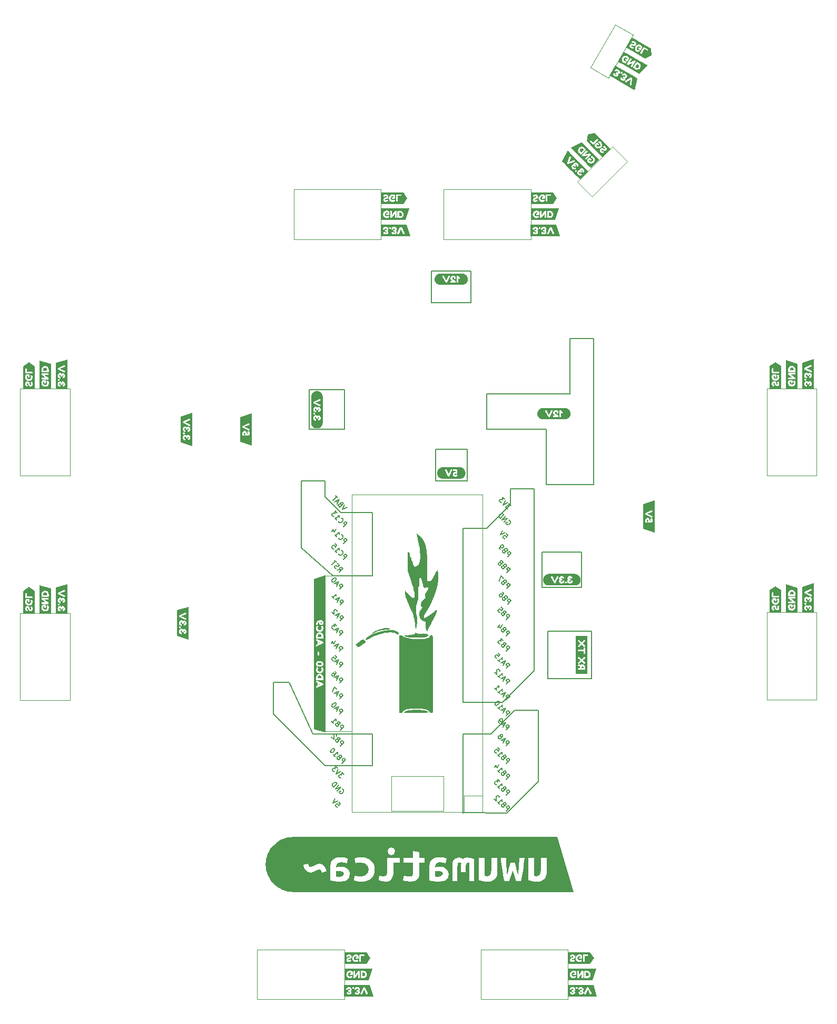
<source format=gbo>
%TF.GenerationSoftware,KiCad,Pcbnew,7.0.9*%
%TF.CreationDate,2024-01-03T16:13:27+08:00*%
%TF.ProjectId,bottom-rounded,626f7474-6f6d-42d7-926f-756e6465642e,rev?*%
%TF.SameCoordinates,Original*%
%TF.FileFunction,Legend,Bot*%
%TF.FilePolarity,Positive*%
%FSLAX46Y46*%
G04 Gerber Fmt 4.6, Leading zero omitted, Abs format (unit mm)*
G04 Created by KiCad (PCBNEW 7.0.9) date 2024-01-03 16:13:27*
%MOMM*%
%LPD*%
G01*
G04 APERTURE LIST*
%ADD10C,0.150000*%
%ADD11C,0.100000*%
%ADD12C,0.120000*%
G04 APERTURE END LIST*
D10*
X72390000Y-76200000D02*
X78105000Y-76200000D01*
X78105000Y-82550000D01*
X72390000Y-82550000D01*
X72390000Y-76200000D01*
X74930000Y-93345000D02*
X77470000Y-95885000D01*
X82550000Y-95885000D01*
X82550000Y-106045000D01*
X76200000Y-106045000D01*
X71120000Y-101600000D01*
X71120000Y-90805000D01*
X74930000Y-90805000D01*
X74930000Y-93345000D01*
X110807500Y-114935000D02*
X117792500Y-114935000D01*
X117792500Y-122555000D01*
X110807500Y-122555000D01*
X110807500Y-114935000D01*
X109220000Y-139065000D02*
X104140000Y-144145000D01*
X97269800Y-144055400D01*
X97155000Y-144145000D01*
X97155000Y-131445000D01*
X101600000Y-131445000D01*
X105410000Y-127635000D01*
X109220000Y-127635000D01*
X109220000Y-139065000D01*
X109855000Y-102235000D02*
X116205000Y-102235000D01*
X116205000Y-107950000D01*
X109855000Y-107950000D01*
X109855000Y-102235000D01*
X73025000Y-131445000D02*
X82550000Y-131445000D01*
X82550000Y-136525000D01*
X74930000Y-136525000D01*
X66675000Y-128270000D01*
X66675000Y-123190000D01*
X69215000Y-123190000D01*
X73025000Y-131445000D01*
X108585000Y-121285000D02*
X103505000Y-126365000D01*
X97155000Y-126365000D01*
X97155000Y-98425000D01*
X100965000Y-98425000D01*
X104775000Y-94615000D01*
X104775000Y-92075000D01*
X108585000Y-92075000D01*
X108585000Y-121285000D01*
X118110000Y-91440000D02*
X110490000Y-91440000D01*
X110490000Y-82550000D01*
X100965000Y-82550000D01*
X100965000Y-76835000D01*
X114300000Y-76835000D01*
X114300000Y-67945000D01*
X118110000Y-67945000D01*
X118110000Y-91440000D01*
X92075000Y-57150000D02*
X98425000Y-57150000D01*
X98425000Y-62230000D01*
X92075000Y-62230000D01*
X92075000Y-57150000D01*
X92710000Y-85725000D02*
X97790000Y-85725000D01*
X97790000Y-90805000D01*
X92710000Y-90805000D01*
X92710000Y-85725000D01*
X76941198Y-105145961D02*
X77399134Y-105065149D01*
X77264447Y-105469210D02*
X77830132Y-104903524D01*
X77830132Y-104903524D02*
X77614633Y-104688025D01*
X77614633Y-104688025D02*
X77533821Y-104661088D01*
X77533821Y-104661088D02*
X77479946Y-104661088D01*
X77479946Y-104661088D02*
X77399134Y-104688025D01*
X77399134Y-104688025D02*
X77318322Y-104768837D01*
X77318322Y-104768837D02*
X77291384Y-104849649D01*
X77291384Y-104849649D02*
X77291384Y-104903524D01*
X77291384Y-104903524D02*
X77318322Y-104984336D01*
X77318322Y-104984336D02*
X77533821Y-105199836D01*
X76752636Y-104903524D02*
X76644887Y-104849649D01*
X76644887Y-104849649D02*
X76510200Y-104714962D01*
X76510200Y-104714962D02*
X76483262Y-104634150D01*
X76483262Y-104634150D02*
X76483262Y-104580275D01*
X76483262Y-104580275D02*
X76510200Y-104499463D01*
X76510200Y-104499463D02*
X76564074Y-104445588D01*
X76564074Y-104445588D02*
X76644887Y-104418651D01*
X76644887Y-104418651D02*
X76698761Y-104418651D01*
X76698761Y-104418651D02*
X76779574Y-104445588D01*
X76779574Y-104445588D02*
X76914261Y-104526401D01*
X76914261Y-104526401D02*
X76995073Y-104553338D01*
X76995073Y-104553338D02*
X77048948Y-104553338D01*
X77048948Y-104553338D02*
X77129760Y-104526401D01*
X77129760Y-104526401D02*
X77183635Y-104472526D01*
X77183635Y-104472526D02*
X77210572Y-104391714D01*
X77210572Y-104391714D02*
X77210572Y-104337839D01*
X77210572Y-104337839D02*
X77183635Y-104257027D01*
X77183635Y-104257027D02*
X77048948Y-104122340D01*
X77048948Y-104122340D02*
X76941198Y-104068465D01*
X76806511Y-103879903D02*
X76483262Y-103556654D01*
X76079201Y-104283964D02*
X76644886Y-103718278D01*
X77958365Y-100878328D02*
X78524050Y-100312642D01*
X78524050Y-100312642D02*
X78308551Y-100097143D01*
X78308551Y-100097143D02*
X78227739Y-100070205D01*
X78227739Y-100070205D02*
X78173864Y-100070205D01*
X78173864Y-100070205D02*
X78093052Y-100097143D01*
X78093052Y-100097143D02*
X78012239Y-100177955D01*
X78012239Y-100177955D02*
X77985302Y-100258767D01*
X77985302Y-100258767D02*
X77985302Y-100312642D01*
X77985302Y-100312642D02*
X78012239Y-100393454D01*
X78012239Y-100393454D02*
X78227739Y-100608954D01*
X77123305Y-99935518D02*
X77123305Y-99989393D01*
X77123305Y-99989393D02*
X77177180Y-100097143D01*
X77177180Y-100097143D02*
X77231055Y-100151018D01*
X77231055Y-100151018D02*
X77338804Y-100204893D01*
X77338804Y-100204893D02*
X77446554Y-100204893D01*
X77446554Y-100204893D02*
X77527366Y-100177955D01*
X77527366Y-100177955D02*
X77662053Y-100097143D01*
X77662053Y-100097143D02*
X77742865Y-100016331D01*
X77742865Y-100016331D02*
X77823678Y-99881644D01*
X77823678Y-99881644D02*
X77850615Y-99800831D01*
X77850615Y-99800831D02*
X77850615Y-99693082D01*
X77850615Y-99693082D02*
X77796740Y-99585332D01*
X77796740Y-99585332D02*
X77742865Y-99531457D01*
X77742865Y-99531457D02*
X77635116Y-99477583D01*
X77635116Y-99477583D02*
X77581241Y-99477583D01*
X76530682Y-99450645D02*
X76853931Y-99773894D01*
X76692307Y-99612270D02*
X77257992Y-99046584D01*
X77257992Y-99046584D02*
X77231055Y-99181271D01*
X77231055Y-99181271D02*
X77231055Y-99289021D01*
X77231055Y-99289021D02*
X77257992Y-99369833D01*
X76422933Y-98588648D02*
X76045809Y-98965772D01*
X76773119Y-98507836D02*
X76503745Y-99046584D01*
X76503745Y-99046584D02*
X76153559Y-98696398D01*
X78000676Y-137990868D02*
X77650490Y-137640682D01*
X77650490Y-137640682D02*
X77623552Y-138044743D01*
X77623552Y-138044743D02*
X77542740Y-137963931D01*
X77542740Y-137963931D02*
X77461928Y-137936993D01*
X77461928Y-137936993D02*
X77408053Y-137936993D01*
X77408053Y-137936993D02*
X77327241Y-137963931D01*
X77327241Y-137963931D02*
X77192554Y-138098618D01*
X77192554Y-138098618D02*
X77165617Y-138179430D01*
X77165617Y-138179430D02*
X77165617Y-138233305D01*
X77165617Y-138233305D02*
X77192554Y-138314117D01*
X77192554Y-138314117D02*
X77354178Y-138475741D01*
X77354178Y-138475741D02*
X77434991Y-138502679D01*
X77434991Y-138502679D02*
X77488865Y-138502679D01*
X77488865Y-137479057D02*
X76734618Y-137856181D01*
X76734618Y-137856181D02*
X77111742Y-137101934D01*
X76977055Y-136967247D02*
X76626869Y-136617061D01*
X76626869Y-136617061D02*
X76599931Y-137021122D01*
X76599931Y-137021122D02*
X76519119Y-136940309D01*
X76519119Y-136940309D02*
X76438307Y-136913372D01*
X76438307Y-136913372D02*
X76384432Y-136913372D01*
X76384432Y-136913372D02*
X76303620Y-136940309D01*
X76303620Y-136940309D02*
X76168933Y-137074996D01*
X76168933Y-137074996D02*
X76141995Y-137155809D01*
X76141995Y-137155809D02*
X76141995Y-137209683D01*
X76141995Y-137209683D02*
X76168933Y-137290496D01*
X76168933Y-137290496D02*
X76330557Y-137452120D01*
X76330557Y-137452120D02*
X76411369Y-137479057D01*
X76411369Y-137479057D02*
X76465244Y-137479057D01*
X77434990Y-133374953D02*
X78000676Y-132809268D01*
X78000676Y-132809268D02*
X77785176Y-132593768D01*
X77785176Y-132593768D02*
X77704364Y-132566831D01*
X77704364Y-132566831D02*
X77650489Y-132566831D01*
X77650489Y-132566831D02*
X77569677Y-132593768D01*
X77569677Y-132593768D02*
X77488865Y-132674581D01*
X77488865Y-132674581D02*
X77461928Y-132755393D01*
X77461928Y-132755393D02*
X77461928Y-132809268D01*
X77461928Y-132809268D02*
X77488865Y-132890080D01*
X77488865Y-132890080D02*
X77704364Y-133105579D01*
X76977054Y-132324394D02*
X76869305Y-132270520D01*
X76869305Y-132270520D02*
X76815430Y-132270520D01*
X76815430Y-132270520D02*
X76734618Y-132297457D01*
X76734618Y-132297457D02*
X76653806Y-132378269D01*
X76653806Y-132378269D02*
X76626868Y-132459081D01*
X76626868Y-132459081D02*
X76626868Y-132512956D01*
X76626868Y-132512956D02*
X76653806Y-132593768D01*
X76653806Y-132593768D02*
X76869305Y-132809268D01*
X76869305Y-132809268D02*
X77434990Y-132243582D01*
X77434990Y-132243582D02*
X77246428Y-132055020D01*
X77246428Y-132055020D02*
X77165616Y-132028083D01*
X77165616Y-132028083D02*
X77111741Y-132028083D01*
X77111741Y-132028083D02*
X77030929Y-132055020D01*
X77030929Y-132055020D02*
X76977054Y-132108895D01*
X76977054Y-132108895D02*
X76950117Y-132189707D01*
X76950117Y-132189707D02*
X76950117Y-132243582D01*
X76950117Y-132243582D02*
X76977054Y-132324394D01*
X76977054Y-132324394D02*
X77165616Y-132512956D01*
X76842367Y-131758709D02*
X76842367Y-131704834D01*
X76842367Y-131704834D02*
X76815430Y-131624022D01*
X76815430Y-131624022D02*
X76680743Y-131489335D01*
X76680743Y-131489335D02*
X76599931Y-131462398D01*
X76599931Y-131462398D02*
X76546056Y-131462398D01*
X76546056Y-131462398D02*
X76465244Y-131489335D01*
X76465244Y-131489335D02*
X76411369Y-131543210D01*
X76411369Y-131543210D02*
X76357494Y-131650959D01*
X76357494Y-131650959D02*
X76357494Y-132297457D01*
X76357494Y-132297457D02*
X76007308Y-131947271D01*
X104120365Y-138724328D02*
X104686050Y-138158642D01*
X104686050Y-138158642D02*
X104470551Y-137943143D01*
X104470551Y-137943143D02*
X104389739Y-137916205D01*
X104389739Y-137916205D02*
X104335864Y-137916205D01*
X104335864Y-137916205D02*
X104255052Y-137943143D01*
X104255052Y-137943143D02*
X104174239Y-138023955D01*
X104174239Y-138023955D02*
X104147302Y-138104767D01*
X104147302Y-138104767D02*
X104147302Y-138158642D01*
X104147302Y-138158642D02*
X104174239Y-138239454D01*
X104174239Y-138239454D02*
X104389739Y-138454954D01*
X103662429Y-137673769D02*
X103554679Y-137619894D01*
X103554679Y-137619894D02*
X103500804Y-137619894D01*
X103500804Y-137619894D02*
X103419992Y-137646831D01*
X103419992Y-137646831D02*
X103339180Y-137727644D01*
X103339180Y-137727644D02*
X103312243Y-137808456D01*
X103312243Y-137808456D02*
X103312243Y-137862331D01*
X103312243Y-137862331D02*
X103339180Y-137943143D01*
X103339180Y-137943143D02*
X103554679Y-138158642D01*
X103554679Y-138158642D02*
X104120365Y-137592957D01*
X104120365Y-137592957D02*
X103931803Y-137404395D01*
X103931803Y-137404395D02*
X103850991Y-137377457D01*
X103850991Y-137377457D02*
X103797116Y-137377457D01*
X103797116Y-137377457D02*
X103716304Y-137404395D01*
X103716304Y-137404395D02*
X103662429Y-137458270D01*
X103662429Y-137458270D02*
X103635491Y-137539082D01*
X103635491Y-137539082D02*
X103635491Y-137592957D01*
X103635491Y-137592957D02*
X103662429Y-137673769D01*
X103662429Y-137673769D02*
X103850991Y-137862331D01*
X102692682Y-137296645D02*
X103015931Y-137619894D01*
X102854307Y-137458270D02*
X103419992Y-136892584D01*
X103419992Y-136892584D02*
X103393055Y-137027271D01*
X103393055Y-137027271D02*
X103393055Y-137135021D01*
X103393055Y-137135021D02*
X103419992Y-137215833D01*
X102584933Y-136434648D02*
X102207809Y-136811772D01*
X102935119Y-136353836D02*
X102665745Y-136892584D01*
X102665745Y-136892584D02*
X102315559Y-136542398D01*
X104104990Y-115696553D02*
X104670676Y-115130868D01*
X104670676Y-115130868D02*
X104455176Y-114915368D01*
X104455176Y-114915368D02*
X104374364Y-114888431D01*
X104374364Y-114888431D02*
X104320489Y-114888431D01*
X104320489Y-114888431D02*
X104239677Y-114915368D01*
X104239677Y-114915368D02*
X104158865Y-114996181D01*
X104158865Y-114996181D02*
X104131928Y-115076993D01*
X104131928Y-115076993D02*
X104131928Y-115130868D01*
X104131928Y-115130868D02*
X104158865Y-115211680D01*
X104158865Y-115211680D02*
X104374364Y-115427179D01*
X103647054Y-114645994D02*
X103539305Y-114592120D01*
X103539305Y-114592120D02*
X103485430Y-114592120D01*
X103485430Y-114592120D02*
X103404618Y-114619057D01*
X103404618Y-114619057D02*
X103323806Y-114699869D01*
X103323806Y-114699869D02*
X103296868Y-114780681D01*
X103296868Y-114780681D02*
X103296868Y-114834556D01*
X103296868Y-114834556D02*
X103323806Y-114915368D01*
X103323806Y-114915368D02*
X103539305Y-115130868D01*
X103539305Y-115130868D02*
X104104990Y-114565182D01*
X104104990Y-114565182D02*
X103916428Y-114376620D01*
X103916428Y-114376620D02*
X103835616Y-114349683D01*
X103835616Y-114349683D02*
X103781741Y-114349683D01*
X103781741Y-114349683D02*
X103700929Y-114376620D01*
X103700929Y-114376620D02*
X103647054Y-114430495D01*
X103647054Y-114430495D02*
X103620117Y-114511307D01*
X103620117Y-114511307D02*
X103620117Y-114565182D01*
X103620117Y-114565182D02*
X103647054Y-114645994D01*
X103647054Y-114645994D02*
X103835616Y-114834556D01*
X103108306Y-113945622D02*
X102731183Y-114322746D01*
X103458493Y-113864810D02*
X103189119Y-114403558D01*
X103189119Y-114403558D02*
X102838932Y-114053372D01*
X77394584Y-110728547D02*
X77960269Y-110162861D01*
X77960269Y-110162861D02*
X77744770Y-109947362D01*
X77744770Y-109947362D02*
X77663958Y-109920425D01*
X77663958Y-109920425D02*
X77610083Y-109920425D01*
X77610083Y-109920425D02*
X77529271Y-109947362D01*
X77529271Y-109947362D02*
X77448459Y-110028174D01*
X77448459Y-110028174D02*
X77421521Y-110108987D01*
X77421521Y-110108987D02*
X77421521Y-110162861D01*
X77421521Y-110162861D02*
X77448459Y-110243674D01*
X77448459Y-110243674D02*
X77663958Y-110459173D01*
X77017460Y-110028174D02*
X76748086Y-109758800D01*
X76909711Y-110243674D02*
X77286834Y-109489426D01*
X77286834Y-109489426D02*
X76532587Y-109866550D01*
X76047714Y-109381677D02*
X76370963Y-109704926D01*
X76209339Y-109543301D02*
X76775024Y-108977616D01*
X76775024Y-108977616D02*
X76748087Y-109112303D01*
X76748087Y-109112303D02*
X76748087Y-109220053D01*
X76748087Y-109220053D02*
X76775024Y-109300865D01*
X77704365Y-136184328D02*
X78270050Y-135618642D01*
X78270050Y-135618642D02*
X78054551Y-135403143D01*
X78054551Y-135403143D02*
X77973739Y-135376205D01*
X77973739Y-135376205D02*
X77919864Y-135376205D01*
X77919864Y-135376205D02*
X77839052Y-135403143D01*
X77839052Y-135403143D02*
X77758239Y-135483955D01*
X77758239Y-135483955D02*
X77731302Y-135564767D01*
X77731302Y-135564767D02*
X77731302Y-135618642D01*
X77731302Y-135618642D02*
X77758239Y-135699454D01*
X77758239Y-135699454D02*
X77973739Y-135914954D01*
X77246429Y-135133769D02*
X77138679Y-135079894D01*
X77138679Y-135079894D02*
X77084804Y-135079894D01*
X77084804Y-135079894D02*
X77003992Y-135106831D01*
X77003992Y-135106831D02*
X76923180Y-135187644D01*
X76923180Y-135187644D02*
X76896243Y-135268456D01*
X76896243Y-135268456D02*
X76896243Y-135322331D01*
X76896243Y-135322331D02*
X76923180Y-135403143D01*
X76923180Y-135403143D02*
X77138679Y-135618642D01*
X77138679Y-135618642D02*
X77704365Y-135052957D01*
X77704365Y-135052957D02*
X77515803Y-134864395D01*
X77515803Y-134864395D02*
X77434991Y-134837457D01*
X77434991Y-134837457D02*
X77381116Y-134837457D01*
X77381116Y-134837457D02*
X77300304Y-134864395D01*
X77300304Y-134864395D02*
X77246429Y-134918270D01*
X77246429Y-134918270D02*
X77219491Y-134999082D01*
X77219491Y-134999082D02*
X77219491Y-135052957D01*
X77219491Y-135052957D02*
X77246429Y-135133769D01*
X77246429Y-135133769D02*
X77434991Y-135322331D01*
X76276682Y-134756645D02*
X76599931Y-135079894D01*
X76438307Y-134918270D02*
X77003992Y-134352584D01*
X77003992Y-134352584D02*
X76977055Y-134487271D01*
X76977055Y-134487271D02*
X76977055Y-134595021D01*
X76977055Y-134595021D02*
X77003992Y-134675833D01*
X76492181Y-133840773D02*
X76438307Y-133786899D01*
X76438307Y-133786899D02*
X76357494Y-133759961D01*
X76357494Y-133759961D02*
X76303620Y-133759961D01*
X76303620Y-133759961D02*
X76222807Y-133786899D01*
X76222807Y-133786899D02*
X76088120Y-133867711D01*
X76088120Y-133867711D02*
X75953433Y-134002398D01*
X75953433Y-134002398D02*
X75872621Y-134137085D01*
X75872621Y-134137085D02*
X75845684Y-134217897D01*
X75845684Y-134217897D02*
X75845684Y-134271772D01*
X75845684Y-134271772D02*
X75872621Y-134352584D01*
X75872621Y-134352584D02*
X75926496Y-134406459D01*
X75926496Y-134406459D02*
X76007308Y-134433396D01*
X76007308Y-134433396D02*
X76061183Y-134433396D01*
X76061183Y-134433396D02*
X76141995Y-134406459D01*
X76141995Y-134406459D02*
X76276682Y-134325647D01*
X76276682Y-134325647D02*
X76411369Y-134190960D01*
X76411369Y-134190960D02*
X76492181Y-134056273D01*
X76492181Y-134056273D02*
X76519119Y-133975460D01*
X76519119Y-133975460D02*
X76519119Y-133921586D01*
X76519119Y-133921586D02*
X76492181Y-133840773D01*
X104120365Y-143804328D02*
X104686050Y-143238642D01*
X104686050Y-143238642D02*
X104470551Y-143023143D01*
X104470551Y-143023143D02*
X104389739Y-142996205D01*
X104389739Y-142996205D02*
X104335864Y-142996205D01*
X104335864Y-142996205D02*
X104255052Y-143023143D01*
X104255052Y-143023143D02*
X104174239Y-143103955D01*
X104174239Y-143103955D02*
X104147302Y-143184767D01*
X104147302Y-143184767D02*
X104147302Y-143238642D01*
X104147302Y-143238642D02*
X104174239Y-143319454D01*
X104174239Y-143319454D02*
X104389739Y-143534954D01*
X103662429Y-142753769D02*
X103554679Y-142699894D01*
X103554679Y-142699894D02*
X103500804Y-142699894D01*
X103500804Y-142699894D02*
X103419992Y-142726831D01*
X103419992Y-142726831D02*
X103339180Y-142807644D01*
X103339180Y-142807644D02*
X103312243Y-142888456D01*
X103312243Y-142888456D02*
X103312243Y-142942331D01*
X103312243Y-142942331D02*
X103339180Y-143023143D01*
X103339180Y-143023143D02*
X103554679Y-143238642D01*
X103554679Y-143238642D02*
X104120365Y-142672957D01*
X104120365Y-142672957D02*
X103931803Y-142484395D01*
X103931803Y-142484395D02*
X103850991Y-142457457D01*
X103850991Y-142457457D02*
X103797116Y-142457457D01*
X103797116Y-142457457D02*
X103716304Y-142484395D01*
X103716304Y-142484395D02*
X103662429Y-142538270D01*
X103662429Y-142538270D02*
X103635491Y-142619082D01*
X103635491Y-142619082D02*
X103635491Y-142672957D01*
X103635491Y-142672957D02*
X103662429Y-142753769D01*
X103662429Y-142753769D02*
X103850991Y-142942331D01*
X102692682Y-142376645D02*
X103015931Y-142699894D01*
X102854307Y-142538270D02*
X103419992Y-141972584D01*
X103419992Y-141972584D02*
X103393055Y-142107271D01*
X103393055Y-142107271D02*
X103393055Y-142215021D01*
X103393055Y-142215021D02*
X103419992Y-142295833D01*
X102988994Y-141649335D02*
X102988994Y-141595460D01*
X102988994Y-141595460D02*
X102962056Y-141514648D01*
X102962056Y-141514648D02*
X102827369Y-141379961D01*
X102827369Y-141379961D02*
X102746557Y-141353024D01*
X102746557Y-141353024D02*
X102692682Y-141353024D01*
X102692682Y-141353024D02*
X102611870Y-141379961D01*
X102611870Y-141379961D02*
X102557995Y-141433836D01*
X102557995Y-141433836D02*
X102504120Y-141541586D01*
X102504120Y-141541586D02*
X102504120Y-142188083D01*
X102504120Y-142188083D02*
X102153934Y-141837897D01*
X104120365Y-141264328D02*
X104686050Y-140698642D01*
X104686050Y-140698642D02*
X104470551Y-140483143D01*
X104470551Y-140483143D02*
X104389739Y-140456205D01*
X104389739Y-140456205D02*
X104335864Y-140456205D01*
X104335864Y-140456205D02*
X104255052Y-140483143D01*
X104255052Y-140483143D02*
X104174239Y-140563955D01*
X104174239Y-140563955D02*
X104147302Y-140644767D01*
X104147302Y-140644767D02*
X104147302Y-140698642D01*
X104147302Y-140698642D02*
X104174239Y-140779454D01*
X104174239Y-140779454D02*
X104389739Y-140994954D01*
X103662429Y-140213769D02*
X103554679Y-140159894D01*
X103554679Y-140159894D02*
X103500804Y-140159894D01*
X103500804Y-140159894D02*
X103419992Y-140186831D01*
X103419992Y-140186831D02*
X103339180Y-140267644D01*
X103339180Y-140267644D02*
X103312243Y-140348456D01*
X103312243Y-140348456D02*
X103312243Y-140402331D01*
X103312243Y-140402331D02*
X103339180Y-140483143D01*
X103339180Y-140483143D02*
X103554679Y-140698642D01*
X103554679Y-140698642D02*
X104120365Y-140132957D01*
X104120365Y-140132957D02*
X103931803Y-139944395D01*
X103931803Y-139944395D02*
X103850991Y-139917457D01*
X103850991Y-139917457D02*
X103797116Y-139917457D01*
X103797116Y-139917457D02*
X103716304Y-139944395D01*
X103716304Y-139944395D02*
X103662429Y-139998270D01*
X103662429Y-139998270D02*
X103635491Y-140079082D01*
X103635491Y-140079082D02*
X103635491Y-140132957D01*
X103635491Y-140132957D02*
X103662429Y-140213769D01*
X103662429Y-140213769D02*
X103850991Y-140402331D01*
X102692682Y-139836645D02*
X103015931Y-140159894D01*
X102854307Y-139998270D02*
X103419992Y-139432584D01*
X103419992Y-139432584D02*
X103393055Y-139567271D01*
X103393055Y-139567271D02*
X103393055Y-139675021D01*
X103393055Y-139675021D02*
X103419992Y-139755833D01*
X103069806Y-139082398D02*
X102719620Y-138732212D01*
X102719620Y-138732212D02*
X102692682Y-139136273D01*
X102692682Y-139136273D02*
X102611870Y-139055460D01*
X102611870Y-139055460D02*
X102531058Y-139028523D01*
X102531058Y-139028523D02*
X102477183Y-139028523D01*
X102477183Y-139028523D02*
X102396371Y-139055460D01*
X102396371Y-139055460D02*
X102261684Y-139190147D01*
X102261684Y-139190147D02*
X102234746Y-139270960D01*
X102234746Y-139270960D02*
X102234746Y-139324834D01*
X102234746Y-139324834D02*
X102261684Y-139405647D01*
X102261684Y-139405647D02*
X102423308Y-139567271D01*
X102423308Y-139567271D02*
X102504120Y-139594208D01*
X102504120Y-139594208D02*
X102557995Y-139594208D01*
X104104990Y-118134953D02*
X104670676Y-117569268D01*
X104670676Y-117569268D02*
X104455176Y-117353768D01*
X104455176Y-117353768D02*
X104374364Y-117326831D01*
X104374364Y-117326831D02*
X104320489Y-117326831D01*
X104320489Y-117326831D02*
X104239677Y-117353768D01*
X104239677Y-117353768D02*
X104158865Y-117434581D01*
X104158865Y-117434581D02*
X104131928Y-117515393D01*
X104131928Y-117515393D02*
X104131928Y-117569268D01*
X104131928Y-117569268D02*
X104158865Y-117650080D01*
X104158865Y-117650080D02*
X104374364Y-117865579D01*
X103647054Y-117084394D02*
X103539305Y-117030520D01*
X103539305Y-117030520D02*
X103485430Y-117030520D01*
X103485430Y-117030520D02*
X103404618Y-117057457D01*
X103404618Y-117057457D02*
X103323806Y-117138269D01*
X103323806Y-117138269D02*
X103296868Y-117219081D01*
X103296868Y-117219081D02*
X103296868Y-117272956D01*
X103296868Y-117272956D02*
X103323806Y-117353768D01*
X103323806Y-117353768D02*
X103539305Y-117569268D01*
X103539305Y-117569268D02*
X104104990Y-117003582D01*
X104104990Y-117003582D02*
X103916428Y-116815020D01*
X103916428Y-116815020D02*
X103835616Y-116788083D01*
X103835616Y-116788083D02*
X103781741Y-116788083D01*
X103781741Y-116788083D02*
X103700929Y-116815020D01*
X103700929Y-116815020D02*
X103647054Y-116868895D01*
X103647054Y-116868895D02*
X103620117Y-116949707D01*
X103620117Y-116949707D02*
X103620117Y-117003582D01*
X103620117Y-117003582D02*
X103647054Y-117084394D01*
X103647054Y-117084394D02*
X103835616Y-117272956D01*
X103593180Y-116491772D02*
X103242993Y-116141585D01*
X103242993Y-116141585D02*
X103216056Y-116545646D01*
X103216056Y-116545646D02*
X103135244Y-116464834D01*
X103135244Y-116464834D02*
X103054432Y-116437897D01*
X103054432Y-116437897D02*
X103000557Y-116437897D01*
X103000557Y-116437897D02*
X102919745Y-116464834D01*
X102919745Y-116464834D02*
X102785058Y-116599521D01*
X102785058Y-116599521D02*
X102758120Y-116680333D01*
X102758120Y-116680333D02*
X102758120Y-116734208D01*
X102758120Y-116734208D02*
X102785058Y-116815020D01*
X102785058Y-116815020D02*
X102946682Y-116976645D01*
X102946682Y-116976645D02*
X103027494Y-117003582D01*
X103027494Y-117003582D02*
X103081369Y-117003582D01*
X77237384Y-118196147D02*
X77803069Y-117630461D01*
X77803069Y-117630461D02*
X77587570Y-117414962D01*
X77587570Y-117414962D02*
X77506758Y-117388025D01*
X77506758Y-117388025D02*
X77452883Y-117388025D01*
X77452883Y-117388025D02*
X77372071Y-117414962D01*
X77372071Y-117414962D02*
X77291259Y-117495774D01*
X77291259Y-117495774D02*
X77264321Y-117576587D01*
X77264321Y-117576587D02*
X77264321Y-117630461D01*
X77264321Y-117630461D02*
X77291259Y-117711274D01*
X77291259Y-117711274D02*
X77506758Y-117926773D01*
X76860260Y-117495774D02*
X76590886Y-117226400D01*
X76752511Y-117711274D02*
X77129634Y-116957026D01*
X77129634Y-116957026D02*
X76375387Y-117334150D01*
X76321513Y-116526028D02*
X75944389Y-116903152D01*
X76671699Y-116445216D02*
X76402325Y-116983964D01*
X76402325Y-116983964D02*
X76052139Y-116633778D01*
X77154053Y-142376645D02*
X77423427Y-142646019D01*
X77423427Y-142646019D02*
X77180990Y-142942330D01*
X77180990Y-142942330D02*
X77180990Y-142888455D01*
X77180990Y-142888455D02*
X77154053Y-142807643D01*
X77154053Y-142807643D02*
X77019366Y-142672956D01*
X77019366Y-142672956D02*
X76938554Y-142646019D01*
X76938554Y-142646019D02*
X76884679Y-142646019D01*
X76884679Y-142646019D02*
X76803867Y-142672956D01*
X76803867Y-142672956D02*
X76669180Y-142807643D01*
X76669180Y-142807643D02*
X76642242Y-142888455D01*
X76642242Y-142888455D02*
X76642242Y-142942330D01*
X76642242Y-142942330D02*
X76669180Y-143023142D01*
X76669180Y-143023142D02*
X76803867Y-143157829D01*
X76803867Y-143157829D02*
X76884679Y-143184767D01*
X76884679Y-143184767D02*
X76938554Y-143184767D01*
X76965491Y-142188083D02*
X76211244Y-142565206D01*
X76211244Y-142565206D02*
X76588367Y-141810959D01*
X77434990Y-130834953D02*
X78000676Y-130269268D01*
X78000676Y-130269268D02*
X77785176Y-130053768D01*
X77785176Y-130053768D02*
X77704364Y-130026831D01*
X77704364Y-130026831D02*
X77650489Y-130026831D01*
X77650489Y-130026831D02*
X77569677Y-130053768D01*
X77569677Y-130053768D02*
X77488865Y-130134581D01*
X77488865Y-130134581D02*
X77461928Y-130215393D01*
X77461928Y-130215393D02*
X77461928Y-130269268D01*
X77461928Y-130269268D02*
X77488865Y-130350080D01*
X77488865Y-130350080D02*
X77704364Y-130565579D01*
X76977054Y-129784394D02*
X76869305Y-129730520D01*
X76869305Y-129730520D02*
X76815430Y-129730520D01*
X76815430Y-129730520D02*
X76734618Y-129757457D01*
X76734618Y-129757457D02*
X76653806Y-129838269D01*
X76653806Y-129838269D02*
X76626868Y-129919081D01*
X76626868Y-129919081D02*
X76626868Y-129972956D01*
X76626868Y-129972956D02*
X76653806Y-130053768D01*
X76653806Y-130053768D02*
X76869305Y-130269268D01*
X76869305Y-130269268D02*
X77434990Y-129703582D01*
X77434990Y-129703582D02*
X77246428Y-129515020D01*
X77246428Y-129515020D02*
X77165616Y-129488083D01*
X77165616Y-129488083D02*
X77111741Y-129488083D01*
X77111741Y-129488083D02*
X77030929Y-129515020D01*
X77030929Y-129515020D02*
X76977054Y-129568895D01*
X76977054Y-129568895D02*
X76950117Y-129649707D01*
X76950117Y-129649707D02*
X76950117Y-129703582D01*
X76950117Y-129703582D02*
X76977054Y-129784394D01*
X76977054Y-129784394D02*
X77165616Y-129972956D01*
X76007308Y-129407271D02*
X76330557Y-129730520D01*
X76168932Y-129568895D02*
X76734618Y-129003210D01*
X76734618Y-129003210D02*
X76707680Y-129137897D01*
X76707680Y-129137897D02*
X76707680Y-129245646D01*
X76707680Y-129245646D02*
X76734618Y-129326459D01*
X77291384Y-115656147D02*
X77857069Y-115090461D01*
X77857069Y-115090461D02*
X77641570Y-114874962D01*
X77641570Y-114874962D02*
X77560758Y-114848025D01*
X77560758Y-114848025D02*
X77506883Y-114848025D01*
X77506883Y-114848025D02*
X77426071Y-114874962D01*
X77426071Y-114874962D02*
X77345259Y-114955774D01*
X77345259Y-114955774D02*
X77318321Y-115036587D01*
X77318321Y-115036587D02*
X77318321Y-115090461D01*
X77318321Y-115090461D02*
X77345259Y-115171274D01*
X77345259Y-115171274D02*
X77560758Y-115386773D01*
X76914260Y-114955774D02*
X76644886Y-114686400D01*
X76806511Y-115171274D02*
X77183634Y-114417026D01*
X77183634Y-114417026D02*
X76429387Y-114794150D01*
X76860386Y-114093778D02*
X76510200Y-113743592D01*
X76510200Y-113743592D02*
X76483262Y-114147653D01*
X76483262Y-114147653D02*
X76402450Y-114066840D01*
X76402450Y-114066840D02*
X76321638Y-114039903D01*
X76321638Y-114039903D02*
X76267763Y-114039903D01*
X76267763Y-114039903D02*
X76186951Y-114066840D01*
X76186951Y-114066840D02*
X76052264Y-114201527D01*
X76052264Y-114201527D02*
X76025326Y-114282340D01*
X76025326Y-114282340D02*
X76025326Y-114336214D01*
X76025326Y-114336214D02*
X76052264Y-114417027D01*
X76052264Y-114417027D02*
X76213888Y-114578651D01*
X76213888Y-114578651D02*
X76294700Y-114605588D01*
X76294700Y-114605588D02*
X76348575Y-114605588D01*
X104163790Y-108076553D02*
X104729476Y-107510868D01*
X104729476Y-107510868D02*
X104513976Y-107295368D01*
X104513976Y-107295368D02*
X104433164Y-107268431D01*
X104433164Y-107268431D02*
X104379289Y-107268431D01*
X104379289Y-107268431D02*
X104298477Y-107295368D01*
X104298477Y-107295368D02*
X104217665Y-107376181D01*
X104217665Y-107376181D02*
X104190728Y-107456993D01*
X104190728Y-107456993D02*
X104190728Y-107510868D01*
X104190728Y-107510868D02*
X104217665Y-107591680D01*
X104217665Y-107591680D02*
X104433164Y-107807179D01*
X103705854Y-107025994D02*
X103598105Y-106972120D01*
X103598105Y-106972120D02*
X103544230Y-106972120D01*
X103544230Y-106972120D02*
X103463418Y-106999057D01*
X103463418Y-106999057D02*
X103382606Y-107079869D01*
X103382606Y-107079869D02*
X103355668Y-107160681D01*
X103355668Y-107160681D02*
X103355668Y-107214556D01*
X103355668Y-107214556D02*
X103382606Y-107295368D01*
X103382606Y-107295368D02*
X103598105Y-107510868D01*
X103598105Y-107510868D02*
X104163790Y-106945182D01*
X104163790Y-106945182D02*
X103975228Y-106756620D01*
X103975228Y-106756620D02*
X103894416Y-106729683D01*
X103894416Y-106729683D02*
X103840541Y-106729683D01*
X103840541Y-106729683D02*
X103759729Y-106756620D01*
X103759729Y-106756620D02*
X103705854Y-106810495D01*
X103705854Y-106810495D02*
X103678917Y-106891307D01*
X103678917Y-106891307D02*
X103678917Y-106945182D01*
X103678917Y-106945182D02*
X103705854Y-107025994D01*
X103705854Y-107025994D02*
X103894416Y-107214556D01*
X103651980Y-106433372D02*
X103274856Y-106056248D01*
X103274856Y-106056248D02*
X102951607Y-106864370D01*
X104079958Y-128523921D02*
X104645644Y-127958236D01*
X104645644Y-127958236D02*
X104430145Y-127742737D01*
X104430145Y-127742737D02*
X104349333Y-127715799D01*
X104349333Y-127715799D02*
X104295458Y-127715799D01*
X104295458Y-127715799D02*
X104214645Y-127742737D01*
X104214645Y-127742737D02*
X104133833Y-127823549D01*
X104133833Y-127823549D02*
X104106896Y-127904361D01*
X104106896Y-127904361D02*
X104106896Y-127958236D01*
X104106896Y-127958236D02*
X104133833Y-128039048D01*
X104133833Y-128039048D02*
X104349333Y-128254547D01*
X103702835Y-127823549D02*
X103433461Y-127554175D01*
X103595085Y-128039048D02*
X103972209Y-127284801D01*
X103972209Y-127284801D02*
X103217962Y-127661924D01*
X102733089Y-127177051D02*
X103056337Y-127500300D01*
X102894713Y-127338676D02*
X103460398Y-126772990D01*
X103460398Y-126772990D02*
X103433461Y-126907677D01*
X103433461Y-126907677D02*
X103433461Y-127015427D01*
X103433461Y-127015427D02*
X103460398Y-127096239D01*
X102948588Y-126261180D02*
X102894713Y-126207305D01*
X102894713Y-126207305D02*
X102813901Y-126180367D01*
X102813901Y-126180367D02*
X102760026Y-126180367D01*
X102760026Y-126180367D02*
X102679214Y-126207305D01*
X102679214Y-126207305D02*
X102544527Y-126288117D01*
X102544527Y-126288117D02*
X102409840Y-126422804D01*
X102409840Y-126422804D02*
X102329027Y-126557491D01*
X102329027Y-126557491D02*
X102302090Y-126638303D01*
X102302090Y-126638303D02*
X102302090Y-126692178D01*
X102302090Y-126692178D02*
X102329027Y-126772990D01*
X102329027Y-126772990D02*
X102382902Y-126826865D01*
X102382902Y-126826865D02*
X102463714Y-126853802D01*
X102463714Y-126853802D02*
X102517589Y-126853802D01*
X102517589Y-126853802D02*
X102598401Y-126826865D01*
X102598401Y-126826865D02*
X102733088Y-126746053D01*
X102733088Y-126746053D02*
X102867775Y-126611366D01*
X102867775Y-126611366D02*
X102948588Y-126476679D01*
X102948588Y-126476679D02*
X102975525Y-126395867D01*
X102975525Y-126395867D02*
X102975525Y-126341992D01*
X102975525Y-126341992D02*
X102948588Y-126261180D01*
X104104990Y-113054953D02*
X104670676Y-112489268D01*
X104670676Y-112489268D02*
X104455176Y-112273768D01*
X104455176Y-112273768D02*
X104374364Y-112246831D01*
X104374364Y-112246831D02*
X104320489Y-112246831D01*
X104320489Y-112246831D02*
X104239677Y-112273768D01*
X104239677Y-112273768D02*
X104158865Y-112354581D01*
X104158865Y-112354581D02*
X104131928Y-112435393D01*
X104131928Y-112435393D02*
X104131928Y-112489268D01*
X104131928Y-112489268D02*
X104158865Y-112570080D01*
X104158865Y-112570080D02*
X104374364Y-112785579D01*
X103647054Y-112004394D02*
X103539305Y-111950520D01*
X103539305Y-111950520D02*
X103485430Y-111950520D01*
X103485430Y-111950520D02*
X103404618Y-111977457D01*
X103404618Y-111977457D02*
X103323806Y-112058269D01*
X103323806Y-112058269D02*
X103296868Y-112139081D01*
X103296868Y-112139081D02*
X103296868Y-112192956D01*
X103296868Y-112192956D02*
X103323806Y-112273768D01*
X103323806Y-112273768D02*
X103539305Y-112489268D01*
X103539305Y-112489268D02*
X104104990Y-111923582D01*
X104104990Y-111923582D02*
X103916428Y-111735020D01*
X103916428Y-111735020D02*
X103835616Y-111708083D01*
X103835616Y-111708083D02*
X103781741Y-111708083D01*
X103781741Y-111708083D02*
X103700929Y-111735020D01*
X103700929Y-111735020D02*
X103647054Y-111788895D01*
X103647054Y-111788895D02*
X103620117Y-111869707D01*
X103620117Y-111869707D02*
X103620117Y-111923582D01*
X103620117Y-111923582D02*
X103647054Y-112004394D01*
X103647054Y-112004394D02*
X103835616Y-112192956D01*
X103269931Y-111088523D02*
X103539305Y-111357897D01*
X103539305Y-111357897D02*
X103296868Y-111654208D01*
X103296868Y-111654208D02*
X103296868Y-111600333D01*
X103296868Y-111600333D02*
X103269931Y-111519521D01*
X103269931Y-111519521D02*
X103135244Y-111384834D01*
X103135244Y-111384834D02*
X103054432Y-111357897D01*
X103054432Y-111357897D02*
X103000557Y-111357897D01*
X103000557Y-111357897D02*
X102919745Y-111384834D01*
X102919745Y-111384834D02*
X102785058Y-111519521D01*
X102785058Y-111519521D02*
X102758120Y-111600333D01*
X102758120Y-111600333D02*
X102758120Y-111654208D01*
X102758120Y-111654208D02*
X102785058Y-111735020D01*
X102785058Y-111735020D02*
X102919745Y-111869707D01*
X102919745Y-111869707D02*
X103000557Y-111896645D01*
X103000557Y-111896645D02*
X103054432Y-111896645D01*
X77291384Y-120736147D02*
X77857069Y-120170461D01*
X77857069Y-120170461D02*
X77641570Y-119954962D01*
X77641570Y-119954962D02*
X77560758Y-119928025D01*
X77560758Y-119928025D02*
X77506883Y-119928025D01*
X77506883Y-119928025D02*
X77426071Y-119954962D01*
X77426071Y-119954962D02*
X77345259Y-120035774D01*
X77345259Y-120035774D02*
X77318321Y-120116587D01*
X77318321Y-120116587D02*
X77318321Y-120170461D01*
X77318321Y-120170461D02*
X77345259Y-120251274D01*
X77345259Y-120251274D02*
X77560758Y-120466773D01*
X76914260Y-120035774D02*
X76644886Y-119766400D01*
X76806511Y-120251274D02*
X77183634Y-119497026D01*
X77183634Y-119497026D02*
X76429387Y-119874150D01*
X76537137Y-118850529D02*
X76806511Y-119119903D01*
X76806511Y-119119903D02*
X76564074Y-119416214D01*
X76564074Y-119416214D02*
X76564074Y-119362340D01*
X76564074Y-119362340D02*
X76537137Y-119281527D01*
X76537137Y-119281527D02*
X76402450Y-119146840D01*
X76402450Y-119146840D02*
X76321638Y-119119903D01*
X76321638Y-119119903D02*
X76267763Y-119119903D01*
X76267763Y-119119903D02*
X76186951Y-119146840D01*
X76186951Y-119146840D02*
X76052264Y-119281527D01*
X76052264Y-119281527D02*
X76025326Y-119362340D01*
X76025326Y-119362340D02*
X76025326Y-119416214D01*
X76025326Y-119416214D02*
X76052264Y-119497027D01*
X76052264Y-119497027D02*
X76186951Y-119631714D01*
X76186951Y-119631714D02*
X76267763Y-119658651D01*
X76267763Y-119658651D02*
X76321638Y-119658651D01*
X104533164Y-97108431D02*
X104613976Y-97135368D01*
X104613976Y-97135368D02*
X104694788Y-97216180D01*
X104694788Y-97216180D02*
X104748663Y-97323930D01*
X104748663Y-97323930D02*
X104748663Y-97431680D01*
X104748663Y-97431680D02*
X104721726Y-97512492D01*
X104721726Y-97512492D02*
X104640914Y-97647179D01*
X104640914Y-97647179D02*
X104560101Y-97727991D01*
X104560101Y-97727991D02*
X104425414Y-97808803D01*
X104425414Y-97808803D02*
X104344602Y-97835741D01*
X104344602Y-97835741D02*
X104236853Y-97835741D01*
X104236853Y-97835741D02*
X104129103Y-97781866D01*
X104129103Y-97781866D02*
X104075228Y-97727991D01*
X104075228Y-97727991D02*
X104021353Y-97620241D01*
X104021353Y-97620241D02*
X104021353Y-97566367D01*
X104021353Y-97566367D02*
X104209915Y-97377805D01*
X104209915Y-97377805D02*
X104317665Y-97485554D01*
X103725042Y-97377805D02*
X104290727Y-96812119D01*
X104290727Y-96812119D02*
X103401793Y-97054556D01*
X103401793Y-97054556D02*
X103967479Y-96488871D01*
X103132419Y-96785182D02*
X103698105Y-96219497D01*
X103698105Y-96219497D02*
X103563418Y-96084810D01*
X103563418Y-96084810D02*
X103455668Y-96030935D01*
X103455668Y-96030935D02*
X103347919Y-96030935D01*
X103347919Y-96030935D02*
X103267106Y-96057872D01*
X103267106Y-96057872D02*
X103132419Y-96138685D01*
X103132419Y-96138685D02*
X103051607Y-96219497D01*
X103051607Y-96219497D02*
X102970795Y-96354184D01*
X102970795Y-96354184D02*
X102943858Y-96434996D01*
X102943858Y-96434996D02*
X102943858Y-96542746D01*
X102943858Y-96542746D02*
X102997732Y-96650495D01*
X102997732Y-96650495D02*
X103132419Y-96785182D01*
X104309790Y-102996553D02*
X104875476Y-102430868D01*
X104875476Y-102430868D02*
X104659976Y-102215368D01*
X104659976Y-102215368D02*
X104579164Y-102188431D01*
X104579164Y-102188431D02*
X104525289Y-102188431D01*
X104525289Y-102188431D02*
X104444477Y-102215368D01*
X104444477Y-102215368D02*
X104363665Y-102296181D01*
X104363665Y-102296181D02*
X104336728Y-102376993D01*
X104336728Y-102376993D02*
X104336728Y-102430868D01*
X104336728Y-102430868D02*
X104363665Y-102511680D01*
X104363665Y-102511680D02*
X104579164Y-102727179D01*
X103851854Y-101945994D02*
X103744105Y-101892120D01*
X103744105Y-101892120D02*
X103690230Y-101892120D01*
X103690230Y-101892120D02*
X103609418Y-101919057D01*
X103609418Y-101919057D02*
X103528606Y-101999869D01*
X103528606Y-101999869D02*
X103501668Y-102080681D01*
X103501668Y-102080681D02*
X103501668Y-102134556D01*
X103501668Y-102134556D02*
X103528606Y-102215368D01*
X103528606Y-102215368D02*
X103744105Y-102430868D01*
X103744105Y-102430868D02*
X104309790Y-101865182D01*
X104309790Y-101865182D02*
X104121228Y-101676620D01*
X104121228Y-101676620D02*
X104040416Y-101649683D01*
X104040416Y-101649683D02*
X103986541Y-101649683D01*
X103986541Y-101649683D02*
X103905729Y-101676620D01*
X103905729Y-101676620D02*
X103851854Y-101730495D01*
X103851854Y-101730495D02*
X103824917Y-101811307D01*
X103824917Y-101811307D02*
X103824917Y-101865182D01*
X103824917Y-101865182D02*
X103851854Y-101945994D01*
X103851854Y-101945994D02*
X104040416Y-102134556D01*
X103151482Y-101838245D02*
X103043732Y-101730495D01*
X103043732Y-101730495D02*
X103016795Y-101649683D01*
X103016795Y-101649683D02*
X103016795Y-101595808D01*
X103016795Y-101595808D02*
X103043732Y-101461121D01*
X103043732Y-101461121D02*
X103124545Y-101326434D01*
X103124545Y-101326434D02*
X103340044Y-101110935D01*
X103340044Y-101110935D02*
X103420856Y-101083998D01*
X103420856Y-101083998D02*
X103474731Y-101083998D01*
X103474731Y-101083998D02*
X103555543Y-101110935D01*
X103555543Y-101110935D02*
X103663293Y-101218685D01*
X103663293Y-101218685D02*
X103690230Y-101299497D01*
X103690230Y-101299497D02*
X103690230Y-101353372D01*
X103690230Y-101353372D02*
X103663293Y-101434184D01*
X103663293Y-101434184D02*
X103528606Y-101568871D01*
X103528606Y-101568871D02*
X103447793Y-101595808D01*
X103447793Y-101595808D02*
X103393919Y-101595808D01*
X103393919Y-101595808D02*
X103313106Y-101568871D01*
X103313106Y-101568871D02*
X103205357Y-101461121D01*
X103205357Y-101461121D02*
X103178419Y-101380309D01*
X103178419Y-101380309D02*
X103178419Y-101326434D01*
X103178419Y-101326434D02*
X103205357Y-101245622D01*
X77291384Y-125816147D02*
X77857069Y-125250461D01*
X77857069Y-125250461D02*
X77641570Y-125034962D01*
X77641570Y-125034962D02*
X77560758Y-125008025D01*
X77560758Y-125008025D02*
X77506883Y-125008025D01*
X77506883Y-125008025D02*
X77426071Y-125034962D01*
X77426071Y-125034962D02*
X77345259Y-125115774D01*
X77345259Y-125115774D02*
X77318321Y-125196587D01*
X77318321Y-125196587D02*
X77318321Y-125250461D01*
X77318321Y-125250461D02*
X77345259Y-125331274D01*
X77345259Y-125331274D02*
X77560758Y-125546773D01*
X76914260Y-125115774D02*
X76644886Y-124846400D01*
X76806511Y-125331274D02*
X77183634Y-124577026D01*
X77183634Y-124577026D02*
X76429387Y-124954150D01*
X76860386Y-124253778D02*
X76483262Y-123876654D01*
X76483262Y-123876654D02*
X76160013Y-124684776D01*
X77747164Y-140288431D02*
X77827976Y-140315368D01*
X77827976Y-140315368D02*
X77908788Y-140396180D01*
X77908788Y-140396180D02*
X77962663Y-140503930D01*
X77962663Y-140503930D02*
X77962663Y-140611680D01*
X77962663Y-140611680D02*
X77935726Y-140692492D01*
X77935726Y-140692492D02*
X77854914Y-140827179D01*
X77854914Y-140827179D02*
X77774101Y-140907991D01*
X77774101Y-140907991D02*
X77639414Y-140988803D01*
X77639414Y-140988803D02*
X77558602Y-141015741D01*
X77558602Y-141015741D02*
X77450853Y-141015741D01*
X77450853Y-141015741D02*
X77343103Y-140961866D01*
X77343103Y-140961866D02*
X77289228Y-140907991D01*
X77289228Y-140907991D02*
X77235353Y-140800241D01*
X77235353Y-140800241D02*
X77235353Y-140746367D01*
X77235353Y-140746367D02*
X77423915Y-140557805D01*
X77423915Y-140557805D02*
X77531665Y-140665554D01*
X76939042Y-140557805D02*
X77504727Y-139992119D01*
X77504727Y-139992119D02*
X76615793Y-140234556D01*
X76615793Y-140234556D02*
X77181479Y-139668871D01*
X76346419Y-139965182D02*
X76912105Y-139399497D01*
X76912105Y-139399497D02*
X76777418Y-139264810D01*
X76777418Y-139264810D02*
X76669668Y-139210935D01*
X76669668Y-139210935D02*
X76561919Y-139210935D01*
X76561919Y-139210935D02*
X76481106Y-139237872D01*
X76481106Y-139237872D02*
X76346419Y-139318685D01*
X76346419Y-139318685D02*
X76265607Y-139399497D01*
X76265607Y-139399497D02*
X76184795Y-139534184D01*
X76184795Y-139534184D02*
X76157858Y-139614996D01*
X76157858Y-139614996D02*
X76157858Y-139722746D01*
X76157858Y-139722746D02*
X76211732Y-139830495D01*
X76211732Y-139830495D02*
X76346419Y-139965182D01*
X104078053Y-99298245D02*
X104347427Y-99567619D01*
X104347427Y-99567619D02*
X104104990Y-99863930D01*
X104104990Y-99863930D02*
X104104990Y-99810055D01*
X104104990Y-99810055D02*
X104078053Y-99729243D01*
X104078053Y-99729243D02*
X103943366Y-99594556D01*
X103943366Y-99594556D02*
X103862554Y-99567619D01*
X103862554Y-99567619D02*
X103808679Y-99567619D01*
X103808679Y-99567619D02*
X103727867Y-99594556D01*
X103727867Y-99594556D02*
X103593180Y-99729243D01*
X103593180Y-99729243D02*
X103566242Y-99810055D01*
X103566242Y-99810055D02*
X103566242Y-99863930D01*
X103566242Y-99863930D02*
X103593180Y-99944742D01*
X103593180Y-99944742D02*
X103727867Y-100079429D01*
X103727867Y-100079429D02*
X103808679Y-100106367D01*
X103808679Y-100106367D02*
X103862554Y-100106367D01*
X103889491Y-99109683D02*
X103135244Y-99486806D01*
X103135244Y-99486806D02*
X103512367Y-98732559D01*
X104064584Y-130794547D02*
X104630269Y-130228861D01*
X104630269Y-130228861D02*
X104414770Y-130013362D01*
X104414770Y-130013362D02*
X104333958Y-129986425D01*
X104333958Y-129986425D02*
X104280083Y-129986425D01*
X104280083Y-129986425D02*
X104199271Y-130013362D01*
X104199271Y-130013362D02*
X104118459Y-130094174D01*
X104118459Y-130094174D02*
X104091521Y-130174987D01*
X104091521Y-130174987D02*
X104091521Y-130228861D01*
X104091521Y-130228861D02*
X104118459Y-130309674D01*
X104118459Y-130309674D02*
X104333958Y-130525173D01*
X103687460Y-130094174D02*
X103418086Y-129824800D01*
X103579711Y-130309674D02*
X103956834Y-129555426D01*
X103956834Y-129555426D02*
X103202587Y-129932550D01*
X102987088Y-129717051D02*
X102879339Y-129609301D01*
X102879339Y-129609301D02*
X102852401Y-129528489D01*
X102852401Y-129528489D02*
X102852401Y-129474614D01*
X102852401Y-129474614D02*
X102879339Y-129339927D01*
X102879339Y-129339927D02*
X102960151Y-129205240D01*
X102960151Y-129205240D02*
X103175650Y-128989741D01*
X103175650Y-128989741D02*
X103256462Y-128962804D01*
X103256462Y-128962804D02*
X103310337Y-128962804D01*
X103310337Y-128962804D02*
X103391149Y-128989741D01*
X103391149Y-128989741D02*
X103498899Y-129097491D01*
X103498899Y-129097491D02*
X103525836Y-129178303D01*
X103525836Y-129178303D02*
X103525836Y-129232178D01*
X103525836Y-129232178D02*
X103498899Y-129312990D01*
X103498899Y-129312990D02*
X103364212Y-129447677D01*
X103364212Y-129447677D02*
X103283400Y-129474614D01*
X103283400Y-129474614D02*
X103229525Y-129474614D01*
X103229525Y-129474614D02*
X103148713Y-129447677D01*
X103148713Y-129447677D02*
X103040963Y-129339927D01*
X103040963Y-129339927D02*
X103014026Y-129259115D01*
X103014026Y-129259115D02*
X103014026Y-129205240D01*
X103014026Y-129205240D02*
X103040963Y-129124428D01*
X104079958Y-125983921D02*
X104645644Y-125418236D01*
X104645644Y-125418236D02*
X104430145Y-125202737D01*
X104430145Y-125202737D02*
X104349333Y-125175799D01*
X104349333Y-125175799D02*
X104295458Y-125175799D01*
X104295458Y-125175799D02*
X104214645Y-125202737D01*
X104214645Y-125202737D02*
X104133833Y-125283549D01*
X104133833Y-125283549D02*
X104106896Y-125364361D01*
X104106896Y-125364361D02*
X104106896Y-125418236D01*
X104106896Y-125418236D02*
X104133833Y-125499048D01*
X104133833Y-125499048D02*
X104349333Y-125714547D01*
X103702835Y-125283549D02*
X103433461Y-125014175D01*
X103595085Y-125499048D02*
X103972209Y-124744801D01*
X103972209Y-124744801D02*
X103217962Y-125121924D01*
X102733089Y-124637051D02*
X103056337Y-124960300D01*
X102894713Y-124798676D02*
X103460398Y-124232990D01*
X103460398Y-124232990D02*
X103433461Y-124367677D01*
X103433461Y-124367677D02*
X103433461Y-124475427D01*
X103433461Y-124475427D02*
X103460398Y-124556239D01*
X102194340Y-124098303D02*
X102517589Y-124421552D01*
X102355965Y-124259928D02*
X102921650Y-123694242D01*
X102921650Y-123694242D02*
X102894713Y-123828929D01*
X102894713Y-123828929D02*
X102894713Y-123936679D01*
X102894713Y-123936679D02*
X102921650Y-124017491D01*
X77291384Y-128254547D02*
X77857069Y-127688861D01*
X77857069Y-127688861D02*
X77641570Y-127473362D01*
X77641570Y-127473362D02*
X77560758Y-127446425D01*
X77560758Y-127446425D02*
X77506883Y-127446425D01*
X77506883Y-127446425D02*
X77426071Y-127473362D01*
X77426071Y-127473362D02*
X77345259Y-127554174D01*
X77345259Y-127554174D02*
X77318321Y-127634987D01*
X77318321Y-127634987D02*
X77318321Y-127688861D01*
X77318321Y-127688861D02*
X77345259Y-127769674D01*
X77345259Y-127769674D02*
X77560758Y-127985173D01*
X76914260Y-127554174D02*
X76644886Y-127284800D01*
X76806511Y-127769674D02*
X77183634Y-127015426D01*
X77183634Y-127015426D02*
X76429387Y-127392550D01*
X76698761Y-126530553D02*
X76644887Y-126476679D01*
X76644887Y-126476679D02*
X76564074Y-126449741D01*
X76564074Y-126449741D02*
X76510200Y-126449741D01*
X76510200Y-126449741D02*
X76429387Y-126476679D01*
X76429387Y-126476679D02*
X76294700Y-126557491D01*
X76294700Y-126557491D02*
X76160013Y-126692178D01*
X76160013Y-126692178D02*
X76079201Y-126826865D01*
X76079201Y-126826865D02*
X76052264Y-126907677D01*
X76052264Y-126907677D02*
X76052264Y-126961552D01*
X76052264Y-126961552D02*
X76079201Y-127042364D01*
X76079201Y-127042364D02*
X76133076Y-127096239D01*
X76133076Y-127096239D02*
X76213888Y-127123176D01*
X76213888Y-127123176D02*
X76267763Y-127123176D01*
X76267763Y-127123176D02*
X76348575Y-127096239D01*
X76348575Y-127096239D02*
X76483262Y-127015427D01*
X76483262Y-127015427D02*
X76617949Y-126880740D01*
X76617949Y-126880740D02*
X76698761Y-126746053D01*
X76698761Y-126746053D02*
X76725699Y-126665240D01*
X76725699Y-126665240D02*
X76725699Y-126611366D01*
X76725699Y-126611366D02*
X76698761Y-126530553D01*
X77958365Y-98185928D02*
X78524050Y-97620242D01*
X78524050Y-97620242D02*
X78308551Y-97404743D01*
X78308551Y-97404743D02*
X78227739Y-97377805D01*
X78227739Y-97377805D02*
X78173864Y-97377805D01*
X78173864Y-97377805D02*
X78093052Y-97404743D01*
X78093052Y-97404743D02*
X78012239Y-97485555D01*
X78012239Y-97485555D02*
X77985302Y-97566367D01*
X77985302Y-97566367D02*
X77985302Y-97620242D01*
X77985302Y-97620242D02*
X78012239Y-97701054D01*
X78012239Y-97701054D02*
X78227739Y-97916554D01*
X77123305Y-97243118D02*
X77123305Y-97296993D01*
X77123305Y-97296993D02*
X77177180Y-97404743D01*
X77177180Y-97404743D02*
X77231055Y-97458618D01*
X77231055Y-97458618D02*
X77338804Y-97512493D01*
X77338804Y-97512493D02*
X77446554Y-97512493D01*
X77446554Y-97512493D02*
X77527366Y-97485555D01*
X77527366Y-97485555D02*
X77662053Y-97404743D01*
X77662053Y-97404743D02*
X77742865Y-97323931D01*
X77742865Y-97323931D02*
X77823678Y-97189244D01*
X77823678Y-97189244D02*
X77850615Y-97108431D01*
X77850615Y-97108431D02*
X77850615Y-97000682D01*
X77850615Y-97000682D02*
X77796740Y-96892932D01*
X77796740Y-96892932D02*
X77742865Y-96839057D01*
X77742865Y-96839057D02*
X77635116Y-96785183D01*
X77635116Y-96785183D02*
X77581241Y-96785183D01*
X76530682Y-96758245D02*
X76853931Y-97081494D01*
X76692307Y-96919870D02*
X77257992Y-96354184D01*
X77257992Y-96354184D02*
X77231055Y-96488871D01*
X77231055Y-96488871D02*
X77231055Y-96596621D01*
X77231055Y-96596621D02*
X77257992Y-96677433D01*
X76907806Y-96003998D02*
X76557620Y-95653812D01*
X76557620Y-95653812D02*
X76530682Y-96057873D01*
X76530682Y-96057873D02*
X76449870Y-95977060D01*
X76449870Y-95977060D02*
X76369058Y-95950123D01*
X76369058Y-95950123D02*
X76315183Y-95950123D01*
X76315183Y-95950123D02*
X76234371Y-95977060D01*
X76234371Y-95977060D02*
X76099684Y-96111747D01*
X76099684Y-96111747D02*
X76072746Y-96192560D01*
X76072746Y-96192560D02*
X76072746Y-96246434D01*
X76072746Y-96246434D02*
X76099684Y-96327247D01*
X76099684Y-96327247D02*
X76261308Y-96488871D01*
X76261308Y-96488871D02*
X76342120Y-96515808D01*
X76342120Y-96515808D02*
X76395995Y-96515808D01*
X77394584Y-113268547D02*
X77960269Y-112702861D01*
X77960269Y-112702861D02*
X77744770Y-112487362D01*
X77744770Y-112487362D02*
X77663958Y-112460425D01*
X77663958Y-112460425D02*
X77610083Y-112460425D01*
X77610083Y-112460425D02*
X77529271Y-112487362D01*
X77529271Y-112487362D02*
X77448459Y-112568174D01*
X77448459Y-112568174D02*
X77421521Y-112648987D01*
X77421521Y-112648987D02*
X77421521Y-112702861D01*
X77421521Y-112702861D02*
X77448459Y-112783674D01*
X77448459Y-112783674D02*
X77663958Y-112999173D01*
X77017460Y-112568174D02*
X76748086Y-112298800D01*
X76909711Y-112783674D02*
X77286834Y-112029426D01*
X77286834Y-112029426D02*
X76532587Y-112406550D01*
X76882774Y-111733115D02*
X76882774Y-111679240D01*
X76882774Y-111679240D02*
X76855836Y-111598428D01*
X76855836Y-111598428D02*
X76721149Y-111463741D01*
X76721149Y-111463741D02*
X76640337Y-111436804D01*
X76640337Y-111436804D02*
X76586462Y-111436804D01*
X76586462Y-111436804D02*
X76505650Y-111463741D01*
X76505650Y-111463741D02*
X76451775Y-111517616D01*
X76451775Y-111517616D02*
X76397900Y-111625366D01*
X76397900Y-111625366D02*
X76397900Y-112271863D01*
X76397900Y-112271863D02*
X76047714Y-111921677D01*
X77291384Y-123266147D02*
X77857069Y-122700461D01*
X77857069Y-122700461D02*
X77641570Y-122484962D01*
X77641570Y-122484962D02*
X77560758Y-122458025D01*
X77560758Y-122458025D02*
X77506883Y-122458025D01*
X77506883Y-122458025D02*
X77426071Y-122484962D01*
X77426071Y-122484962D02*
X77345259Y-122565774D01*
X77345259Y-122565774D02*
X77318321Y-122646587D01*
X77318321Y-122646587D02*
X77318321Y-122700461D01*
X77318321Y-122700461D02*
X77345259Y-122781274D01*
X77345259Y-122781274D02*
X77560758Y-122996773D01*
X76914260Y-122565774D02*
X76644886Y-122296400D01*
X76806511Y-122781274D02*
X77183634Y-122027026D01*
X77183634Y-122027026D02*
X76429387Y-122404150D01*
X76564074Y-121407466D02*
X76671824Y-121515216D01*
X76671824Y-121515216D02*
X76698761Y-121596028D01*
X76698761Y-121596028D02*
X76698761Y-121649903D01*
X76698761Y-121649903D02*
X76671824Y-121784590D01*
X76671824Y-121784590D02*
X76591012Y-121919277D01*
X76591012Y-121919277D02*
X76375513Y-122134776D01*
X76375513Y-122134776D02*
X76294700Y-122161714D01*
X76294700Y-122161714D02*
X76240826Y-122161714D01*
X76240826Y-122161714D02*
X76160013Y-122134776D01*
X76160013Y-122134776D02*
X76052264Y-122027027D01*
X76052264Y-122027027D02*
X76025326Y-121946214D01*
X76025326Y-121946214D02*
X76025326Y-121892340D01*
X76025326Y-121892340D02*
X76052264Y-121811527D01*
X76052264Y-121811527D02*
X76186951Y-121676840D01*
X76186951Y-121676840D02*
X76267763Y-121649903D01*
X76267763Y-121649903D02*
X76321638Y-121649903D01*
X76321638Y-121649903D02*
X76402450Y-121676840D01*
X76402450Y-121676840D02*
X76510200Y-121784590D01*
X76510200Y-121784590D02*
X76537137Y-121865402D01*
X76537137Y-121865402D02*
X76537137Y-121919277D01*
X76537137Y-121919277D02*
X76510200Y-122000089D01*
X78483644Y-95039836D02*
X77729396Y-95416959D01*
X77729396Y-95416959D02*
X78106520Y-94662712D01*
X77460023Y-94554963D02*
X77352273Y-94501088D01*
X77352273Y-94501088D02*
X77298398Y-94501088D01*
X77298398Y-94501088D02*
X77217586Y-94528025D01*
X77217586Y-94528025D02*
X77136774Y-94608837D01*
X77136774Y-94608837D02*
X77109836Y-94689650D01*
X77109836Y-94689650D02*
X77109836Y-94743524D01*
X77109836Y-94743524D02*
X77136774Y-94824337D01*
X77136774Y-94824337D02*
X77352273Y-95039836D01*
X77352273Y-95039836D02*
X77917958Y-94474150D01*
X77917958Y-94474150D02*
X77729397Y-94285589D01*
X77729397Y-94285589D02*
X77648584Y-94258651D01*
X77648584Y-94258651D02*
X77594710Y-94258651D01*
X77594710Y-94258651D02*
X77513897Y-94285589D01*
X77513897Y-94285589D02*
X77460023Y-94339463D01*
X77460023Y-94339463D02*
X77433085Y-94420276D01*
X77433085Y-94420276D02*
X77433085Y-94474150D01*
X77433085Y-94474150D02*
X77460023Y-94554963D01*
X77460023Y-94554963D02*
X77648584Y-94743524D01*
X76975149Y-94339463D02*
X76705775Y-94070089D01*
X76867400Y-94554963D02*
X77244523Y-93800715D01*
X77244523Y-93800715D02*
X76490276Y-94177839D01*
X76948212Y-93504404D02*
X76624963Y-93181155D01*
X76220902Y-93908465D02*
X76786588Y-93342780D01*
X77958365Y-103418328D02*
X78524050Y-102852642D01*
X78524050Y-102852642D02*
X78308551Y-102637143D01*
X78308551Y-102637143D02*
X78227739Y-102610205D01*
X78227739Y-102610205D02*
X78173864Y-102610205D01*
X78173864Y-102610205D02*
X78093052Y-102637143D01*
X78093052Y-102637143D02*
X78012239Y-102717955D01*
X78012239Y-102717955D02*
X77985302Y-102798767D01*
X77985302Y-102798767D02*
X77985302Y-102852642D01*
X77985302Y-102852642D02*
X78012239Y-102933454D01*
X78012239Y-102933454D02*
X78227739Y-103148954D01*
X77123305Y-102475518D02*
X77123305Y-102529393D01*
X77123305Y-102529393D02*
X77177180Y-102637143D01*
X77177180Y-102637143D02*
X77231055Y-102691018D01*
X77231055Y-102691018D02*
X77338804Y-102744893D01*
X77338804Y-102744893D02*
X77446554Y-102744893D01*
X77446554Y-102744893D02*
X77527366Y-102717955D01*
X77527366Y-102717955D02*
X77662053Y-102637143D01*
X77662053Y-102637143D02*
X77742865Y-102556331D01*
X77742865Y-102556331D02*
X77823678Y-102421644D01*
X77823678Y-102421644D02*
X77850615Y-102340831D01*
X77850615Y-102340831D02*
X77850615Y-102233082D01*
X77850615Y-102233082D02*
X77796740Y-102125332D01*
X77796740Y-102125332D02*
X77742865Y-102071457D01*
X77742865Y-102071457D02*
X77635116Y-102017583D01*
X77635116Y-102017583D02*
X77581241Y-102017583D01*
X76530682Y-101990645D02*
X76853931Y-102313894D01*
X76692307Y-102152270D02*
X77257992Y-101586584D01*
X77257992Y-101586584D02*
X77231055Y-101721271D01*
X77231055Y-101721271D02*
X77231055Y-101829021D01*
X77231055Y-101829021D02*
X77257992Y-101909833D01*
X76584557Y-100913149D02*
X76853931Y-101182523D01*
X76853931Y-101182523D02*
X76611494Y-101478834D01*
X76611494Y-101478834D02*
X76611494Y-101424960D01*
X76611494Y-101424960D02*
X76584557Y-101344147D01*
X76584557Y-101344147D02*
X76449870Y-101209460D01*
X76449870Y-101209460D02*
X76369058Y-101182523D01*
X76369058Y-101182523D02*
X76315183Y-101182523D01*
X76315183Y-101182523D02*
X76234371Y-101209460D01*
X76234371Y-101209460D02*
X76099684Y-101344147D01*
X76099684Y-101344147D02*
X76072746Y-101424960D01*
X76072746Y-101424960D02*
X76072746Y-101478834D01*
X76072746Y-101478834D02*
X76099684Y-101559647D01*
X76099684Y-101559647D02*
X76234371Y-101694334D01*
X76234371Y-101694334D02*
X76315183Y-101721271D01*
X76315183Y-101721271D02*
X76369058Y-101721271D01*
X77291384Y-108188547D02*
X77857069Y-107622861D01*
X77857069Y-107622861D02*
X77641570Y-107407362D01*
X77641570Y-107407362D02*
X77560758Y-107380425D01*
X77560758Y-107380425D02*
X77506883Y-107380425D01*
X77506883Y-107380425D02*
X77426071Y-107407362D01*
X77426071Y-107407362D02*
X77345259Y-107488174D01*
X77345259Y-107488174D02*
X77318321Y-107568987D01*
X77318321Y-107568987D02*
X77318321Y-107622861D01*
X77318321Y-107622861D02*
X77345259Y-107703674D01*
X77345259Y-107703674D02*
X77560758Y-107919173D01*
X76914260Y-107488174D02*
X76644886Y-107218800D01*
X76806511Y-107703674D02*
X77183634Y-106949426D01*
X77183634Y-106949426D02*
X76429387Y-107326550D01*
X76698761Y-106464553D02*
X76644887Y-106410679D01*
X76644887Y-106410679D02*
X76564074Y-106383741D01*
X76564074Y-106383741D02*
X76510200Y-106383741D01*
X76510200Y-106383741D02*
X76429387Y-106410679D01*
X76429387Y-106410679D02*
X76294700Y-106491491D01*
X76294700Y-106491491D02*
X76160013Y-106626178D01*
X76160013Y-106626178D02*
X76079201Y-106760865D01*
X76079201Y-106760865D02*
X76052264Y-106841677D01*
X76052264Y-106841677D02*
X76052264Y-106895552D01*
X76052264Y-106895552D02*
X76079201Y-106976364D01*
X76079201Y-106976364D02*
X76133076Y-107030239D01*
X76133076Y-107030239D02*
X76213888Y-107057176D01*
X76213888Y-107057176D02*
X76267763Y-107057176D01*
X76267763Y-107057176D02*
X76348575Y-107030239D01*
X76348575Y-107030239D02*
X76483262Y-106949427D01*
X76483262Y-106949427D02*
X76617949Y-106814740D01*
X76617949Y-106814740D02*
X76698761Y-106680053D01*
X76698761Y-106680053D02*
X76725699Y-106599240D01*
X76725699Y-106599240D02*
X76725699Y-106545366D01*
X76725699Y-106545366D02*
X76698761Y-106464553D01*
X104064584Y-133334547D02*
X104630269Y-132768861D01*
X104630269Y-132768861D02*
X104414770Y-132553362D01*
X104414770Y-132553362D02*
X104333958Y-132526425D01*
X104333958Y-132526425D02*
X104280083Y-132526425D01*
X104280083Y-132526425D02*
X104199271Y-132553362D01*
X104199271Y-132553362D02*
X104118459Y-132634174D01*
X104118459Y-132634174D02*
X104091521Y-132714987D01*
X104091521Y-132714987D02*
X104091521Y-132768861D01*
X104091521Y-132768861D02*
X104118459Y-132849674D01*
X104118459Y-132849674D02*
X104333958Y-133065173D01*
X103687460Y-132634174D02*
X103418086Y-132364800D01*
X103579711Y-132849674D02*
X103956834Y-132095426D01*
X103956834Y-132095426D02*
X103202587Y-132472550D01*
X103256462Y-131879927D02*
X103337274Y-131906865D01*
X103337274Y-131906865D02*
X103391149Y-131906865D01*
X103391149Y-131906865D02*
X103471961Y-131879927D01*
X103471961Y-131879927D02*
X103498899Y-131852990D01*
X103498899Y-131852990D02*
X103525836Y-131772178D01*
X103525836Y-131772178D02*
X103525836Y-131718303D01*
X103525836Y-131718303D02*
X103498899Y-131637491D01*
X103498899Y-131637491D02*
X103391149Y-131529741D01*
X103391149Y-131529741D02*
X103310337Y-131502804D01*
X103310337Y-131502804D02*
X103256462Y-131502804D01*
X103256462Y-131502804D02*
X103175650Y-131529741D01*
X103175650Y-131529741D02*
X103148713Y-131556679D01*
X103148713Y-131556679D02*
X103121775Y-131637491D01*
X103121775Y-131637491D02*
X103121775Y-131691366D01*
X103121775Y-131691366D02*
X103148713Y-131772178D01*
X103148713Y-131772178D02*
X103256462Y-131879927D01*
X103256462Y-131879927D02*
X103283400Y-131960740D01*
X103283400Y-131960740D02*
X103283400Y-132014614D01*
X103283400Y-132014614D02*
X103256462Y-132095427D01*
X103256462Y-132095427D02*
X103148713Y-132203176D01*
X103148713Y-132203176D02*
X103067900Y-132230114D01*
X103067900Y-132230114D02*
X103014026Y-132230114D01*
X103014026Y-132230114D02*
X102933213Y-132203176D01*
X102933213Y-132203176D02*
X102825464Y-132095427D01*
X102825464Y-132095427D02*
X102798526Y-132014614D01*
X102798526Y-132014614D02*
X102798526Y-131960740D01*
X102798526Y-131960740D02*
X102825464Y-131879927D01*
X102825464Y-131879927D02*
X102933213Y-131772178D01*
X102933213Y-131772178D02*
X103014026Y-131745240D01*
X103014026Y-131745240D02*
X103067900Y-131745240D01*
X103067900Y-131745240D02*
X103148713Y-131772178D01*
X104875476Y-94810868D02*
X104525290Y-94460682D01*
X104525290Y-94460682D02*
X104498352Y-94864743D01*
X104498352Y-94864743D02*
X104417540Y-94783931D01*
X104417540Y-94783931D02*
X104336728Y-94756993D01*
X104336728Y-94756993D02*
X104282853Y-94756993D01*
X104282853Y-94756993D02*
X104202041Y-94783931D01*
X104202041Y-94783931D02*
X104067354Y-94918618D01*
X104067354Y-94918618D02*
X104040417Y-94999430D01*
X104040417Y-94999430D02*
X104040417Y-95053305D01*
X104040417Y-95053305D02*
X104067354Y-95134117D01*
X104067354Y-95134117D02*
X104228978Y-95295741D01*
X104228978Y-95295741D02*
X104309791Y-95322679D01*
X104309791Y-95322679D02*
X104363665Y-95322679D01*
X104363665Y-94299057D02*
X103609418Y-94676181D01*
X103609418Y-94676181D02*
X103986542Y-93921934D01*
X103851855Y-93787247D02*
X103501669Y-93437061D01*
X103501669Y-93437061D02*
X103474731Y-93841122D01*
X103474731Y-93841122D02*
X103393919Y-93760309D01*
X103393919Y-93760309D02*
X103313107Y-93733372D01*
X103313107Y-93733372D02*
X103259232Y-93733372D01*
X103259232Y-93733372D02*
X103178420Y-93760309D01*
X103178420Y-93760309D02*
X103043733Y-93894996D01*
X103043733Y-93894996D02*
X103016795Y-93975809D01*
X103016795Y-93975809D02*
X103016795Y-94029683D01*
X103016795Y-94029683D02*
X103043733Y-94110496D01*
X103043733Y-94110496D02*
X103205357Y-94272120D01*
X103205357Y-94272120D02*
X103286169Y-94299057D01*
X103286169Y-94299057D02*
X103340044Y-94299057D01*
X104163790Y-105536553D02*
X104729476Y-104970868D01*
X104729476Y-104970868D02*
X104513976Y-104755368D01*
X104513976Y-104755368D02*
X104433164Y-104728431D01*
X104433164Y-104728431D02*
X104379289Y-104728431D01*
X104379289Y-104728431D02*
X104298477Y-104755368D01*
X104298477Y-104755368D02*
X104217665Y-104836181D01*
X104217665Y-104836181D02*
X104190728Y-104916993D01*
X104190728Y-104916993D02*
X104190728Y-104970868D01*
X104190728Y-104970868D02*
X104217665Y-105051680D01*
X104217665Y-105051680D02*
X104433164Y-105267179D01*
X103705854Y-104485994D02*
X103598105Y-104432120D01*
X103598105Y-104432120D02*
X103544230Y-104432120D01*
X103544230Y-104432120D02*
X103463418Y-104459057D01*
X103463418Y-104459057D02*
X103382606Y-104539869D01*
X103382606Y-104539869D02*
X103355668Y-104620681D01*
X103355668Y-104620681D02*
X103355668Y-104674556D01*
X103355668Y-104674556D02*
X103382606Y-104755368D01*
X103382606Y-104755368D02*
X103598105Y-104970868D01*
X103598105Y-104970868D02*
X104163790Y-104405182D01*
X104163790Y-104405182D02*
X103975228Y-104216620D01*
X103975228Y-104216620D02*
X103894416Y-104189683D01*
X103894416Y-104189683D02*
X103840541Y-104189683D01*
X103840541Y-104189683D02*
X103759729Y-104216620D01*
X103759729Y-104216620D02*
X103705854Y-104270495D01*
X103705854Y-104270495D02*
X103678917Y-104351307D01*
X103678917Y-104351307D02*
X103678917Y-104405182D01*
X103678917Y-104405182D02*
X103705854Y-104485994D01*
X103705854Y-104485994D02*
X103894416Y-104674556D01*
X103274856Y-104001121D02*
X103355668Y-104028059D01*
X103355668Y-104028059D02*
X103409543Y-104028059D01*
X103409543Y-104028059D02*
X103490355Y-104001121D01*
X103490355Y-104001121D02*
X103517293Y-103974184D01*
X103517293Y-103974184D02*
X103544230Y-103893372D01*
X103544230Y-103893372D02*
X103544230Y-103839497D01*
X103544230Y-103839497D02*
X103517293Y-103758685D01*
X103517293Y-103758685D02*
X103409543Y-103650935D01*
X103409543Y-103650935D02*
X103328731Y-103623998D01*
X103328731Y-103623998D02*
X103274856Y-103623998D01*
X103274856Y-103623998D02*
X103194044Y-103650935D01*
X103194044Y-103650935D02*
X103167106Y-103677872D01*
X103167106Y-103677872D02*
X103140169Y-103758685D01*
X103140169Y-103758685D02*
X103140169Y-103812559D01*
X103140169Y-103812559D02*
X103167106Y-103893372D01*
X103167106Y-103893372D02*
X103274856Y-104001121D01*
X103274856Y-104001121D02*
X103301793Y-104081933D01*
X103301793Y-104081933D02*
X103301793Y-104135808D01*
X103301793Y-104135808D02*
X103274856Y-104216620D01*
X103274856Y-104216620D02*
X103167106Y-104324370D01*
X103167106Y-104324370D02*
X103086294Y-104351307D01*
X103086294Y-104351307D02*
X103032419Y-104351307D01*
X103032419Y-104351307D02*
X102951607Y-104324370D01*
X102951607Y-104324370D02*
X102843858Y-104216620D01*
X102843858Y-104216620D02*
X102816920Y-104135808D01*
X102816920Y-104135808D02*
X102816920Y-104081933D01*
X102816920Y-104081933D02*
X102843858Y-104001121D01*
X102843858Y-104001121D02*
X102951607Y-103893372D01*
X102951607Y-103893372D02*
X103032419Y-103866434D01*
X103032419Y-103866434D02*
X103086294Y-103866434D01*
X103086294Y-103866434D02*
X103167106Y-103893372D01*
X104079958Y-123443921D02*
X104645644Y-122878236D01*
X104645644Y-122878236D02*
X104430145Y-122662737D01*
X104430145Y-122662737D02*
X104349333Y-122635799D01*
X104349333Y-122635799D02*
X104295458Y-122635799D01*
X104295458Y-122635799D02*
X104214645Y-122662737D01*
X104214645Y-122662737D02*
X104133833Y-122743549D01*
X104133833Y-122743549D02*
X104106896Y-122824361D01*
X104106896Y-122824361D02*
X104106896Y-122878236D01*
X104106896Y-122878236D02*
X104133833Y-122959048D01*
X104133833Y-122959048D02*
X104349333Y-123174547D01*
X103702835Y-122743549D02*
X103433461Y-122474175D01*
X103595085Y-122959048D02*
X103972209Y-122204801D01*
X103972209Y-122204801D02*
X103217962Y-122581924D01*
X102733089Y-122097051D02*
X103056337Y-122420300D01*
X102894713Y-122258676D02*
X103460398Y-121692990D01*
X103460398Y-121692990D02*
X103433461Y-121827677D01*
X103433461Y-121827677D02*
X103433461Y-121935427D01*
X103433461Y-121935427D02*
X103460398Y-122016239D01*
X103029400Y-121369741D02*
X103029400Y-121315867D01*
X103029400Y-121315867D02*
X103002462Y-121235054D01*
X103002462Y-121235054D02*
X102867775Y-121100367D01*
X102867775Y-121100367D02*
X102786963Y-121073430D01*
X102786963Y-121073430D02*
X102733088Y-121073430D01*
X102733088Y-121073430D02*
X102652276Y-121100367D01*
X102652276Y-121100367D02*
X102598401Y-121154242D01*
X102598401Y-121154242D02*
X102544527Y-121261992D01*
X102544527Y-121261992D02*
X102544527Y-121908489D01*
X102544527Y-121908489D02*
X102194340Y-121558303D01*
X104309790Y-110616553D02*
X104875476Y-110050868D01*
X104875476Y-110050868D02*
X104659976Y-109835368D01*
X104659976Y-109835368D02*
X104579164Y-109808431D01*
X104579164Y-109808431D02*
X104525289Y-109808431D01*
X104525289Y-109808431D02*
X104444477Y-109835368D01*
X104444477Y-109835368D02*
X104363665Y-109916181D01*
X104363665Y-109916181D02*
X104336728Y-109996993D01*
X104336728Y-109996993D02*
X104336728Y-110050868D01*
X104336728Y-110050868D02*
X104363665Y-110131680D01*
X104363665Y-110131680D02*
X104579164Y-110347179D01*
X103851854Y-109565994D02*
X103744105Y-109512120D01*
X103744105Y-109512120D02*
X103690230Y-109512120D01*
X103690230Y-109512120D02*
X103609418Y-109539057D01*
X103609418Y-109539057D02*
X103528606Y-109619869D01*
X103528606Y-109619869D02*
X103501668Y-109700681D01*
X103501668Y-109700681D02*
X103501668Y-109754556D01*
X103501668Y-109754556D02*
X103528606Y-109835368D01*
X103528606Y-109835368D02*
X103744105Y-110050868D01*
X103744105Y-110050868D02*
X104309790Y-109485182D01*
X104309790Y-109485182D02*
X104121228Y-109296620D01*
X104121228Y-109296620D02*
X104040416Y-109269683D01*
X104040416Y-109269683D02*
X103986541Y-109269683D01*
X103986541Y-109269683D02*
X103905729Y-109296620D01*
X103905729Y-109296620D02*
X103851854Y-109350495D01*
X103851854Y-109350495D02*
X103824917Y-109431307D01*
X103824917Y-109431307D02*
X103824917Y-109485182D01*
X103824917Y-109485182D02*
X103851854Y-109565994D01*
X103851854Y-109565994D02*
X104040416Y-109754556D01*
X103501668Y-108677060D02*
X103609418Y-108784810D01*
X103609418Y-108784810D02*
X103636355Y-108865622D01*
X103636355Y-108865622D02*
X103636355Y-108919497D01*
X103636355Y-108919497D02*
X103609418Y-109054184D01*
X103609418Y-109054184D02*
X103528606Y-109188871D01*
X103528606Y-109188871D02*
X103313106Y-109404370D01*
X103313106Y-109404370D02*
X103232294Y-109431307D01*
X103232294Y-109431307D02*
X103178419Y-109431307D01*
X103178419Y-109431307D02*
X103097607Y-109404370D01*
X103097607Y-109404370D02*
X102989858Y-109296620D01*
X102989858Y-109296620D02*
X102962920Y-109215808D01*
X102962920Y-109215808D02*
X102962920Y-109161933D01*
X102962920Y-109161933D02*
X102989858Y-109081121D01*
X102989858Y-109081121D02*
X103124545Y-108946434D01*
X103124545Y-108946434D02*
X103205357Y-108919497D01*
X103205357Y-108919497D02*
X103259232Y-108919497D01*
X103259232Y-108919497D02*
X103340044Y-108946434D01*
X103340044Y-108946434D02*
X103447793Y-109054184D01*
X103447793Y-109054184D02*
X103474731Y-109134996D01*
X103474731Y-109134996D02*
X103474731Y-109188871D01*
X103474731Y-109188871D02*
X103447793Y-109269683D01*
X104079958Y-120903921D02*
X104645644Y-120338236D01*
X104645644Y-120338236D02*
X104430145Y-120122737D01*
X104430145Y-120122737D02*
X104349333Y-120095799D01*
X104349333Y-120095799D02*
X104295458Y-120095799D01*
X104295458Y-120095799D02*
X104214645Y-120122737D01*
X104214645Y-120122737D02*
X104133833Y-120203549D01*
X104133833Y-120203549D02*
X104106896Y-120284361D01*
X104106896Y-120284361D02*
X104106896Y-120338236D01*
X104106896Y-120338236D02*
X104133833Y-120419048D01*
X104133833Y-120419048D02*
X104349333Y-120634547D01*
X103702835Y-120203549D02*
X103433461Y-119934175D01*
X103595085Y-120419048D02*
X103972209Y-119664801D01*
X103972209Y-119664801D02*
X103217962Y-120041924D01*
X102733089Y-119557051D02*
X103056337Y-119880300D01*
X102894713Y-119718676D02*
X103460398Y-119152990D01*
X103460398Y-119152990D02*
X103433461Y-119287677D01*
X103433461Y-119287677D02*
X103433461Y-119395427D01*
X103433461Y-119395427D02*
X103460398Y-119476239D01*
X102786963Y-118479555D02*
X103056337Y-118748929D01*
X103056337Y-118748929D02*
X102813901Y-119045241D01*
X102813901Y-119045241D02*
X102813901Y-118991366D01*
X102813901Y-118991366D02*
X102786963Y-118910554D01*
X102786963Y-118910554D02*
X102652276Y-118775867D01*
X102652276Y-118775867D02*
X102571464Y-118748929D01*
X102571464Y-118748929D02*
X102517589Y-118748929D01*
X102517589Y-118748929D02*
X102436777Y-118775867D01*
X102436777Y-118775867D02*
X102302090Y-118910554D01*
X102302090Y-118910554D02*
X102275153Y-118991366D01*
X102275153Y-118991366D02*
X102275153Y-119045241D01*
X102275153Y-119045241D02*
X102302090Y-119126053D01*
X102302090Y-119126053D02*
X102436777Y-119260740D01*
X102436777Y-119260740D02*
X102517589Y-119287677D01*
X102517589Y-119287677D02*
X102571464Y-119287677D01*
X104120365Y-136184328D02*
X104686050Y-135618642D01*
X104686050Y-135618642D02*
X104470551Y-135403143D01*
X104470551Y-135403143D02*
X104389739Y-135376205D01*
X104389739Y-135376205D02*
X104335864Y-135376205D01*
X104335864Y-135376205D02*
X104255052Y-135403143D01*
X104255052Y-135403143D02*
X104174239Y-135483955D01*
X104174239Y-135483955D02*
X104147302Y-135564767D01*
X104147302Y-135564767D02*
X104147302Y-135618642D01*
X104147302Y-135618642D02*
X104174239Y-135699454D01*
X104174239Y-135699454D02*
X104389739Y-135914954D01*
X103662429Y-135133769D02*
X103554679Y-135079894D01*
X103554679Y-135079894D02*
X103500804Y-135079894D01*
X103500804Y-135079894D02*
X103419992Y-135106831D01*
X103419992Y-135106831D02*
X103339180Y-135187644D01*
X103339180Y-135187644D02*
X103312243Y-135268456D01*
X103312243Y-135268456D02*
X103312243Y-135322331D01*
X103312243Y-135322331D02*
X103339180Y-135403143D01*
X103339180Y-135403143D02*
X103554679Y-135618642D01*
X103554679Y-135618642D02*
X104120365Y-135052957D01*
X104120365Y-135052957D02*
X103931803Y-134864395D01*
X103931803Y-134864395D02*
X103850991Y-134837457D01*
X103850991Y-134837457D02*
X103797116Y-134837457D01*
X103797116Y-134837457D02*
X103716304Y-134864395D01*
X103716304Y-134864395D02*
X103662429Y-134918270D01*
X103662429Y-134918270D02*
X103635491Y-134999082D01*
X103635491Y-134999082D02*
X103635491Y-135052957D01*
X103635491Y-135052957D02*
X103662429Y-135133769D01*
X103662429Y-135133769D02*
X103850991Y-135322331D01*
X102692682Y-134756645D02*
X103015931Y-135079894D01*
X102854307Y-134918270D02*
X103419992Y-134352584D01*
X103419992Y-134352584D02*
X103393055Y-134487271D01*
X103393055Y-134487271D02*
X103393055Y-134595021D01*
X103393055Y-134595021D02*
X103419992Y-134675833D01*
X102746557Y-133679149D02*
X103015931Y-133948523D01*
X103015931Y-133948523D02*
X102773494Y-134244834D01*
X102773494Y-134244834D02*
X102773494Y-134190960D01*
X102773494Y-134190960D02*
X102746557Y-134110147D01*
X102746557Y-134110147D02*
X102611870Y-133975460D01*
X102611870Y-133975460D02*
X102531058Y-133948523D01*
X102531058Y-133948523D02*
X102477183Y-133948523D01*
X102477183Y-133948523D02*
X102396371Y-133975460D01*
X102396371Y-133975460D02*
X102261684Y-134110147D01*
X102261684Y-134110147D02*
X102234746Y-134190960D01*
X102234746Y-134190960D02*
X102234746Y-134244834D01*
X102234746Y-134244834D02*
X102261684Y-134325647D01*
X102261684Y-134325647D02*
X102396371Y-134460334D01*
X102396371Y-134460334D02*
X102477183Y-134487271D01*
X102477183Y-134487271D02*
X102531058Y-134487271D01*
D11*
%TO.C,T2*%
X33972000Y-75993642D02*
X25972000Y-75993642D01*
X25972000Y-75993642D02*
X25972000Y-89993642D01*
X25972000Y-89993642D02*
X33972000Y-89993642D01*
X33972000Y-89993642D02*
X33972000Y-75993642D01*
G36*
X30086895Y-72660040D02*
G01*
X30183931Y-72727311D01*
X30248820Y-72824743D01*
X30270450Y-72937654D01*
X30270450Y-73090054D01*
X29670375Y-73090054D01*
X29670375Y-72936067D01*
X29691608Y-72827323D01*
X29755306Y-72729692D01*
X29851152Y-72660635D01*
X29968825Y-72637617D01*
X30086895Y-72660040D01*
G37*
G36*
X30902804Y-72025900D02*
G01*
X30902804Y-72356629D01*
X30902804Y-75671329D01*
X30902804Y-76002058D01*
X29041196Y-76002058D01*
X29041196Y-75671329D01*
X29041196Y-75085542D01*
X29371925Y-75085542D01*
X29383087Y-75199941D01*
X29416573Y-75306601D01*
X29472384Y-75405522D01*
X29550519Y-75496704D01*
X29644429Y-75573103D01*
X29747567Y-75627673D01*
X29859932Y-75660415D01*
X29981525Y-75671329D01*
X30102522Y-75660217D01*
X30213102Y-75626879D01*
X30313263Y-75571317D01*
X30403006Y-75493529D01*
X30476974Y-75400661D01*
X30529808Y-75299854D01*
X30561508Y-75191111D01*
X30572075Y-75074429D01*
X30558317Y-74951839D01*
X30517042Y-74833835D01*
X30448250Y-74720417D01*
X30377606Y-74677554D01*
X30287913Y-74714067D01*
X30224809Y-74773201D01*
X30203775Y-74826779D01*
X30247431Y-74923617D01*
X30280173Y-74996642D01*
X30291087Y-75082367D01*
X30269855Y-75196270D01*
X30206156Y-75296679D01*
X30108128Y-75366926D01*
X29983906Y-75390342D01*
X29896947Y-75379758D01*
X29819159Y-75348008D01*
X29750544Y-75295092D01*
X29678511Y-75193492D01*
X29654500Y-75079192D01*
X29661644Y-74996245D01*
X29683075Y-74922029D01*
X29856112Y-74922029D01*
X29856112Y-75047442D01*
X29868812Y-75117292D01*
X29906119Y-75144279D01*
X29972794Y-75150629D01*
X30040263Y-75143486D01*
X30075187Y-75117292D01*
X30089475Y-75041092D01*
X30089475Y-74761692D01*
X30045025Y-74656917D01*
X29956125Y-74641042D01*
X29606875Y-74641042D01*
X29510037Y-74685492D01*
X29449613Y-74760501D01*
X29406453Y-74852179D01*
X29380557Y-74960526D01*
X29371925Y-75085542D01*
X29041196Y-75085542D01*
X29041196Y-73639329D01*
X29387800Y-73639329D01*
X29397325Y-73725054D01*
X29427487Y-73764742D01*
X29577065Y-73877013D01*
X29708299Y-73975703D01*
X29821187Y-74060811D01*
X29915732Y-74132336D01*
X29991932Y-74190280D01*
X30049788Y-74234642D01*
X29527500Y-74234642D01*
X29471937Y-74237023D01*
X29430662Y-74252104D01*
X29398516Y-74294173D01*
X29387800Y-74375929D01*
X29398516Y-74455304D01*
X29430662Y-74496579D01*
X29473525Y-74511661D01*
X29529087Y-74514042D01*
X30414913Y-74514042D01*
X30503019Y-74498961D01*
X30540325Y-74453717D01*
X30549850Y-74375929D01*
X30541119Y-74300523D01*
X30521275Y-74261629D01*
X30480000Y-74225117D01*
X30336728Y-74119636D01*
X30210654Y-74026503D01*
X30101778Y-73945717D01*
X30010100Y-73877278D01*
X29935620Y-73821186D01*
X29878337Y-73777442D01*
X30414913Y-73777442D01*
X30503019Y-73762361D01*
X30540325Y-73717117D01*
X30549850Y-73641711D01*
X30541912Y-73568686D01*
X30522862Y-73527411D01*
X30489525Y-73507567D01*
X30408562Y-73498042D01*
X29527500Y-73498042D01*
X29471937Y-73500423D01*
X29430662Y-73515504D01*
X29398516Y-73557573D01*
X29387800Y-73639329D01*
X29041196Y-73639329D01*
X29041196Y-72940829D01*
X29389387Y-72940829D01*
X29389387Y-73231342D01*
X29399309Y-73309923D01*
X29429075Y-73351992D01*
X29530675Y-73371042D01*
X30413325Y-73371042D01*
X30468888Y-73368661D01*
X30510163Y-73353579D01*
X30542309Y-73311511D01*
X30553025Y-73229754D01*
X30551437Y-72936067D01*
X30541069Y-72824446D01*
X30509964Y-72719770D01*
X30458122Y-72622039D01*
X30385544Y-72531254D01*
X30297834Y-72454856D01*
X30200600Y-72400286D01*
X30093841Y-72367543D01*
X29977556Y-72356629D01*
X29860825Y-72367295D01*
X29752727Y-72399293D01*
X29653260Y-72452623D01*
X29562425Y-72527286D01*
X29486721Y-72617128D01*
X29432647Y-72716000D01*
X29400202Y-72823900D01*
X29389387Y-72940829D01*
X29041196Y-72940829D01*
X29041196Y-72356629D01*
X29041196Y-72025900D01*
X29041196Y-71467418D01*
X30902804Y-72025900D01*
G37*
G36*
X28294541Y-72420394D02*
G01*
X28294541Y-72751124D01*
X28294541Y-75662599D01*
X28294541Y-75993328D01*
X26432933Y-75993328D01*
X26432933Y-75662599D01*
X26432933Y-75240324D01*
X26763662Y-75240324D01*
X26768226Y-75312952D01*
X26781918Y-75381611D01*
X26827162Y-75489561D01*
X26877168Y-75560999D01*
X26925587Y-75607036D01*
X26943049Y-75621324D01*
X27034331Y-75662599D01*
X27081360Y-75645533D01*
X27141487Y-75594336D01*
X27179587Y-75510199D01*
X27159743Y-75457017D01*
X27100212Y-75386374D01*
X27048618Y-75322874D01*
X27024012Y-75246674D01*
X27037418Y-75164653D01*
X27077634Y-75115440D01*
X27144662Y-75099036D01*
X27205781Y-75139517D01*
X27241500Y-75240324D01*
X27255985Y-75303030D01*
X27277218Y-75370499D01*
X27304007Y-75437967D01*
X27335162Y-75500674D01*
X27378223Y-75556038D01*
X27440731Y-75601480D01*
X27520304Y-75631841D01*
X27614562Y-75641961D01*
X27703727Y-75630408D01*
X27784954Y-75595747D01*
X27858243Y-75537980D01*
X27916011Y-75460281D01*
X27950671Y-75365824D01*
X27962224Y-75254611D01*
X27956073Y-75163528D01*
X27937618Y-75080780D01*
X27887612Y-74972036D01*
X27857449Y-74932349D01*
X27779662Y-74883136D01*
X27692350Y-74921236D01*
X27632818Y-74976005D01*
X27612974Y-75032361D01*
X27644724Y-75114911D01*
X27660600Y-75133167D01*
X27681237Y-75157774D01*
X27701875Y-75242705D01*
X27677268Y-75328430D01*
X27609006Y-75362561D01*
X27538362Y-75322080D01*
X27501849Y-75221274D01*
X27489745Y-75158170D01*
X27472481Y-75089511D01*
X27450454Y-75020852D01*
X27424062Y-74957749D01*
X27384970Y-74902384D01*
X27324843Y-74856942D01*
X27246064Y-74826581D01*
X27151012Y-74816461D01*
X27053976Y-74826780D01*
X26969243Y-74857736D01*
X26899592Y-74905361D01*
X26847799Y-74965686D01*
X26801056Y-75053351D01*
X26773011Y-75144897D01*
X26763662Y-75240324D01*
X26432933Y-75240324D01*
X26432933Y-74151299D01*
X26763662Y-74151299D01*
X26774824Y-74265698D01*
X26808310Y-74372358D01*
X26864121Y-74471279D01*
X26942256Y-74562461D01*
X27036166Y-74638859D01*
X27139304Y-74693430D01*
X27251669Y-74726172D01*
X27373262Y-74737086D01*
X27494259Y-74725974D01*
X27604839Y-74692636D01*
X27705000Y-74637074D01*
X27794743Y-74559286D01*
X27868711Y-74466417D01*
X27921545Y-74365611D01*
X27953245Y-74256867D01*
X27963812Y-74140186D01*
X27950054Y-74017596D01*
X27908779Y-73899592D01*
X27839987Y-73786174D01*
X27769343Y-73743311D01*
X27679650Y-73779824D01*
X27616546Y-73838958D01*
X27595512Y-73892536D01*
X27639168Y-73989374D01*
X27671910Y-74062399D01*
X27682824Y-74148124D01*
X27661592Y-74262027D01*
X27597893Y-74362436D01*
X27499865Y-74432683D01*
X27375643Y-74456099D01*
X27288684Y-74445515D01*
X27210896Y-74413765D01*
X27142281Y-74360849D01*
X27070248Y-74259249D01*
X27046237Y-74144949D01*
X27053381Y-74062002D01*
X27074812Y-73987786D01*
X27247849Y-73987786D01*
X27247849Y-74113199D01*
X27260549Y-74183049D01*
X27297856Y-74210036D01*
X27364531Y-74216386D01*
X27432000Y-74209242D01*
X27466924Y-74183049D01*
X27481212Y-74106849D01*
X27481212Y-73827449D01*
X27436762Y-73722674D01*
X27347862Y-73706799D01*
X26998612Y-73706799D01*
X26901774Y-73751249D01*
X26841350Y-73826258D01*
X26798190Y-73917936D01*
X26772294Y-74026283D01*
X26763662Y-74151299D01*
X26432933Y-74151299D01*
X26432933Y-72868599D01*
X26779537Y-72868599D01*
X26779537Y-73440099D01*
X26794618Y-73528205D01*
X26839862Y-73570274D01*
X26920824Y-73579799D01*
X27803475Y-73579799D01*
X27858243Y-73577417D01*
X27900312Y-73562336D01*
X27932459Y-73520267D01*
X27943174Y-73438511D01*
X27928490Y-73350008D01*
X27884437Y-73306749D01*
X27801887Y-73298811D01*
X27014487Y-73298811D01*
X27014487Y-72867011D01*
X27002581Y-72790811D01*
X26965274Y-72759061D01*
X26897806Y-72751124D01*
X26830337Y-72759061D01*
X26795412Y-72786049D01*
X26779537Y-72868599D01*
X26432933Y-72868599D01*
X26432933Y-72751124D01*
X26432933Y-72420394D01*
X27363737Y-71799858D01*
X28294541Y-72420394D01*
G37*
G36*
X33514242Y-71875088D02*
G01*
X33514242Y-72205817D01*
X33514242Y-75691967D01*
X33514242Y-76022697D01*
X31651046Y-76022697D01*
X31651046Y-75691967D01*
X31651046Y-75252230D01*
X31981775Y-75252230D01*
X31994122Y-75372174D01*
X32031164Y-75478008D01*
X32092900Y-75569730D01*
X32142510Y-75614577D01*
X32205613Y-75653867D01*
X32246888Y-75671330D01*
X32262763Y-75674505D01*
X32348488Y-75691967D01*
X32417544Y-75653074D01*
X32440563Y-75536392D01*
X32424688Y-75452255D01*
X32342138Y-75404630D01*
X32265938Y-75317317D01*
X32256413Y-75250642D01*
X32264946Y-75177617D01*
X32290544Y-75126817D01*
X32367538Y-75087130D01*
X32442944Y-75126024D01*
X32475488Y-75218099D01*
X32478663Y-75290330D01*
X32494538Y-75331605D01*
X32535416Y-75363752D01*
X32616775Y-75374467D01*
X32705278Y-75359783D01*
X32748538Y-75315730D01*
X32756475Y-75233180D01*
X32771953Y-75142692D01*
X32818388Y-75112530D01*
X32881888Y-75144280D01*
X32912050Y-75232386D01*
X32893000Y-75322080D01*
X32854900Y-75363355D01*
X32835850Y-75372880D01*
X32776319Y-75417330D01*
X32756475Y-75477655D01*
X32785050Y-75564967D01*
X32834660Y-75624499D01*
X32891413Y-75644342D01*
X32999363Y-75607830D01*
X33049369Y-75572905D01*
X33112075Y-75507024D01*
X33161288Y-75402249D01*
X33177957Y-75331010D01*
X33183513Y-75252230D01*
X33171166Y-75131227D01*
X33134124Y-75028569D01*
X33072388Y-74944255D01*
X32995218Y-74881637D01*
X32911874Y-74844066D01*
X32822357Y-74831542D01*
X32738307Y-74845301D01*
X32671368Y-74886576D01*
X32621538Y-74955367D01*
X32610425Y-74955367D01*
X32576294Y-74908536D01*
X32524700Y-74858530D01*
X32453263Y-74819239D01*
X32372300Y-74806142D01*
X32265673Y-74820253D01*
X32172275Y-74862587D01*
X32092107Y-74933142D01*
X32030811Y-75025041D01*
X31994034Y-75131403D01*
X31981775Y-75252230D01*
X31651046Y-75252230D01*
X31651046Y-74568811D01*
X32000825Y-74568811D01*
X32008366Y-74648583D01*
X32030988Y-74695811D01*
X32145288Y-74726767D01*
X32151638Y-74726767D01*
X32207200Y-74724386D01*
X32250063Y-74709305D01*
X32285781Y-74667435D01*
X32297688Y-74589449D01*
X32289353Y-74508288D01*
X32264350Y-74456892D01*
X32153225Y-74429905D01*
X32146875Y-74429905D01*
X32090519Y-74432286D01*
X32046863Y-74448955D01*
X32012335Y-74490825D01*
X32000825Y-74568811D01*
X31651046Y-74568811D01*
X31651046Y-73910792D01*
X31981775Y-73910792D01*
X31994122Y-74030737D01*
X32031164Y-74136570D01*
X32092900Y-74228292D01*
X32142510Y-74273139D01*
X32205613Y-74312430D01*
X32246888Y-74329892D01*
X32262763Y-74333067D01*
X32348488Y-74350530D01*
X32417544Y-74311636D01*
X32440563Y-74194955D01*
X32424688Y-74110817D01*
X32342138Y-74063192D01*
X32265938Y-73975880D01*
X32256413Y-73909205D01*
X32264946Y-73836180D01*
X32290544Y-73785380D01*
X32367538Y-73745692D01*
X32442944Y-73784586D01*
X32475488Y-73876661D01*
X32478663Y-73948892D01*
X32494538Y-73990167D01*
X32535416Y-74022314D01*
X32616775Y-74033030D01*
X32705278Y-74018346D01*
X32748538Y-73974292D01*
X32756475Y-73891742D01*
X32771953Y-73801255D01*
X32818388Y-73771092D01*
X32881888Y-73802842D01*
X32912050Y-73890949D01*
X32893000Y-73980642D01*
X32854900Y-74021917D01*
X32835850Y-74031442D01*
X32776319Y-74075892D01*
X32756475Y-74136217D01*
X32785050Y-74223530D01*
X32834660Y-74283061D01*
X32891413Y-74302905D01*
X32999363Y-74266392D01*
X33049369Y-74231467D01*
X33112075Y-74165586D01*
X33161288Y-74060811D01*
X33177957Y-73989572D01*
X33183513Y-73910792D01*
X33171166Y-73789790D01*
X33134124Y-73687131D01*
X33072388Y-73602817D01*
X32995218Y-73540199D01*
X32911874Y-73502628D01*
X32822357Y-73490105D01*
X32738307Y-73503863D01*
X32671368Y-73545138D01*
X32621538Y-73613930D01*
X32610425Y-73613930D01*
X32576294Y-73567099D01*
X32524700Y-73517092D01*
X32453263Y-73477802D01*
X32372300Y-73464705D01*
X32265673Y-73478816D01*
X32172275Y-73521149D01*
X32092107Y-73591705D01*
X32030811Y-73683603D01*
X31994034Y-73789966D01*
X31981775Y-73910792D01*
X31651046Y-73910792D01*
X31651046Y-72794780D01*
X32004000Y-72794780D01*
X32004000Y-72810655D01*
X32025431Y-72886061D01*
X32081788Y-72939242D01*
X32970788Y-73377392D01*
X33046988Y-73401205D01*
X33100169Y-73377789D01*
X33148588Y-73307542D01*
X33175575Y-73227374D01*
X33169225Y-73185305D01*
X33147000Y-73158317D01*
X33104931Y-73132124D01*
X33060482Y-73110891D01*
X32973169Y-73071005D01*
X32861052Y-73020006D01*
X32742188Y-72965436D01*
X32623324Y-72910667D01*
X32511206Y-72859074D01*
X32426474Y-72819981D01*
X32389763Y-72802717D01*
X33085088Y-72485217D01*
X33132713Y-72462992D01*
X33175575Y-72393142D01*
X33148588Y-72299480D01*
X33100169Y-72229233D01*
X33046988Y-72205817D01*
X32970788Y-72229630D01*
X32081788Y-72667780D01*
X32025431Y-72720961D01*
X32004000Y-72794780D01*
X31651046Y-72794780D01*
X31651046Y-72205817D01*
X31651046Y-71875088D01*
X33514242Y-71316129D01*
X33514242Y-71875088D01*
G37*
D12*
%TO.C,U1*%
X100276800Y-143988400D02*
X100276800Y-143688400D01*
D11*
X100276800Y-143688400D02*
X100276800Y-92988400D01*
D12*
X100276800Y-141588400D02*
X100276800Y-141188400D01*
X100276800Y-138988400D02*
X100276800Y-138588400D01*
X100276800Y-136488400D02*
X100276800Y-136088400D01*
X100276800Y-133888400D02*
X100276800Y-133488400D01*
X100276800Y-131388400D02*
X100276800Y-130988400D01*
X100276800Y-128888400D02*
X100276800Y-128488400D01*
X100276800Y-126288400D02*
X100276800Y-125888400D01*
X100276800Y-123788400D02*
X100276800Y-123388400D01*
X100276800Y-121188400D02*
X100276800Y-120788400D01*
X100276800Y-118688400D02*
X100276800Y-118288400D01*
X100276800Y-116188400D02*
X100276800Y-115788400D01*
X100276800Y-113588400D02*
X100276800Y-113188400D01*
X100276800Y-111088400D02*
X100276800Y-110688400D01*
X100276800Y-108488400D02*
X100276800Y-108088400D01*
X100276800Y-105988400D02*
X100276800Y-105588400D01*
X100276800Y-103388400D02*
X100276800Y-102988400D01*
X100276800Y-100888400D02*
X100276800Y-100488400D01*
X100276800Y-98388400D02*
X100276800Y-97988400D01*
X100276800Y-95788400D02*
X100276800Y-95388400D01*
X100276800Y-92988400D02*
X93476800Y-92988400D01*
X97269800Y-141388400D02*
X100276800Y-141388400D01*
X97269800Y-141388400D02*
X97269800Y-144055400D01*
D11*
X93476800Y-92988400D02*
X86076800Y-92988400D01*
D12*
X86076800Y-92988400D02*
X79276800Y-92988400D01*
X79276800Y-143988400D02*
X100276800Y-143988400D01*
X79276800Y-143988400D02*
X79276800Y-143688400D01*
X79276800Y-141588400D02*
X79276800Y-141188400D01*
X79276800Y-138988400D02*
X79276800Y-138588400D01*
X79276800Y-136488400D02*
X79276800Y-136088400D01*
X79276800Y-133888400D02*
X79276800Y-133488400D01*
X79276800Y-131388400D02*
X79276800Y-130988400D01*
D11*
X79276800Y-131050000D02*
X74976800Y-131050000D01*
D12*
X79276800Y-128888400D02*
X79276800Y-128488400D01*
X79276800Y-126288400D02*
X79276800Y-125888400D01*
X79276800Y-123788400D02*
X79276800Y-123388400D01*
X79276800Y-121188400D02*
X79276800Y-120788400D01*
X79276800Y-118688400D02*
X79276800Y-118288400D01*
X79276800Y-116188400D02*
X79276800Y-115788400D01*
X79276800Y-113588400D02*
X79276800Y-113188400D01*
X79276800Y-111088400D02*
X79276800Y-110688400D01*
X79276800Y-108488400D02*
X79276800Y-108088400D01*
D11*
X79276800Y-106050000D02*
X74840800Y-106050000D01*
D12*
X79276800Y-105988400D02*
X79276800Y-105588400D01*
X79276800Y-103388400D02*
X79276800Y-102988400D01*
X79276800Y-100888400D02*
X79276800Y-100488400D01*
X79276800Y-98388400D02*
X79276800Y-97988400D01*
X79276800Y-95788400D02*
X79276800Y-95388400D01*
D11*
X79276800Y-92988400D02*
X79276800Y-143988400D01*
X94044000Y-138198800D02*
X85662000Y-138198800D01*
X85662000Y-138198800D02*
X85662000Y-143786800D01*
X85662000Y-143786800D02*
X94044000Y-143786800D01*
X94044000Y-143786800D02*
X94044000Y-138198800D01*
G36*
X74221671Y-123468604D02*
G01*
X74004184Y-123573379D01*
X74004184Y-123362242D01*
X74221671Y-123468604D01*
G37*
G36*
X74221671Y-116799517D02*
G01*
X74004184Y-116904292D01*
X74004184Y-116693154D01*
X74221671Y-116799517D01*
G37*
G36*
X74371690Y-113439573D02*
G01*
X74407409Y-113456242D01*
X74443921Y-113557842D01*
X74417331Y-113649520D01*
X74337559Y-113680079D01*
X74269296Y-113652298D01*
X74237546Y-113562604D01*
X74266915Y-113468148D01*
X74325653Y-113435604D01*
X74371690Y-113439573D01*
G37*
G36*
X74220679Y-122086090D02*
G01*
X74317715Y-122153361D01*
X74382604Y-122250793D01*
X74404234Y-122363704D01*
X74404234Y-122516104D01*
X73804159Y-122516104D01*
X73804159Y-122362117D01*
X73825392Y-122253373D01*
X73889090Y-122155742D01*
X73984935Y-122086686D01*
X74102609Y-122063667D01*
X74220679Y-122086090D01*
G37*
G36*
X74220679Y-115417003D02*
G01*
X74317715Y-115484273D01*
X74382604Y-115581706D01*
X74404234Y-115694617D01*
X74404234Y-115847017D01*
X73804159Y-115847017D01*
X73804159Y-115693029D01*
X73825392Y-115584286D01*
X73889090Y-115486654D01*
X73984935Y-115417598D01*
X74102609Y-115394579D01*
X74220679Y-115417003D01*
G37*
G36*
X74242210Y-120030675D02*
G01*
X74341924Y-120061036D01*
X74401753Y-120111637D01*
X74421696Y-120182479D01*
X74401704Y-120253321D01*
X74341726Y-120303923D01*
X74241763Y-120334284D01*
X74101815Y-120344404D01*
X73961867Y-120334383D01*
X73861904Y-120304320D01*
X73801926Y-120254214D01*
X73781934Y-120184067D01*
X73801381Y-120112530D01*
X73859721Y-120061432D01*
X73956956Y-120030774D01*
X74093084Y-120020554D01*
X74102609Y-120020554D01*
X74242210Y-120030675D01*
G37*
G36*
X75035000Y-106532096D02*
G01*
X75035000Y-113146679D01*
X75035000Y-124051217D01*
X75035000Y-130665800D01*
X75035000Y-131225711D01*
X73168630Y-130665800D01*
X73168630Y-124051217D01*
X73168630Y-123061411D01*
X73505709Y-123061411D01*
X73519996Y-123112211D01*
X73550159Y-123140786D01*
X73597784Y-123165392D01*
X73769234Y-123247942D01*
X73769234Y-123687679D01*
X73597784Y-123770229D01*
X73551746Y-123794836D01*
X73522378Y-123823411D01*
X73507296Y-123874211D01*
X73534284Y-123959142D01*
X73581909Y-124028198D01*
X73635884Y-124051217D01*
X73716846Y-124024229D01*
X74604259Y-123595604D01*
X74662996Y-123542423D01*
X74685221Y-123467017D01*
X74664584Y-123392404D01*
X74602671Y-123340017D01*
X73716846Y-122911392D01*
X73635884Y-122884404D01*
X73581512Y-122907423D01*
X73532696Y-122976479D01*
X73505709Y-123061411D01*
X73168630Y-123061411D01*
X73168630Y-122366879D01*
X73523171Y-122366879D01*
X73523171Y-122657392D01*
X73533093Y-122735973D01*
X73562859Y-122778042D01*
X73664459Y-122797092D01*
X74547109Y-122797092D01*
X74602671Y-122794711D01*
X74643946Y-122779629D01*
X74676093Y-122737561D01*
X74686809Y-122655804D01*
X74685221Y-122362117D01*
X74674853Y-122250496D01*
X74643748Y-122145820D01*
X74591906Y-122048089D01*
X74519327Y-121957304D01*
X74431618Y-121880906D01*
X74334384Y-121826336D01*
X74227624Y-121793593D01*
X74111340Y-121782679D01*
X73994609Y-121793345D01*
X73886510Y-121825343D01*
X73787044Y-121878673D01*
X73696209Y-121953336D01*
X73620505Y-122043178D01*
X73566431Y-122142050D01*
X73533986Y-122249950D01*
X73523171Y-122366879D01*
X73168630Y-122366879D01*
X73168630Y-121096086D01*
X73505709Y-121096086D01*
X73510670Y-121171889D01*
X73525552Y-121248486D01*
X73552143Y-121326670D01*
X73592227Y-121407236D01*
X73644218Y-121484825D01*
X73706527Y-121554079D01*
X73783521Y-121613412D01*
X73879565Y-121661236D01*
X73989698Y-121692787D01*
X74108959Y-121703304D01*
X74227029Y-121692986D01*
X74333590Y-121662029D01*
X74425665Y-121615000D01*
X74500278Y-121556461D01*
X74560801Y-121487603D01*
X74610609Y-121409617D01*
X74658234Y-121305724D01*
X74686809Y-121201478D01*
X74696334Y-121096879D01*
X74690579Y-121021671D01*
X74673315Y-120945273D01*
X74626484Y-120828592D01*
X74604259Y-120790492D01*
X74575684Y-120746042D01*
X74500278Y-120704767D01*
X74412171Y-120738104D01*
X74347878Y-120796842D01*
X74326446Y-120849229D01*
X74361371Y-120930192D01*
X74401852Y-121007979D01*
X74415346Y-121107992D01*
X74397487Y-121210386D01*
X74343909Y-121311192D01*
X74245484Y-121390567D01*
X74177817Y-121414379D01*
X74101815Y-121422317D01*
X74025813Y-121414379D01*
X73958146Y-121390567D01*
X73858134Y-121309604D01*
X73805746Y-121210782D01*
X73788284Y-121107992D01*
X73800984Y-121015123D01*
X73826384Y-120952417D01*
X73847021Y-120923842D01*
X73878771Y-120847642D01*
X73856546Y-120796445D01*
X73789871Y-120741279D01*
X73700971Y-120706354D01*
X73645409Y-120727786D01*
X73605721Y-120777792D01*
X73572384Y-120832561D01*
X73531109Y-120939717D01*
X73512059Y-121019290D01*
X73505709Y-121096086D01*
X73168630Y-121096086D01*
X73168630Y-120180892D01*
X73499359Y-120180892D01*
X73509876Y-120282690D01*
X73541428Y-120372186D01*
X73588457Y-120446401D01*
X73645409Y-120502361D01*
X73713274Y-120545025D01*
X73793046Y-120579354D01*
X73888120Y-120604931D01*
X73991307Y-120620276D01*
X74102609Y-120625392D01*
X74203327Y-120621247D01*
X74293814Y-120608811D01*
X74374071Y-120588086D01*
X74474679Y-120548596D01*
X74551078Y-120504742D01*
X74610212Y-120449378D01*
X74659028Y-120375361D01*
X74691770Y-120285468D01*
X74702684Y-120182479D01*
X74691968Y-120079887D01*
X74659821Y-119991186D01*
X74611799Y-119918161D01*
X74553459Y-119862598D01*
X74484403Y-119820331D01*
X74404234Y-119787192D01*
X74307043Y-119760733D01*
X74205973Y-119744858D01*
X74101021Y-119739567D01*
X73964794Y-119747306D01*
X73843449Y-119770523D01*
X73736988Y-119809218D01*
X73645409Y-119863392D01*
X73587465Y-119918359D01*
X73540634Y-119991186D01*
X73509677Y-120079490D01*
X73499359Y-120180892D01*
X73168630Y-120180892D01*
X73168630Y-118364792D01*
X73742246Y-118364792D01*
X73742246Y-118742617D01*
X73755740Y-118813657D01*
X73796221Y-118848979D01*
X73869246Y-118856917D01*
X73940684Y-118847392D01*
X73978784Y-118817229D01*
X73993071Y-118741029D01*
X73993071Y-118363204D01*
X73979974Y-118292561D01*
X73940684Y-118258429D01*
X73867659Y-118248904D01*
X73795427Y-118257636D01*
X73756534Y-118285417D01*
X73742246Y-118364792D01*
X73168630Y-118364792D01*
X73168630Y-116392323D01*
X73505709Y-116392323D01*
X73519996Y-116443123D01*
X73550159Y-116471698D01*
X73597784Y-116496304D01*
X73769234Y-116578854D01*
X73769234Y-117018592D01*
X73597784Y-117101142D01*
X73551746Y-117125748D01*
X73522378Y-117154323D01*
X73507296Y-117205123D01*
X73534284Y-117290054D01*
X73581909Y-117359111D01*
X73635884Y-117382129D01*
X73716846Y-117355142D01*
X74604259Y-116926517D01*
X74662996Y-116873336D01*
X74685221Y-116797929D01*
X74664584Y-116723317D01*
X74602671Y-116670929D01*
X73716846Y-116242304D01*
X73635884Y-116215317D01*
X73581512Y-116238336D01*
X73532696Y-116307392D01*
X73505709Y-116392323D01*
X73168630Y-116392323D01*
X73168630Y-115697792D01*
X73523171Y-115697792D01*
X73523171Y-115988304D01*
X73533093Y-116066886D01*
X73562859Y-116108954D01*
X73664459Y-116128004D01*
X74547109Y-116128004D01*
X74602671Y-116125623D01*
X74643946Y-116110542D01*
X74676093Y-116068473D01*
X74686809Y-115986717D01*
X74685221Y-115693029D01*
X74674853Y-115581408D01*
X74643748Y-115476732D01*
X74591906Y-115379002D01*
X74519327Y-115288217D01*
X74431618Y-115211818D01*
X74334384Y-115157248D01*
X74227624Y-115124506D01*
X74111340Y-115113592D01*
X73994609Y-115124258D01*
X73886510Y-115156256D01*
X73787044Y-115209586D01*
X73696209Y-115284248D01*
X73620505Y-115374091D01*
X73566431Y-115472962D01*
X73533986Y-115580862D01*
X73523171Y-115697792D01*
X73168630Y-115697792D01*
X73168630Y-114426998D01*
X73505709Y-114426998D01*
X73510670Y-114502801D01*
X73525552Y-114579398D01*
X73552143Y-114657582D01*
X73592227Y-114738148D01*
X73644218Y-114815737D01*
X73706527Y-114884992D01*
X73783521Y-114944325D01*
X73879565Y-114992148D01*
X73989698Y-115023700D01*
X74108959Y-115034217D01*
X74227029Y-115023898D01*
X74333590Y-114992942D01*
X74425665Y-114945912D01*
X74500278Y-114887373D01*
X74560801Y-114818515D01*
X74610609Y-114740529D01*
X74658234Y-114636636D01*
X74686809Y-114532390D01*
X74696334Y-114427792D01*
X74690579Y-114352584D01*
X74673315Y-114276185D01*
X74626484Y-114159504D01*
X74604259Y-114121404D01*
X74575684Y-114076954D01*
X74500278Y-114035679D01*
X74412171Y-114069017D01*
X74347878Y-114127754D01*
X74326446Y-114180142D01*
X74361371Y-114261104D01*
X74401852Y-114338892D01*
X74415346Y-114438904D01*
X74397487Y-114541298D01*
X74343909Y-114642104D01*
X74245484Y-114721479D01*
X74177817Y-114745292D01*
X74101815Y-114753229D01*
X74025813Y-114745292D01*
X73958146Y-114721479D01*
X73858134Y-114640517D01*
X73805746Y-114541695D01*
X73788284Y-114438904D01*
X73800984Y-114346036D01*
X73826384Y-114283329D01*
X73847021Y-114254754D01*
X73878771Y-114178554D01*
X73856546Y-114127357D01*
X73789871Y-114072192D01*
X73700971Y-114037267D01*
X73645409Y-114058698D01*
X73605721Y-114108704D01*
X73572384Y-114163473D01*
X73531109Y-114270629D01*
X73512059Y-114350203D01*
X73505709Y-114426998D01*
X73168630Y-114426998D01*
X73168630Y-113786442D01*
X73519996Y-113786442D01*
X73519996Y-113795967D01*
X73535871Y-113881692D01*
X73580718Y-113915029D01*
X73661284Y-113926142D01*
X73749390Y-113911060D01*
X73791459Y-113865817D01*
X73800984Y-113773742D01*
X73823209Y-113647536D01*
X73877184Y-113553079D01*
X73939096Y-113497120D01*
X73994659Y-113465767D01*
X74016884Y-113457829D01*
X73989896Y-113576892D01*
X74001450Y-113675758D01*
X74036110Y-113764922D01*
X74093878Y-113844386D01*
X74166109Y-113906563D01*
X74244161Y-113943869D01*
X74328034Y-113956304D01*
X74429105Y-113943604D01*
X74518534Y-113905504D01*
X74596321Y-113842004D01*
X74656293Y-113760336D01*
X74692277Y-113667732D01*
X74704271Y-113564192D01*
X74689543Y-113437015D01*
X74645357Y-113332770D01*
X74571715Y-113251454D01*
X74474789Y-113193246D01*
X74360754Y-113158321D01*
X74229609Y-113146679D01*
X74112324Y-113153537D01*
X74003041Y-113174111D01*
X73901758Y-113208401D01*
X73808477Y-113256407D01*
X73723196Y-113318129D01*
X73650044Y-113391726D01*
X73593148Y-113475355D01*
X73552508Y-113569018D01*
X73528124Y-113672713D01*
X73519996Y-113786442D01*
X73168630Y-113786442D01*
X73168630Y-113146679D01*
X73168630Y-106532096D01*
X75035000Y-105972185D01*
X75035000Y-106532096D01*
G37*
%TO.C,T3*%
X33972000Y-112061642D02*
X25972000Y-112061642D01*
X25972000Y-112061642D02*
X25972000Y-126061642D01*
X25972000Y-126061642D02*
X33972000Y-126061642D01*
X33972000Y-126061642D02*
X33972000Y-112061642D01*
G36*
X30086895Y-108728040D02*
G01*
X30183931Y-108795311D01*
X30248820Y-108892743D01*
X30270450Y-109005654D01*
X30270450Y-109158054D01*
X29670375Y-109158054D01*
X29670375Y-109004067D01*
X29691608Y-108895323D01*
X29755306Y-108797692D01*
X29851152Y-108728635D01*
X29968825Y-108705617D01*
X30086895Y-108728040D01*
G37*
G36*
X30902804Y-108093900D02*
G01*
X30902804Y-108424629D01*
X30902804Y-111739329D01*
X30902804Y-112070058D01*
X29041196Y-112070058D01*
X29041196Y-111739329D01*
X29041196Y-111153542D01*
X29371925Y-111153542D01*
X29383087Y-111267941D01*
X29416573Y-111374601D01*
X29472384Y-111473522D01*
X29550519Y-111564704D01*
X29644429Y-111641103D01*
X29747567Y-111695673D01*
X29859932Y-111728415D01*
X29981525Y-111739329D01*
X30102522Y-111728217D01*
X30213102Y-111694879D01*
X30313263Y-111639317D01*
X30403006Y-111561529D01*
X30476974Y-111468661D01*
X30529808Y-111367854D01*
X30561508Y-111259111D01*
X30572075Y-111142429D01*
X30558317Y-111019839D01*
X30517042Y-110901835D01*
X30448250Y-110788417D01*
X30377606Y-110745554D01*
X30287913Y-110782067D01*
X30224809Y-110841201D01*
X30203775Y-110894779D01*
X30247431Y-110991617D01*
X30280173Y-111064642D01*
X30291087Y-111150367D01*
X30269855Y-111264270D01*
X30206156Y-111364679D01*
X30108128Y-111434926D01*
X29983906Y-111458342D01*
X29896947Y-111447758D01*
X29819159Y-111416008D01*
X29750544Y-111363092D01*
X29678511Y-111261492D01*
X29654500Y-111147192D01*
X29661644Y-111064245D01*
X29683075Y-110990029D01*
X29856112Y-110990029D01*
X29856112Y-111115442D01*
X29868812Y-111185292D01*
X29906119Y-111212279D01*
X29972794Y-111218629D01*
X30040263Y-111211486D01*
X30075187Y-111185292D01*
X30089475Y-111109092D01*
X30089475Y-110829692D01*
X30045025Y-110724917D01*
X29956125Y-110709042D01*
X29606875Y-110709042D01*
X29510037Y-110753492D01*
X29449613Y-110828501D01*
X29406453Y-110920179D01*
X29380557Y-111028526D01*
X29371925Y-111153542D01*
X29041196Y-111153542D01*
X29041196Y-109707329D01*
X29387800Y-109707329D01*
X29397325Y-109793054D01*
X29427487Y-109832742D01*
X29577065Y-109945013D01*
X29708299Y-110043703D01*
X29821187Y-110128811D01*
X29915732Y-110200336D01*
X29991932Y-110258280D01*
X30049788Y-110302642D01*
X29527500Y-110302642D01*
X29471937Y-110305023D01*
X29430662Y-110320104D01*
X29398516Y-110362173D01*
X29387800Y-110443929D01*
X29398516Y-110523304D01*
X29430662Y-110564579D01*
X29473525Y-110579661D01*
X29529087Y-110582042D01*
X30414913Y-110582042D01*
X30503019Y-110566961D01*
X30540325Y-110521717D01*
X30549850Y-110443929D01*
X30541119Y-110368523D01*
X30521275Y-110329629D01*
X30480000Y-110293117D01*
X30336728Y-110187636D01*
X30210654Y-110094503D01*
X30101778Y-110013717D01*
X30010100Y-109945278D01*
X29935620Y-109889186D01*
X29878337Y-109845442D01*
X30414913Y-109845442D01*
X30503019Y-109830361D01*
X30540325Y-109785117D01*
X30549850Y-109709711D01*
X30541912Y-109636686D01*
X30522862Y-109595411D01*
X30489525Y-109575567D01*
X30408562Y-109566042D01*
X29527500Y-109566042D01*
X29471937Y-109568423D01*
X29430662Y-109583504D01*
X29398516Y-109625573D01*
X29387800Y-109707329D01*
X29041196Y-109707329D01*
X29041196Y-109008829D01*
X29389387Y-109008829D01*
X29389387Y-109299342D01*
X29399309Y-109377923D01*
X29429075Y-109419992D01*
X29530675Y-109439042D01*
X30413325Y-109439042D01*
X30468888Y-109436661D01*
X30510163Y-109421579D01*
X30542309Y-109379511D01*
X30553025Y-109297754D01*
X30551437Y-109004067D01*
X30541069Y-108892446D01*
X30509964Y-108787770D01*
X30458122Y-108690039D01*
X30385544Y-108599254D01*
X30297834Y-108522856D01*
X30200600Y-108468286D01*
X30093841Y-108435543D01*
X29977556Y-108424629D01*
X29860825Y-108435295D01*
X29752727Y-108467293D01*
X29653260Y-108520623D01*
X29562425Y-108595286D01*
X29486721Y-108685128D01*
X29432647Y-108784000D01*
X29400202Y-108891900D01*
X29389387Y-109008829D01*
X29041196Y-109008829D01*
X29041196Y-108424629D01*
X29041196Y-108093900D01*
X29041196Y-107535418D01*
X30902804Y-108093900D01*
G37*
G36*
X28294541Y-108488394D02*
G01*
X28294541Y-108819124D01*
X28294541Y-111730599D01*
X28294541Y-112061328D01*
X26432933Y-112061328D01*
X26432933Y-111730599D01*
X26432933Y-111308324D01*
X26763662Y-111308324D01*
X26768226Y-111380952D01*
X26781918Y-111449611D01*
X26827162Y-111557561D01*
X26877168Y-111628999D01*
X26925587Y-111675036D01*
X26943049Y-111689324D01*
X27034331Y-111730599D01*
X27081360Y-111713533D01*
X27141487Y-111662336D01*
X27179587Y-111578199D01*
X27159743Y-111525017D01*
X27100212Y-111454374D01*
X27048618Y-111390874D01*
X27024012Y-111314674D01*
X27037418Y-111232653D01*
X27077634Y-111183440D01*
X27144662Y-111167036D01*
X27205781Y-111207517D01*
X27241500Y-111308324D01*
X27255985Y-111371030D01*
X27277218Y-111438499D01*
X27304007Y-111505967D01*
X27335162Y-111568674D01*
X27378223Y-111624038D01*
X27440731Y-111669480D01*
X27520304Y-111699841D01*
X27614562Y-111709961D01*
X27703727Y-111698408D01*
X27784954Y-111663747D01*
X27858243Y-111605980D01*
X27916011Y-111528281D01*
X27950671Y-111433824D01*
X27962224Y-111322611D01*
X27956073Y-111231528D01*
X27937618Y-111148780D01*
X27887612Y-111040036D01*
X27857449Y-111000349D01*
X27779662Y-110951136D01*
X27692350Y-110989236D01*
X27632818Y-111044005D01*
X27612974Y-111100361D01*
X27644724Y-111182911D01*
X27660600Y-111201167D01*
X27681237Y-111225774D01*
X27701875Y-111310705D01*
X27677268Y-111396430D01*
X27609006Y-111430561D01*
X27538362Y-111390080D01*
X27501849Y-111289274D01*
X27489745Y-111226170D01*
X27472481Y-111157511D01*
X27450454Y-111088852D01*
X27424062Y-111025749D01*
X27384970Y-110970384D01*
X27324843Y-110924942D01*
X27246064Y-110894581D01*
X27151012Y-110884461D01*
X27053976Y-110894780D01*
X26969243Y-110925736D01*
X26899592Y-110973361D01*
X26847799Y-111033686D01*
X26801056Y-111121351D01*
X26773011Y-111212897D01*
X26763662Y-111308324D01*
X26432933Y-111308324D01*
X26432933Y-110219299D01*
X26763662Y-110219299D01*
X26774824Y-110333698D01*
X26808310Y-110440358D01*
X26864121Y-110539279D01*
X26942256Y-110630461D01*
X27036166Y-110706859D01*
X27139304Y-110761430D01*
X27251669Y-110794172D01*
X27373262Y-110805086D01*
X27494259Y-110793974D01*
X27604839Y-110760636D01*
X27705000Y-110705074D01*
X27794743Y-110627286D01*
X27868711Y-110534417D01*
X27921545Y-110433611D01*
X27953245Y-110324867D01*
X27963812Y-110208186D01*
X27950054Y-110085596D01*
X27908779Y-109967592D01*
X27839987Y-109854174D01*
X27769343Y-109811311D01*
X27679650Y-109847824D01*
X27616546Y-109906958D01*
X27595512Y-109960536D01*
X27639168Y-110057374D01*
X27671910Y-110130399D01*
X27682824Y-110216124D01*
X27661592Y-110330027D01*
X27597893Y-110430436D01*
X27499865Y-110500683D01*
X27375643Y-110524099D01*
X27288684Y-110513515D01*
X27210896Y-110481765D01*
X27142281Y-110428849D01*
X27070248Y-110327249D01*
X27046237Y-110212949D01*
X27053381Y-110130002D01*
X27074812Y-110055786D01*
X27247849Y-110055786D01*
X27247849Y-110181199D01*
X27260549Y-110251049D01*
X27297856Y-110278036D01*
X27364531Y-110284386D01*
X27432000Y-110277242D01*
X27466924Y-110251049D01*
X27481212Y-110174849D01*
X27481212Y-109895449D01*
X27436762Y-109790674D01*
X27347862Y-109774799D01*
X26998612Y-109774799D01*
X26901774Y-109819249D01*
X26841350Y-109894258D01*
X26798190Y-109985936D01*
X26772294Y-110094283D01*
X26763662Y-110219299D01*
X26432933Y-110219299D01*
X26432933Y-108936599D01*
X26779537Y-108936599D01*
X26779537Y-109508099D01*
X26794618Y-109596205D01*
X26839862Y-109638274D01*
X26920824Y-109647799D01*
X27803475Y-109647799D01*
X27858243Y-109645417D01*
X27900312Y-109630336D01*
X27932459Y-109588267D01*
X27943174Y-109506511D01*
X27928490Y-109418008D01*
X27884437Y-109374749D01*
X27801887Y-109366811D01*
X27014487Y-109366811D01*
X27014487Y-108935011D01*
X27002581Y-108858811D01*
X26965274Y-108827061D01*
X26897806Y-108819124D01*
X26830337Y-108827061D01*
X26795412Y-108854049D01*
X26779537Y-108936599D01*
X26432933Y-108936599D01*
X26432933Y-108819124D01*
X26432933Y-108488394D01*
X27363737Y-107867858D01*
X28294541Y-108488394D01*
G37*
G36*
X33514242Y-107943088D02*
G01*
X33514242Y-108273817D01*
X33514242Y-111759967D01*
X33514242Y-112090697D01*
X31651046Y-112090697D01*
X31651046Y-111759967D01*
X31651046Y-111320230D01*
X31981775Y-111320230D01*
X31994122Y-111440174D01*
X32031164Y-111546008D01*
X32092900Y-111637730D01*
X32142510Y-111682577D01*
X32205613Y-111721867D01*
X32246888Y-111739330D01*
X32262763Y-111742505D01*
X32348488Y-111759967D01*
X32417544Y-111721074D01*
X32440563Y-111604392D01*
X32424688Y-111520255D01*
X32342138Y-111472630D01*
X32265938Y-111385317D01*
X32256413Y-111318642D01*
X32264946Y-111245617D01*
X32290544Y-111194817D01*
X32367538Y-111155130D01*
X32442944Y-111194024D01*
X32475488Y-111286099D01*
X32478663Y-111358330D01*
X32494538Y-111399605D01*
X32535416Y-111431752D01*
X32616775Y-111442467D01*
X32705278Y-111427783D01*
X32748538Y-111383730D01*
X32756475Y-111301180D01*
X32771953Y-111210692D01*
X32818388Y-111180530D01*
X32881888Y-111212280D01*
X32912050Y-111300386D01*
X32893000Y-111390080D01*
X32854900Y-111431355D01*
X32835850Y-111440880D01*
X32776319Y-111485330D01*
X32756475Y-111545655D01*
X32785050Y-111632967D01*
X32834660Y-111692499D01*
X32891413Y-111712342D01*
X32999363Y-111675830D01*
X33049369Y-111640905D01*
X33112075Y-111575024D01*
X33161288Y-111470249D01*
X33177957Y-111399010D01*
X33183513Y-111320230D01*
X33171166Y-111199227D01*
X33134124Y-111096569D01*
X33072388Y-111012255D01*
X32995218Y-110949637D01*
X32911874Y-110912066D01*
X32822357Y-110899542D01*
X32738307Y-110913301D01*
X32671368Y-110954576D01*
X32621538Y-111023367D01*
X32610425Y-111023367D01*
X32576294Y-110976536D01*
X32524700Y-110926530D01*
X32453263Y-110887239D01*
X32372300Y-110874142D01*
X32265673Y-110888253D01*
X32172275Y-110930587D01*
X32092107Y-111001142D01*
X32030811Y-111093041D01*
X31994034Y-111199403D01*
X31981775Y-111320230D01*
X31651046Y-111320230D01*
X31651046Y-110636811D01*
X32000825Y-110636811D01*
X32008366Y-110716583D01*
X32030988Y-110763811D01*
X32145288Y-110794767D01*
X32151638Y-110794767D01*
X32207200Y-110792386D01*
X32250063Y-110777305D01*
X32285781Y-110735435D01*
X32297688Y-110657449D01*
X32289353Y-110576288D01*
X32264350Y-110524892D01*
X32153225Y-110497905D01*
X32146875Y-110497905D01*
X32090519Y-110500286D01*
X32046863Y-110516955D01*
X32012335Y-110558825D01*
X32000825Y-110636811D01*
X31651046Y-110636811D01*
X31651046Y-109978792D01*
X31981775Y-109978792D01*
X31994122Y-110098737D01*
X32031164Y-110204570D01*
X32092900Y-110296292D01*
X32142510Y-110341139D01*
X32205613Y-110380430D01*
X32246888Y-110397892D01*
X32262763Y-110401067D01*
X32348488Y-110418530D01*
X32417544Y-110379636D01*
X32440563Y-110262955D01*
X32424688Y-110178817D01*
X32342138Y-110131192D01*
X32265938Y-110043880D01*
X32256413Y-109977205D01*
X32264946Y-109904180D01*
X32290544Y-109853380D01*
X32367538Y-109813692D01*
X32442944Y-109852586D01*
X32475488Y-109944661D01*
X32478663Y-110016892D01*
X32494538Y-110058167D01*
X32535416Y-110090314D01*
X32616775Y-110101030D01*
X32705278Y-110086346D01*
X32748538Y-110042292D01*
X32756475Y-109959742D01*
X32771953Y-109869255D01*
X32818388Y-109839092D01*
X32881888Y-109870842D01*
X32912050Y-109958949D01*
X32893000Y-110048642D01*
X32854900Y-110089917D01*
X32835850Y-110099442D01*
X32776319Y-110143892D01*
X32756475Y-110204217D01*
X32785050Y-110291530D01*
X32834660Y-110351061D01*
X32891413Y-110370905D01*
X32999363Y-110334392D01*
X33049369Y-110299467D01*
X33112075Y-110233586D01*
X33161288Y-110128811D01*
X33177957Y-110057572D01*
X33183513Y-109978792D01*
X33171166Y-109857790D01*
X33134124Y-109755131D01*
X33072388Y-109670817D01*
X32995218Y-109608199D01*
X32911874Y-109570628D01*
X32822357Y-109558105D01*
X32738307Y-109571863D01*
X32671368Y-109613138D01*
X32621538Y-109681930D01*
X32610425Y-109681930D01*
X32576294Y-109635099D01*
X32524700Y-109585092D01*
X32453263Y-109545802D01*
X32372300Y-109532705D01*
X32265673Y-109546816D01*
X32172275Y-109589149D01*
X32092107Y-109659705D01*
X32030811Y-109751603D01*
X31994034Y-109857966D01*
X31981775Y-109978792D01*
X31651046Y-109978792D01*
X31651046Y-108862780D01*
X32004000Y-108862780D01*
X32004000Y-108878655D01*
X32025431Y-108954061D01*
X32081788Y-109007242D01*
X32970788Y-109445392D01*
X33046988Y-109469205D01*
X33100169Y-109445789D01*
X33148588Y-109375542D01*
X33175575Y-109295374D01*
X33169225Y-109253305D01*
X33147000Y-109226317D01*
X33104931Y-109200124D01*
X33060482Y-109178891D01*
X32973169Y-109139005D01*
X32861052Y-109088006D01*
X32742188Y-109033436D01*
X32623324Y-108978667D01*
X32511206Y-108927074D01*
X32426474Y-108887981D01*
X32389763Y-108870717D01*
X33085088Y-108553217D01*
X33132713Y-108530992D01*
X33175575Y-108461142D01*
X33148588Y-108367480D01*
X33100169Y-108297233D01*
X33046988Y-108273817D01*
X32970788Y-108297630D01*
X32081788Y-108735780D01*
X32025431Y-108788961D01*
X32004000Y-108862780D01*
X31651046Y-108862780D01*
X31651046Y-108273817D01*
X31651046Y-107943088D01*
X33514242Y-107384129D01*
X33514242Y-107943088D01*
G37*
%TO.C,T4*%
X78057358Y-174053000D02*
X64057358Y-174053000D01*
X64057358Y-174053000D02*
X64057358Y-166053000D01*
X64057358Y-166053000D02*
X78057358Y-166053000D01*
X78057358Y-166053000D02*
X78057358Y-174053000D01*
G36*
X81223677Y-169772608D02*
G01*
X81321308Y-169836306D01*
X81390365Y-169932152D01*
X81413383Y-170049825D01*
X81390960Y-170167895D01*
X81323689Y-170264931D01*
X81226257Y-170329820D01*
X81113346Y-170351450D01*
X80960946Y-170351450D01*
X80960946Y-169751375D01*
X81114933Y-169751375D01*
X81223677Y-169772608D01*
G37*
G36*
X78965458Y-169122196D02*
G01*
X80411671Y-169122196D01*
X81110171Y-169122196D01*
X81694371Y-169122196D01*
X82025100Y-169122196D01*
X82583582Y-169122196D01*
X82025100Y-170983804D01*
X81694371Y-170983804D01*
X78379671Y-170983804D01*
X78048942Y-170983804D01*
X78048942Y-170062525D01*
X78379671Y-170062525D01*
X78390783Y-170183522D01*
X78424121Y-170294102D01*
X78479683Y-170394263D01*
X78557471Y-170484006D01*
X78650339Y-170557974D01*
X78751146Y-170610808D01*
X78859889Y-170642508D01*
X78976571Y-170653075D01*
X79099161Y-170639317D01*
X79217165Y-170598042D01*
X79330583Y-170529250D01*
X79350810Y-170495913D01*
X79536958Y-170495913D01*
X79552039Y-170584019D01*
X79597283Y-170621325D01*
X79675071Y-170630850D01*
X79750477Y-170622119D01*
X79789371Y-170602275D01*
X79825883Y-170561000D01*
X79931364Y-170417728D01*
X80024497Y-170291654D01*
X80105283Y-170182778D01*
X80173722Y-170091100D01*
X80229814Y-170016620D01*
X80273558Y-169959337D01*
X80273558Y-170495913D01*
X80288639Y-170584019D01*
X80333883Y-170621325D01*
X80409289Y-170630850D01*
X80482314Y-170622912D01*
X80523589Y-170603862D01*
X80543433Y-170570525D01*
X80552398Y-170494325D01*
X80679958Y-170494325D01*
X80682339Y-170549888D01*
X80697421Y-170591163D01*
X80739489Y-170623309D01*
X80821246Y-170634025D01*
X81114933Y-170632437D01*
X81226554Y-170622069D01*
X81331230Y-170590964D01*
X81428961Y-170539122D01*
X81519746Y-170466544D01*
X81596144Y-170378834D01*
X81650714Y-170281600D01*
X81683457Y-170174841D01*
X81694371Y-170058556D01*
X81683705Y-169941825D01*
X81651707Y-169833727D01*
X81598377Y-169734260D01*
X81523714Y-169643425D01*
X81433872Y-169567721D01*
X81335000Y-169513647D01*
X81227100Y-169481202D01*
X81110171Y-169470387D01*
X80819658Y-169470387D01*
X80741077Y-169480309D01*
X80699008Y-169510075D01*
X80679958Y-169611675D01*
X80679958Y-170494325D01*
X80552398Y-170494325D01*
X80552958Y-170489562D01*
X80552958Y-169608500D01*
X80550577Y-169552937D01*
X80535496Y-169511662D01*
X80493427Y-169479516D01*
X80411671Y-169468800D01*
X80325946Y-169478325D01*
X80286258Y-169508487D01*
X80173987Y-169658065D01*
X80075297Y-169789299D01*
X79990189Y-169902187D01*
X79918664Y-169996732D01*
X79860720Y-170072932D01*
X79816358Y-170130788D01*
X79816358Y-169608500D01*
X79813977Y-169552937D01*
X79798896Y-169511662D01*
X79756827Y-169479516D01*
X79675071Y-169468800D01*
X79595696Y-169479516D01*
X79554421Y-169511662D01*
X79539339Y-169554525D01*
X79536958Y-169610087D01*
X79536958Y-170495913D01*
X79350810Y-170495913D01*
X79373446Y-170458606D01*
X79336933Y-170368913D01*
X79277799Y-170305809D01*
X79224221Y-170284775D01*
X79127383Y-170328431D01*
X79054358Y-170361173D01*
X78968633Y-170372087D01*
X78854730Y-170350855D01*
X78754321Y-170287156D01*
X78684074Y-170189128D01*
X78660658Y-170064906D01*
X78671242Y-169977947D01*
X78702992Y-169900159D01*
X78755908Y-169831544D01*
X78857508Y-169759511D01*
X78971808Y-169735500D01*
X79054755Y-169742644D01*
X79128971Y-169764075D01*
X79128971Y-169937112D01*
X79003558Y-169937112D01*
X78933708Y-169949812D01*
X78906721Y-169987119D01*
X78900371Y-170053794D01*
X78907514Y-170121263D01*
X78933708Y-170156187D01*
X79009908Y-170170475D01*
X79289308Y-170170475D01*
X79394083Y-170126025D01*
X79409958Y-170037125D01*
X79409958Y-169687875D01*
X79365508Y-169591037D01*
X79290499Y-169530613D01*
X79198821Y-169487453D01*
X79090474Y-169461557D01*
X78965458Y-169452925D01*
X78851059Y-169464087D01*
X78744399Y-169497573D01*
X78645478Y-169553384D01*
X78554296Y-169631519D01*
X78477897Y-169725429D01*
X78423327Y-169828567D01*
X78390585Y-169940932D01*
X78379671Y-170062525D01*
X78048942Y-170062525D01*
X78048942Y-169122196D01*
X78379671Y-169122196D01*
X78965458Y-169122196D01*
G37*
G36*
X78810676Y-166513933D02*
G01*
X79899701Y-166513933D01*
X81182401Y-166513933D01*
X81299876Y-166513933D01*
X81630606Y-166513933D01*
X82251142Y-167444737D01*
X81630606Y-168375541D01*
X81299876Y-168375541D01*
X78388401Y-168375541D01*
X78057672Y-168375541D01*
X78057672Y-167115331D01*
X78388401Y-167115331D01*
X78405467Y-167162360D01*
X78456664Y-167222487D01*
X78540801Y-167260587D01*
X78593983Y-167240743D01*
X78664626Y-167181212D01*
X78728126Y-167129618D01*
X78804326Y-167105012D01*
X78886347Y-167118418D01*
X78935560Y-167158634D01*
X78951964Y-167225662D01*
X78911483Y-167286781D01*
X78810676Y-167322500D01*
X78747970Y-167336985D01*
X78680501Y-167358218D01*
X78613033Y-167385007D01*
X78550326Y-167416162D01*
X78494962Y-167459223D01*
X78449520Y-167521731D01*
X78419159Y-167601304D01*
X78409039Y-167695562D01*
X78420592Y-167784727D01*
X78455253Y-167865954D01*
X78513020Y-167939243D01*
X78590719Y-167997011D01*
X78685176Y-168031671D01*
X78796389Y-168043224D01*
X78887472Y-168037073D01*
X78970220Y-168018618D01*
X79078964Y-167968612D01*
X79118651Y-167938449D01*
X79167864Y-167860662D01*
X79129764Y-167773350D01*
X79074995Y-167713818D01*
X79018639Y-167693974D01*
X78936089Y-167725724D01*
X78917833Y-167741600D01*
X78893226Y-167762237D01*
X78808295Y-167782875D01*
X78722570Y-167758268D01*
X78688439Y-167690006D01*
X78728920Y-167619362D01*
X78829726Y-167582849D01*
X78892830Y-167570745D01*
X78961489Y-167553481D01*
X79030148Y-167531454D01*
X79093251Y-167505062D01*
X79148616Y-167465970D01*
X79157465Y-167454262D01*
X79313914Y-167454262D01*
X79325026Y-167575259D01*
X79358364Y-167685839D01*
X79413926Y-167786000D01*
X79491714Y-167875743D01*
X79584583Y-167949711D01*
X79685389Y-168002545D01*
X79794133Y-168034245D01*
X79910814Y-168044812D01*
X80033404Y-168031054D01*
X80151408Y-167989779D01*
X80264826Y-167920987D01*
X80286980Y-167884475D01*
X80471201Y-167884475D01*
X80473583Y-167939243D01*
X80488664Y-167981312D01*
X80530733Y-168013459D01*
X80612489Y-168024174D01*
X80700992Y-168009490D01*
X80744251Y-167965437D01*
X80752189Y-167882887D01*
X80752189Y-167095487D01*
X81183989Y-167095487D01*
X81260189Y-167083581D01*
X81291939Y-167046274D01*
X81299876Y-166978806D01*
X81291939Y-166911337D01*
X81264951Y-166876412D01*
X81182401Y-166860537D01*
X80610901Y-166860537D01*
X80522795Y-166875618D01*
X80480726Y-166920862D01*
X80471201Y-167001824D01*
X80471201Y-167884475D01*
X80286980Y-167884475D01*
X80307689Y-167850343D01*
X80271176Y-167760650D01*
X80212042Y-167697546D01*
X80158464Y-167676512D01*
X80061626Y-167720168D01*
X79988601Y-167752910D01*
X79902876Y-167763824D01*
X79788973Y-167742592D01*
X79688564Y-167678893D01*
X79618317Y-167580865D01*
X79594901Y-167456643D01*
X79605485Y-167369684D01*
X79637235Y-167291896D01*
X79690151Y-167223281D01*
X79791751Y-167151248D01*
X79906051Y-167127237D01*
X79988998Y-167134381D01*
X80063214Y-167155812D01*
X80063214Y-167328849D01*
X79937801Y-167328849D01*
X79867951Y-167341549D01*
X79840964Y-167378856D01*
X79834614Y-167445531D01*
X79841758Y-167513000D01*
X79867951Y-167547924D01*
X79944151Y-167562212D01*
X80223551Y-167562212D01*
X80328326Y-167517762D01*
X80344201Y-167428862D01*
X80344201Y-167079612D01*
X80299751Y-166982774D01*
X80224742Y-166922350D01*
X80133064Y-166879190D01*
X80024717Y-166853294D01*
X79899701Y-166844662D01*
X79785302Y-166855824D01*
X79678642Y-166889310D01*
X79579721Y-166945121D01*
X79488539Y-167023256D01*
X79412141Y-167117166D01*
X79357570Y-167220304D01*
X79324828Y-167332669D01*
X79313914Y-167454262D01*
X79157465Y-167454262D01*
X79194058Y-167405843D01*
X79224419Y-167327064D01*
X79234539Y-167232012D01*
X79224220Y-167134976D01*
X79193264Y-167050243D01*
X79145639Y-166980592D01*
X79085314Y-166928799D01*
X78997649Y-166882056D01*
X78906103Y-166854011D01*
X78810676Y-166844662D01*
X78738048Y-166849226D01*
X78669389Y-166862918D01*
X78561439Y-166908162D01*
X78490001Y-166958168D01*
X78443964Y-167006587D01*
X78429676Y-167024049D01*
X78388401Y-167115331D01*
X78057672Y-167115331D01*
X78057672Y-166513933D01*
X78388401Y-166513933D01*
X78810676Y-166513933D01*
G37*
G36*
X78798770Y-171732046D02*
G01*
X79482189Y-171732046D01*
X80140208Y-171732046D01*
X81256220Y-171732046D01*
X81845183Y-171732046D01*
X82175912Y-171732046D01*
X82734871Y-173595242D01*
X82175912Y-173595242D01*
X81845183Y-173595242D01*
X78359033Y-173595242D01*
X78028303Y-173595242D01*
X78028303Y-172429488D01*
X78359033Y-172429488D01*
X78397926Y-172498544D01*
X78514608Y-172521563D01*
X78598745Y-172505688D01*
X78646370Y-172423138D01*
X78733683Y-172346938D01*
X78800358Y-172337413D01*
X78873383Y-172345946D01*
X78924183Y-172371544D01*
X78963870Y-172448538D01*
X78924976Y-172523944D01*
X78832901Y-172556488D01*
X78760670Y-172559663D01*
X78719395Y-172575538D01*
X78687248Y-172616416D01*
X78676533Y-172697775D01*
X78691217Y-172786278D01*
X78735270Y-172829538D01*
X78817820Y-172837475D01*
X78908308Y-172852953D01*
X78938470Y-172899388D01*
X78906720Y-172962888D01*
X78818614Y-172993050D01*
X78728920Y-172974000D01*
X78687645Y-172935900D01*
X78678120Y-172916850D01*
X78633670Y-172857319D01*
X78573345Y-172837475D01*
X78486033Y-172866050D01*
X78426501Y-172915660D01*
X78406658Y-172972413D01*
X78443170Y-173080363D01*
X78478095Y-173130369D01*
X78543976Y-173193075D01*
X78648751Y-173242288D01*
X78719990Y-173258957D01*
X78798770Y-173264513D01*
X78919773Y-173252166D01*
X79022431Y-173215124D01*
X79106745Y-173153388D01*
X79169363Y-173076218D01*
X79206934Y-172992874D01*
X79219458Y-172903357D01*
X79205699Y-172819307D01*
X79164424Y-172752368D01*
X79095633Y-172702538D01*
X79095633Y-172691425D01*
X79142464Y-172657294D01*
X79192470Y-172605700D01*
X79231761Y-172534263D01*
X79244858Y-172453300D01*
X79241707Y-172429488D01*
X79700470Y-172429488D01*
X79739364Y-172498544D01*
X79856045Y-172521563D01*
X79940183Y-172505688D01*
X79987808Y-172423138D01*
X80075120Y-172346938D01*
X80141795Y-172337413D01*
X80214820Y-172345946D01*
X80265620Y-172371544D01*
X80305308Y-172448538D01*
X80266414Y-172523944D01*
X80174339Y-172556488D01*
X80102108Y-172559663D01*
X80060833Y-172575538D01*
X80028686Y-172616416D01*
X80017970Y-172697775D01*
X80032654Y-172786278D01*
X80076708Y-172829538D01*
X80159258Y-172837475D01*
X80249745Y-172852953D01*
X80279908Y-172899388D01*
X80248158Y-172962888D01*
X80160051Y-172993050D01*
X80070358Y-172974000D01*
X80029083Y-172935900D01*
X80019558Y-172916850D01*
X79975108Y-172857319D01*
X79914783Y-172837475D01*
X79827470Y-172866050D01*
X79767939Y-172915660D01*
X79748095Y-172972413D01*
X79784608Y-173080363D01*
X79819533Y-173130369D01*
X79885414Y-173193075D01*
X79990189Y-173242288D01*
X80061428Y-173258957D01*
X80140208Y-173264513D01*
X80261210Y-173252166D01*
X80363869Y-173215124D01*
X80448183Y-173153388D01*
X80468793Y-173127988D01*
X80649795Y-173127988D01*
X80673211Y-173181169D01*
X80743458Y-173229588D01*
X80823626Y-173256575D01*
X80865695Y-173250225D01*
X80892683Y-173228000D01*
X80918876Y-173185931D01*
X80940109Y-173141482D01*
X80979995Y-173054169D01*
X81030994Y-172942052D01*
X81085564Y-172823188D01*
X81140333Y-172704324D01*
X81191926Y-172592206D01*
X81231019Y-172507474D01*
X81248283Y-172470763D01*
X81565783Y-173166088D01*
X81588008Y-173213713D01*
X81657858Y-173256575D01*
X81751520Y-173229588D01*
X81821767Y-173181169D01*
X81845183Y-173127988D01*
X81821370Y-173051788D01*
X81383220Y-172162788D01*
X81330039Y-172106431D01*
X81256220Y-172085000D01*
X81240345Y-172085000D01*
X81164939Y-172106431D01*
X81111758Y-172162788D01*
X80673608Y-173051788D01*
X80649795Y-173127988D01*
X80468793Y-173127988D01*
X80510801Y-173076218D01*
X80548372Y-172992874D01*
X80560895Y-172903357D01*
X80547137Y-172819307D01*
X80505862Y-172752368D01*
X80437070Y-172702538D01*
X80437070Y-172691425D01*
X80483901Y-172657294D01*
X80533908Y-172605700D01*
X80573198Y-172534263D01*
X80586295Y-172453300D01*
X80572184Y-172346673D01*
X80529851Y-172253275D01*
X80459295Y-172173107D01*
X80367397Y-172111811D01*
X80261034Y-172075034D01*
X80140208Y-172062775D01*
X80020263Y-172075122D01*
X79914430Y-172112164D01*
X79822708Y-172173900D01*
X79777861Y-172223510D01*
X79738570Y-172286613D01*
X79721108Y-172327888D01*
X79717933Y-172343763D01*
X79700470Y-172429488D01*
X79241707Y-172429488D01*
X79230747Y-172346673D01*
X79188413Y-172253275D01*
X79170251Y-172232638D01*
X79324233Y-172232638D01*
X79326614Y-172288200D01*
X79341695Y-172331063D01*
X79383565Y-172366781D01*
X79461551Y-172378688D01*
X79542712Y-172370353D01*
X79594108Y-172345350D01*
X79621095Y-172234225D01*
X79621095Y-172227875D01*
X79618714Y-172171519D01*
X79602045Y-172127863D01*
X79560175Y-172093335D01*
X79482189Y-172081825D01*
X79402417Y-172089366D01*
X79355189Y-172111988D01*
X79324233Y-172226288D01*
X79324233Y-172232638D01*
X79170251Y-172232638D01*
X79117858Y-172173107D01*
X79025959Y-172111811D01*
X78919597Y-172075034D01*
X78798770Y-172062775D01*
X78678826Y-172075122D01*
X78572992Y-172112164D01*
X78481270Y-172173900D01*
X78436423Y-172223510D01*
X78397133Y-172286613D01*
X78379670Y-172327888D01*
X78376495Y-172343763D01*
X78359033Y-172429488D01*
X78028303Y-172429488D01*
X78028303Y-171732046D01*
X78359033Y-171732046D01*
X78798770Y-171732046D01*
G37*
%TO.C,T7*%
X153987000Y-111934642D02*
X145987000Y-111934642D01*
X145987000Y-111934642D02*
X145987000Y-125934642D01*
X145987000Y-125934642D02*
X153987000Y-125934642D01*
X153987000Y-125934642D02*
X153987000Y-111934642D01*
G36*
X150101895Y-108601040D02*
G01*
X150198931Y-108668311D01*
X150263820Y-108765743D01*
X150285450Y-108878654D01*
X150285450Y-109031054D01*
X149685375Y-109031054D01*
X149685375Y-108877067D01*
X149706608Y-108768323D01*
X149770306Y-108670692D01*
X149866152Y-108601635D01*
X149983825Y-108578617D01*
X150101895Y-108601040D01*
G37*
G36*
X150917804Y-107966900D02*
G01*
X150917804Y-108297629D01*
X150917804Y-111612329D01*
X150917804Y-111943058D01*
X149056196Y-111943058D01*
X149056196Y-111612329D01*
X149056196Y-111026542D01*
X149386925Y-111026542D01*
X149398087Y-111140941D01*
X149431573Y-111247601D01*
X149487384Y-111346522D01*
X149565519Y-111437704D01*
X149659429Y-111514103D01*
X149762567Y-111568673D01*
X149874932Y-111601415D01*
X149996525Y-111612329D01*
X150117522Y-111601217D01*
X150228102Y-111567879D01*
X150328263Y-111512317D01*
X150418006Y-111434529D01*
X150491974Y-111341661D01*
X150544808Y-111240854D01*
X150576508Y-111132111D01*
X150587075Y-111015429D01*
X150573317Y-110892839D01*
X150532042Y-110774835D01*
X150463250Y-110661417D01*
X150392606Y-110618554D01*
X150302913Y-110655067D01*
X150239809Y-110714201D01*
X150218775Y-110767779D01*
X150262431Y-110864617D01*
X150295173Y-110937642D01*
X150306087Y-111023367D01*
X150284855Y-111137270D01*
X150221156Y-111237679D01*
X150123128Y-111307926D01*
X149998906Y-111331342D01*
X149911947Y-111320758D01*
X149834159Y-111289008D01*
X149765544Y-111236092D01*
X149693511Y-111134492D01*
X149669500Y-111020192D01*
X149676644Y-110937245D01*
X149698075Y-110863029D01*
X149871112Y-110863029D01*
X149871112Y-110988442D01*
X149883812Y-111058292D01*
X149921119Y-111085279D01*
X149987794Y-111091629D01*
X150055263Y-111084486D01*
X150090187Y-111058292D01*
X150104475Y-110982092D01*
X150104475Y-110702692D01*
X150060025Y-110597917D01*
X149971125Y-110582042D01*
X149621875Y-110582042D01*
X149525037Y-110626492D01*
X149464613Y-110701501D01*
X149421453Y-110793179D01*
X149395557Y-110901526D01*
X149386925Y-111026542D01*
X149056196Y-111026542D01*
X149056196Y-109580329D01*
X149402800Y-109580329D01*
X149412325Y-109666054D01*
X149442487Y-109705742D01*
X149592065Y-109818013D01*
X149723299Y-109916703D01*
X149836187Y-110001811D01*
X149930732Y-110073336D01*
X150006932Y-110131280D01*
X150064788Y-110175642D01*
X149542500Y-110175642D01*
X149486937Y-110178023D01*
X149445662Y-110193104D01*
X149413516Y-110235173D01*
X149402800Y-110316929D01*
X149413516Y-110396304D01*
X149445662Y-110437579D01*
X149488525Y-110452661D01*
X149544087Y-110455042D01*
X150429913Y-110455042D01*
X150518019Y-110439961D01*
X150555325Y-110394717D01*
X150564850Y-110316929D01*
X150556119Y-110241523D01*
X150536275Y-110202629D01*
X150495000Y-110166117D01*
X150351728Y-110060636D01*
X150225654Y-109967503D01*
X150116778Y-109886717D01*
X150025100Y-109818278D01*
X149950620Y-109762186D01*
X149893337Y-109718442D01*
X150429913Y-109718442D01*
X150518019Y-109703361D01*
X150555325Y-109658117D01*
X150564850Y-109582711D01*
X150556912Y-109509686D01*
X150537862Y-109468411D01*
X150504525Y-109448567D01*
X150423562Y-109439042D01*
X149542500Y-109439042D01*
X149486937Y-109441423D01*
X149445662Y-109456504D01*
X149413516Y-109498573D01*
X149402800Y-109580329D01*
X149056196Y-109580329D01*
X149056196Y-108881829D01*
X149404387Y-108881829D01*
X149404387Y-109172342D01*
X149414309Y-109250923D01*
X149444075Y-109292992D01*
X149545675Y-109312042D01*
X150428325Y-109312042D01*
X150483888Y-109309661D01*
X150525163Y-109294579D01*
X150557309Y-109252511D01*
X150568025Y-109170754D01*
X150566437Y-108877067D01*
X150556069Y-108765446D01*
X150524964Y-108660770D01*
X150473122Y-108563039D01*
X150400544Y-108472254D01*
X150312834Y-108395856D01*
X150215600Y-108341286D01*
X150108841Y-108308543D01*
X149992556Y-108297629D01*
X149875825Y-108308295D01*
X149767727Y-108340293D01*
X149668260Y-108393623D01*
X149577425Y-108468286D01*
X149501721Y-108558128D01*
X149447647Y-108657000D01*
X149415202Y-108764900D01*
X149404387Y-108881829D01*
X149056196Y-108881829D01*
X149056196Y-108297629D01*
X149056196Y-107966900D01*
X149056196Y-107408418D01*
X150917804Y-107966900D01*
G37*
G36*
X148309541Y-108361394D02*
G01*
X148309541Y-108692124D01*
X148309541Y-111603599D01*
X148309541Y-111934328D01*
X146447933Y-111934328D01*
X146447933Y-111603599D01*
X146447933Y-111181324D01*
X146778662Y-111181324D01*
X146783226Y-111253952D01*
X146796918Y-111322611D01*
X146842162Y-111430561D01*
X146892168Y-111501999D01*
X146940587Y-111548036D01*
X146958049Y-111562324D01*
X147049331Y-111603599D01*
X147096360Y-111586533D01*
X147156487Y-111535336D01*
X147194587Y-111451199D01*
X147174743Y-111398017D01*
X147115212Y-111327374D01*
X147063618Y-111263874D01*
X147039012Y-111187674D01*
X147052418Y-111105653D01*
X147092634Y-111056440D01*
X147159662Y-111040036D01*
X147220781Y-111080517D01*
X147256500Y-111181324D01*
X147270985Y-111244030D01*
X147292218Y-111311499D01*
X147319007Y-111378967D01*
X147350162Y-111441674D01*
X147393223Y-111497038D01*
X147455731Y-111542480D01*
X147535304Y-111572841D01*
X147629562Y-111582961D01*
X147718727Y-111571408D01*
X147799954Y-111536747D01*
X147873243Y-111478980D01*
X147931011Y-111401281D01*
X147965671Y-111306824D01*
X147977224Y-111195611D01*
X147971073Y-111104528D01*
X147952618Y-111021780D01*
X147902612Y-110913036D01*
X147872449Y-110873349D01*
X147794662Y-110824136D01*
X147707350Y-110862236D01*
X147647818Y-110917005D01*
X147627974Y-110973361D01*
X147659724Y-111055911D01*
X147675600Y-111074167D01*
X147696237Y-111098774D01*
X147716875Y-111183705D01*
X147692268Y-111269430D01*
X147624006Y-111303561D01*
X147553362Y-111263080D01*
X147516849Y-111162274D01*
X147504745Y-111099170D01*
X147487481Y-111030511D01*
X147465454Y-110961852D01*
X147439062Y-110898749D01*
X147399970Y-110843384D01*
X147339843Y-110797942D01*
X147261064Y-110767581D01*
X147166012Y-110757461D01*
X147068976Y-110767780D01*
X146984243Y-110798736D01*
X146914592Y-110846361D01*
X146862799Y-110906686D01*
X146816056Y-110994351D01*
X146788011Y-111085897D01*
X146778662Y-111181324D01*
X146447933Y-111181324D01*
X146447933Y-110092299D01*
X146778662Y-110092299D01*
X146789824Y-110206698D01*
X146823310Y-110313358D01*
X146879121Y-110412279D01*
X146957256Y-110503461D01*
X147051166Y-110579859D01*
X147154304Y-110634430D01*
X147266669Y-110667172D01*
X147388262Y-110678086D01*
X147509259Y-110666974D01*
X147619839Y-110633636D01*
X147720000Y-110578074D01*
X147809743Y-110500286D01*
X147883711Y-110407417D01*
X147936545Y-110306611D01*
X147968245Y-110197867D01*
X147978812Y-110081186D01*
X147965054Y-109958596D01*
X147923779Y-109840592D01*
X147854987Y-109727174D01*
X147784343Y-109684311D01*
X147694650Y-109720824D01*
X147631546Y-109779958D01*
X147610512Y-109833536D01*
X147654168Y-109930374D01*
X147686910Y-110003399D01*
X147697824Y-110089124D01*
X147676592Y-110203027D01*
X147612893Y-110303436D01*
X147514865Y-110373683D01*
X147390643Y-110397099D01*
X147303684Y-110386515D01*
X147225896Y-110354765D01*
X147157281Y-110301849D01*
X147085248Y-110200249D01*
X147061237Y-110085949D01*
X147068381Y-110003002D01*
X147089812Y-109928786D01*
X147262849Y-109928786D01*
X147262849Y-110054199D01*
X147275549Y-110124049D01*
X147312856Y-110151036D01*
X147379531Y-110157386D01*
X147447000Y-110150242D01*
X147481924Y-110124049D01*
X147496212Y-110047849D01*
X147496212Y-109768449D01*
X147451762Y-109663674D01*
X147362862Y-109647799D01*
X147013612Y-109647799D01*
X146916774Y-109692249D01*
X146856350Y-109767258D01*
X146813190Y-109858936D01*
X146787294Y-109967283D01*
X146778662Y-110092299D01*
X146447933Y-110092299D01*
X146447933Y-108809599D01*
X146794537Y-108809599D01*
X146794537Y-109381099D01*
X146809618Y-109469205D01*
X146854862Y-109511274D01*
X146935824Y-109520799D01*
X147818475Y-109520799D01*
X147873243Y-109518417D01*
X147915312Y-109503336D01*
X147947459Y-109461267D01*
X147958174Y-109379511D01*
X147943490Y-109291008D01*
X147899437Y-109247749D01*
X147816887Y-109239811D01*
X147029487Y-109239811D01*
X147029487Y-108808011D01*
X147017581Y-108731811D01*
X146980274Y-108700061D01*
X146912806Y-108692124D01*
X146845337Y-108700061D01*
X146810412Y-108727049D01*
X146794537Y-108809599D01*
X146447933Y-108809599D01*
X146447933Y-108692124D01*
X146447933Y-108361394D01*
X147378737Y-107740858D01*
X148309541Y-108361394D01*
G37*
G36*
X153529242Y-107816088D02*
G01*
X153529242Y-108146817D01*
X153529242Y-111632967D01*
X153529242Y-111963697D01*
X151666046Y-111963697D01*
X151666046Y-111632967D01*
X151666046Y-111193230D01*
X151996775Y-111193230D01*
X152009122Y-111313174D01*
X152046164Y-111419008D01*
X152107900Y-111510730D01*
X152157510Y-111555577D01*
X152220613Y-111594867D01*
X152261888Y-111612330D01*
X152277763Y-111615505D01*
X152363488Y-111632967D01*
X152432544Y-111594074D01*
X152455563Y-111477392D01*
X152439688Y-111393255D01*
X152357138Y-111345630D01*
X152280938Y-111258317D01*
X152271413Y-111191642D01*
X152279946Y-111118617D01*
X152305544Y-111067817D01*
X152382538Y-111028130D01*
X152457944Y-111067024D01*
X152490488Y-111159099D01*
X152493663Y-111231330D01*
X152509538Y-111272605D01*
X152550416Y-111304752D01*
X152631775Y-111315467D01*
X152720278Y-111300783D01*
X152763538Y-111256730D01*
X152771475Y-111174180D01*
X152786953Y-111083692D01*
X152833388Y-111053530D01*
X152896888Y-111085280D01*
X152927050Y-111173386D01*
X152908000Y-111263080D01*
X152869900Y-111304355D01*
X152850850Y-111313880D01*
X152791319Y-111358330D01*
X152771475Y-111418655D01*
X152800050Y-111505967D01*
X152849660Y-111565499D01*
X152906413Y-111585342D01*
X153014363Y-111548830D01*
X153064369Y-111513905D01*
X153127075Y-111448024D01*
X153176288Y-111343249D01*
X153192957Y-111272010D01*
X153198513Y-111193230D01*
X153186166Y-111072227D01*
X153149124Y-110969569D01*
X153087388Y-110885255D01*
X153010218Y-110822637D01*
X152926874Y-110785066D01*
X152837357Y-110772542D01*
X152753307Y-110786301D01*
X152686368Y-110827576D01*
X152636538Y-110896367D01*
X152625425Y-110896367D01*
X152591294Y-110849536D01*
X152539700Y-110799530D01*
X152468263Y-110760239D01*
X152387300Y-110747142D01*
X152280673Y-110761253D01*
X152187275Y-110803587D01*
X152107107Y-110874142D01*
X152045811Y-110966041D01*
X152009034Y-111072403D01*
X151996775Y-111193230D01*
X151666046Y-111193230D01*
X151666046Y-110509811D01*
X152015825Y-110509811D01*
X152023366Y-110589583D01*
X152045988Y-110636811D01*
X152160288Y-110667767D01*
X152166638Y-110667767D01*
X152222200Y-110665386D01*
X152265063Y-110650305D01*
X152300781Y-110608435D01*
X152312688Y-110530449D01*
X152304353Y-110449288D01*
X152279350Y-110397892D01*
X152168225Y-110370905D01*
X152161875Y-110370905D01*
X152105519Y-110373286D01*
X152061863Y-110389955D01*
X152027335Y-110431825D01*
X152015825Y-110509811D01*
X151666046Y-110509811D01*
X151666046Y-109851792D01*
X151996775Y-109851792D01*
X152009122Y-109971737D01*
X152046164Y-110077570D01*
X152107900Y-110169292D01*
X152157510Y-110214139D01*
X152220613Y-110253430D01*
X152261888Y-110270892D01*
X152277763Y-110274067D01*
X152363488Y-110291530D01*
X152432544Y-110252636D01*
X152455563Y-110135955D01*
X152439688Y-110051817D01*
X152357138Y-110004192D01*
X152280938Y-109916880D01*
X152271413Y-109850205D01*
X152279946Y-109777180D01*
X152305544Y-109726380D01*
X152382538Y-109686692D01*
X152457944Y-109725586D01*
X152490488Y-109817661D01*
X152493663Y-109889892D01*
X152509538Y-109931167D01*
X152550416Y-109963314D01*
X152631775Y-109974030D01*
X152720278Y-109959346D01*
X152763538Y-109915292D01*
X152771475Y-109832742D01*
X152786953Y-109742255D01*
X152833388Y-109712092D01*
X152896888Y-109743842D01*
X152927050Y-109831949D01*
X152908000Y-109921642D01*
X152869900Y-109962917D01*
X152850850Y-109972442D01*
X152791319Y-110016892D01*
X152771475Y-110077217D01*
X152800050Y-110164530D01*
X152849660Y-110224061D01*
X152906413Y-110243905D01*
X153014363Y-110207392D01*
X153064369Y-110172467D01*
X153127075Y-110106586D01*
X153176288Y-110001811D01*
X153192957Y-109930572D01*
X153198513Y-109851792D01*
X153186166Y-109730790D01*
X153149124Y-109628131D01*
X153087388Y-109543817D01*
X153010218Y-109481199D01*
X152926874Y-109443628D01*
X152837357Y-109431105D01*
X152753307Y-109444863D01*
X152686368Y-109486138D01*
X152636538Y-109554930D01*
X152625425Y-109554930D01*
X152591294Y-109508099D01*
X152539700Y-109458092D01*
X152468263Y-109418802D01*
X152387300Y-109405705D01*
X152280673Y-109419816D01*
X152187275Y-109462149D01*
X152107107Y-109532705D01*
X152045811Y-109624603D01*
X152009034Y-109730966D01*
X151996775Y-109851792D01*
X151666046Y-109851792D01*
X151666046Y-108735780D01*
X152019000Y-108735780D01*
X152019000Y-108751655D01*
X152040431Y-108827061D01*
X152096788Y-108880242D01*
X152985788Y-109318392D01*
X153061988Y-109342205D01*
X153115169Y-109318789D01*
X153163588Y-109248542D01*
X153190575Y-109168374D01*
X153184225Y-109126305D01*
X153162000Y-109099317D01*
X153119931Y-109073124D01*
X153075482Y-109051891D01*
X152988169Y-109012005D01*
X152876052Y-108961006D01*
X152757188Y-108906436D01*
X152638324Y-108851667D01*
X152526206Y-108800074D01*
X152441474Y-108760981D01*
X152404763Y-108743717D01*
X153100088Y-108426217D01*
X153147713Y-108403992D01*
X153190575Y-108334142D01*
X153163588Y-108240480D01*
X153115169Y-108170233D01*
X153061988Y-108146817D01*
X152985788Y-108170630D01*
X152096788Y-108608780D01*
X152040431Y-108661961D01*
X152019000Y-108735780D01*
X151666046Y-108735780D01*
X151666046Y-108146817D01*
X151666046Y-107816088D01*
X153529242Y-107257129D01*
X153529242Y-107816088D01*
G37*
%TO.C,T8*%
X113998358Y-174053000D02*
X99998358Y-174053000D01*
X99998358Y-174053000D02*
X99998358Y-166053000D01*
X99998358Y-166053000D02*
X113998358Y-166053000D01*
X113998358Y-166053000D02*
X113998358Y-174053000D01*
G36*
X117164677Y-169772608D02*
G01*
X117262308Y-169836306D01*
X117331365Y-169932152D01*
X117354383Y-170049825D01*
X117331960Y-170167895D01*
X117264689Y-170264931D01*
X117167257Y-170329820D01*
X117054346Y-170351450D01*
X116901946Y-170351450D01*
X116901946Y-169751375D01*
X117055933Y-169751375D01*
X117164677Y-169772608D01*
G37*
G36*
X114906458Y-169122196D02*
G01*
X116352671Y-169122196D01*
X117051171Y-169122196D01*
X117635371Y-169122196D01*
X117966100Y-169122196D01*
X118524582Y-169122196D01*
X117966100Y-170983804D01*
X117635371Y-170983804D01*
X114320671Y-170983804D01*
X113989942Y-170983804D01*
X113989942Y-170062525D01*
X114320671Y-170062525D01*
X114331783Y-170183522D01*
X114365121Y-170294102D01*
X114420683Y-170394263D01*
X114498471Y-170484006D01*
X114591339Y-170557974D01*
X114692146Y-170610808D01*
X114800889Y-170642508D01*
X114917571Y-170653075D01*
X115040161Y-170639317D01*
X115158165Y-170598042D01*
X115271583Y-170529250D01*
X115291810Y-170495913D01*
X115477958Y-170495913D01*
X115493039Y-170584019D01*
X115538283Y-170621325D01*
X115616071Y-170630850D01*
X115691477Y-170622119D01*
X115730371Y-170602275D01*
X115766883Y-170561000D01*
X115872364Y-170417728D01*
X115965497Y-170291654D01*
X116046283Y-170182778D01*
X116114722Y-170091100D01*
X116170814Y-170016620D01*
X116214558Y-169959337D01*
X116214558Y-170495913D01*
X116229639Y-170584019D01*
X116274883Y-170621325D01*
X116350289Y-170630850D01*
X116423314Y-170622912D01*
X116464589Y-170603862D01*
X116484433Y-170570525D01*
X116493398Y-170494325D01*
X116620958Y-170494325D01*
X116623339Y-170549888D01*
X116638421Y-170591163D01*
X116680489Y-170623309D01*
X116762246Y-170634025D01*
X117055933Y-170632437D01*
X117167554Y-170622069D01*
X117272230Y-170590964D01*
X117369961Y-170539122D01*
X117460746Y-170466544D01*
X117537144Y-170378834D01*
X117591714Y-170281600D01*
X117624457Y-170174841D01*
X117635371Y-170058556D01*
X117624705Y-169941825D01*
X117592707Y-169833727D01*
X117539377Y-169734260D01*
X117464714Y-169643425D01*
X117374872Y-169567721D01*
X117276000Y-169513647D01*
X117168100Y-169481202D01*
X117051171Y-169470387D01*
X116760658Y-169470387D01*
X116682077Y-169480309D01*
X116640008Y-169510075D01*
X116620958Y-169611675D01*
X116620958Y-170494325D01*
X116493398Y-170494325D01*
X116493958Y-170489562D01*
X116493958Y-169608500D01*
X116491577Y-169552937D01*
X116476496Y-169511662D01*
X116434427Y-169479516D01*
X116352671Y-169468800D01*
X116266946Y-169478325D01*
X116227258Y-169508487D01*
X116114987Y-169658065D01*
X116016297Y-169789299D01*
X115931189Y-169902187D01*
X115859664Y-169996732D01*
X115801720Y-170072932D01*
X115757358Y-170130788D01*
X115757358Y-169608500D01*
X115754977Y-169552937D01*
X115739896Y-169511662D01*
X115697827Y-169479516D01*
X115616071Y-169468800D01*
X115536696Y-169479516D01*
X115495421Y-169511662D01*
X115480339Y-169554525D01*
X115477958Y-169610087D01*
X115477958Y-170495913D01*
X115291810Y-170495913D01*
X115314446Y-170458606D01*
X115277933Y-170368913D01*
X115218799Y-170305809D01*
X115165221Y-170284775D01*
X115068383Y-170328431D01*
X114995358Y-170361173D01*
X114909633Y-170372087D01*
X114795730Y-170350855D01*
X114695321Y-170287156D01*
X114625074Y-170189128D01*
X114601658Y-170064906D01*
X114612242Y-169977947D01*
X114643992Y-169900159D01*
X114696908Y-169831544D01*
X114798508Y-169759511D01*
X114912808Y-169735500D01*
X114995755Y-169742644D01*
X115069971Y-169764075D01*
X115069971Y-169937112D01*
X114944558Y-169937112D01*
X114874708Y-169949812D01*
X114847721Y-169987119D01*
X114841371Y-170053794D01*
X114848514Y-170121263D01*
X114874708Y-170156187D01*
X114950908Y-170170475D01*
X115230308Y-170170475D01*
X115335083Y-170126025D01*
X115350958Y-170037125D01*
X115350958Y-169687875D01*
X115306508Y-169591037D01*
X115231499Y-169530613D01*
X115139821Y-169487453D01*
X115031474Y-169461557D01*
X114906458Y-169452925D01*
X114792059Y-169464087D01*
X114685399Y-169497573D01*
X114586478Y-169553384D01*
X114495296Y-169631519D01*
X114418897Y-169725429D01*
X114364327Y-169828567D01*
X114331585Y-169940932D01*
X114320671Y-170062525D01*
X113989942Y-170062525D01*
X113989942Y-169122196D01*
X114320671Y-169122196D01*
X114906458Y-169122196D01*
G37*
G36*
X114751676Y-166513933D02*
G01*
X115840701Y-166513933D01*
X117123401Y-166513933D01*
X117240876Y-166513933D01*
X117571606Y-166513933D01*
X118192142Y-167444737D01*
X117571606Y-168375541D01*
X117240876Y-168375541D01*
X114329401Y-168375541D01*
X113998672Y-168375541D01*
X113998672Y-167115331D01*
X114329401Y-167115331D01*
X114346467Y-167162360D01*
X114397664Y-167222487D01*
X114481801Y-167260587D01*
X114534983Y-167240743D01*
X114605626Y-167181212D01*
X114669126Y-167129618D01*
X114745326Y-167105012D01*
X114827347Y-167118418D01*
X114876560Y-167158634D01*
X114892964Y-167225662D01*
X114852483Y-167286781D01*
X114751676Y-167322500D01*
X114688970Y-167336985D01*
X114621501Y-167358218D01*
X114554033Y-167385007D01*
X114491326Y-167416162D01*
X114435962Y-167459223D01*
X114390520Y-167521731D01*
X114360159Y-167601304D01*
X114350039Y-167695562D01*
X114361592Y-167784727D01*
X114396253Y-167865954D01*
X114454020Y-167939243D01*
X114531719Y-167997011D01*
X114626176Y-168031671D01*
X114737389Y-168043224D01*
X114828472Y-168037073D01*
X114911220Y-168018618D01*
X115019964Y-167968612D01*
X115059651Y-167938449D01*
X115108864Y-167860662D01*
X115070764Y-167773350D01*
X115015995Y-167713818D01*
X114959639Y-167693974D01*
X114877089Y-167725724D01*
X114858833Y-167741600D01*
X114834226Y-167762237D01*
X114749295Y-167782875D01*
X114663570Y-167758268D01*
X114629439Y-167690006D01*
X114669920Y-167619362D01*
X114770726Y-167582849D01*
X114833830Y-167570745D01*
X114902489Y-167553481D01*
X114971148Y-167531454D01*
X115034251Y-167505062D01*
X115089616Y-167465970D01*
X115098465Y-167454262D01*
X115254914Y-167454262D01*
X115266026Y-167575259D01*
X115299364Y-167685839D01*
X115354926Y-167786000D01*
X115432714Y-167875743D01*
X115525583Y-167949711D01*
X115626389Y-168002545D01*
X115735133Y-168034245D01*
X115851814Y-168044812D01*
X115974404Y-168031054D01*
X116092408Y-167989779D01*
X116205826Y-167920987D01*
X116227980Y-167884475D01*
X116412201Y-167884475D01*
X116414583Y-167939243D01*
X116429664Y-167981312D01*
X116471733Y-168013459D01*
X116553489Y-168024174D01*
X116641992Y-168009490D01*
X116685251Y-167965437D01*
X116693189Y-167882887D01*
X116693189Y-167095487D01*
X117124989Y-167095487D01*
X117201189Y-167083581D01*
X117232939Y-167046274D01*
X117240876Y-166978806D01*
X117232939Y-166911337D01*
X117205951Y-166876412D01*
X117123401Y-166860537D01*
X116551901Y-166860537D01*
X116463795Y-166875618D01*
X116421726Y-166920862D01*
X116412201Y-167001824D01*
X116412201Y-167884475D01*
X116227980Y-167884475D01*
X116248689Y-167850343D01*
X116212176Y-167760650D01*
X116153042Y-167697546D01*
X116099464Y-167676512D01*
X116002626Y-167720168D01*
X115929601Y-167752910D01*
X115843876Y-167763824D01*
X115729973Y-167742592D01*
X115629564Y-167678893D01*
X115559317Y-167580865D01*
X115535901Y-167456643D01*
X115546485Y-167369684D01*
X115578235Y-167291896D01*
X115631151Y-167223281D01*
X115732751Y-167151248D01*
X115847051Y-167127237D01*
X115929998Y-167134381D01*
X116004214Y-167155812D01*
X116004214Y-167328849D01*
X115878801Y-167328849D01*
X115808951Y-167341549D01*
X115781964Y-167378856D01*
X115775614Y-167445531D01*
X115782758Y-167513000D01*
X115808951Y-167547924D01*
X115885151Y-167562212D01*
X116164551Y-167562212D01*
X116269326Y-167517762D01*
X116285201Y-167428862D01*
X116285201Y-167079612D01*
X116240751Y-166982774D01*
X116165742Y-166922350D01*
X116074064Y-166879190D01*
X115965717Y-166853294D01*
X115840701Y-166844662D01*
X115726302Y-166855824D01*
X115619642Y-166889310D01*
X115520721Y-166945121D01*
X115429539Y-167023256D01*
X115353141Y-167117166D01*
X115298570Y-167220304D01*
X115265828Y-167332669D01*
X115254914Y-167454262D01*
X115098465Y-167454262D01*
X115135058Y-167405843D01*
X115165419Y-167327064D01*
X115175539Y-167232012D01*
X115165220Y-167134976D01*
X115134264Y-167050243D01*
X115086639Y-166980592D01*
X115026314Y-166928799D01*
X114938649Y-166882056D01*
X114847103Y-166854011D01*
X114751676Y-166844662D01*
X114679048Y-166849226D01*
X114610389Y-166862918D01*
X114502439Y-166908162D01*
X114431001Y-166958168D01*
X114384964Y-167006587D01*
X114370676Y-167024049D01*
X114329401Y-167115331D01*
X113998672Y-167115331D01*
X113998672Y-166513933D01*
X114329401Y-166513933D01*
X114751676Y-166513933D01*
G37*
G36*
X114739770Y-171732046D02*
G01*
X115423189Y-171732046D01*
X116081208Y-171732046D01*
X117197220Y-171732046D01*
X117786183Y-171732046D01*
X118116912Y-171732046D01*
X118675871Y-173595242D01*
X118116912Y-173595242D01*
X117786183Y-173595242D01*
X114300033Y-173595242D01*
X113969303Y-173595242D01*
X113969303Y-172429488D01*
X114300033Y-172429488D01*
X114338926Y-172498544D01*
X114455608Y-172521563D01*
X114539745Y-172505688D01*
X114587370Y-172423138D01*
X114674683Y-172346938D01*
X114741358Y-172337413D01*
X114814383Y-172345946D01*
X114865183Y-172371544D01*
X114904870Y-172448538D01*
X114865976Y-172523944D01*
X114773901Y-172556488D01*
X114701670Y-172559663D01*
X114660395Y-172575538D01*
X114628248Y-172616416D01*
X114617533Y-172697775D01*
X114632217Y-172786278D01*
X114676270Y-172829538D01*
X114758820Y-172837475D01*
X114849308Y-172852953D01*
X114879470Y-172899388D01*
X114847720Y-172962888D01*
X114759614Y-172993050D01*
X114669920Y-172974000D01*
X114628645Y-172935900D01*
X114619120Y-172916850D01*
X114574670Y-172857319D01*
X114514345Y-172837475D01*
X114427033Y-172866050D01*
X114367501Y-172915660D01*
X114347658Y-172972413D01*
X114384170Y-173080363D01*
X114419095Y-173130369D01*
X114484976Y-173193075D01*
X114589751Y-173242288D01*
X114660990Y-173258957D01*
X114739770Y-173264513D01*
X114860773Y-173252166D01*
X114963431Y-173215124D01*
X115047745Y-173153388D01*
X115110363Y-173076218D01*
X115147934Y-172992874D01*
X115160458Y-172903357D01*
X115146699Y-172819307D01*
X115105424Y-172752368D01*
X115036633Y-172702538D01*
X115036633Y-172691425D01*
X115083464Y-172657294D01*
X115133470Y-172605700D01*
X115172761Y-172534263D01*
X115185858Y-172453300D01*
X115182707Y-172429488D01*
X115641470Y-172429488D01*
X115680364Y-172498544D01*
X115797045Y-172521563D01*
X115881183Y-172505688D01*
X115928808Y-172423138D01*
X116016120Y-172346938D01*
X116082795Y-172337413D01*
X116155820Y-172345946D01*
X116206620Y-172371544D01*
X116246308Y-172448538D01*
X116207414Y-172523944D01*
X116115339Y-172556488D01*
X116043108Y-172559663D01*
X116001833Y-172575538D01*
X115969686Y-172616416D01*
X115958970Y-172697775D01*
X115973654Y-172786278D01*
X116017708Y-172829538D01*
X116100258Y-172837475D01*
X116190745Y-172852953D01*
X116220908Y-172899388D01*
X116189158Y-172962888D01*
X116101051Y-172993050D01*
X116011358Y-172974000D01*
X115970083Y-172935900D01*
X115960558Y-172916850D01*
X115916108Y-172857319D01*
X115855783Y-172837475D01*
X115768470Y-172866050D01*
X115708939Y-172915660D01*
X115689095Y-172972413D01*
X115725608Y-173080363D01*
X115760533Y-173130369D01*
X115826414Y-173193075D01*
X115931189Y-173242288D01*
X116002428Y-173258957D01*
X116081208Y-173264513D01*
X116202210Y-173252166D01*
X116304869Y-173215124D01*
X116389183Y-173153388D01*
X116409793Y-173127988D01*
X116590795Y-173127988D01*
X116614211Y-173181169D01*
X116684458Y-173229588D01*
X116764626Y-173256575D01*
X116806695Y-173250225D01*
X116833683Y-173228000D01*
X116859876Y-173185931D01*
X116881109Y-173141482D01*
X116920995Y-173054169D01*
X116971994Y-172942052D01*
X117026564Y-172823188D01*
X117081333Y-172704324D01*
X117132926Y-172592206D01*
X117172019Y-172507474D01*
X117189283Y-172470763D01*
X117506783Y-173166088D01*
X117529008Y-173213713D01*
X117598858Y-173256575D01*
X117692520Y-173229588D01*
X117762767Y-173181169D01*
X117786183Y-173127988D01*
X117762370Y-173051788D01*
X117324220Y-172162788D01*
X117271039Y-172106431D01*
X117197220Y-172085000D01*
X117181345Y-172085000D01*
X117105939Y-172106431D01*
X117052758Y-172162788D01*
X116614608Y-173051788D01*
X116590795Y-173127988D01*
X116409793Y-173127988D01*
X116451801Y-173076218D01*
X116489372Y-172992874D01*
X116501895Y-172903357D01*
X116488137Y-172819307D01*
X116446862Y-172752368D01*
X116378070Y-172702538D01*
X116378070Y-172691425D01*
X116424901Y-172657294D01*
X116474908Y-172605700D01*
X116514198Y-172534263D01*
X116527295Y-172453300D01*
X116513184Y-172346673D01*
X116470851Y-172253275D01*
X116400295Y-172173107D01*
X116308397Y-172111811D01*
X116202034Y-172075034D01*
X116081208Y-172062775D01*
X115961263Y-172075122D01*
X115855430Y-172112164D01*
X115763708Y-172173900D01*
X115718861Y-172223510D01*
X115679570Y-172286613D01*
X115662108Y-172327888D01*
X115658933Y-172343763D01*
X115641470Y-172429488D01*
X115182707Y-172429488D01*
X115171747Y-172346673D01*
X115129413Y-172253275D01*
X115111251Y-172232638D01*
X115265233Y-172232638D01*
X115267614Y-172288200D01*
X115282695Y-172331063D01*
X115324565Y-172366781D01*
X115402551Y-172378688D01*
X115483712Y-172370353D01*
X115535108Y-172345350D01*
X115562095Y-172234225D01*
X115562095Y-172227875D01*
X115559714Y-172171519D01*
X115543045Y-172127863D01*
X115501175Y-172093335D01*
X115423189Y-172081825D01*
X115343417Y-172089366D01*
X115296189Y-172111988D01*
X115265233Y-172226288D01*
X115265233Y-172232638D01*
X115111251Y-172232638D01*
X115058858Y-172173107D01*
X114966959Y-172111811D01*
X114860597Y-172075034D01*
X114739770Y-172062775D01*
X114619826Y-172075122D01*
X114513992Y-172112164D01*
X114422270Y-172173900D01*
X114377423Y-172223510D01*
X114338133Y-172286613D01*
X114320670Y-172327888D01*
X114317495Y-172343763D01*
X114300033Y-172429488D01*
X113969303Y-172429488D01*
X113969303Y-171732046D01*
X114300033Y-171732046D01*
X114739770Y-171732046D01*
G37*
%TO.C,T5*%
X108029358Y-52006000D02*
X94029358Y-52006000D01*
X94029358Y-52006000D02*
X94029358Y-44006000D01*
X94029358Y-44006000D02*
X108029358Y-44006000D01*
X108029358Y-44006000D02*
X108029358Y-52006000D01*
G36*
X111195677Y-47725608D02*
G01*
X111293308Y-47789306D01*
X111362365Y-47885152D01*
X111385383Y-48002825D01*
X111362960Y-48120895D01*
X111295689Y-48217931D01*
X111198257Y-48282820D01*
X111085346Y-48304450D01*
X110932946Y-48304450D01*
X110932946Y-47704375D01*
X111086933Y-47704375D01*
X111195677Y-47725608D01*
G37*
G36*
X108937458Y-47075196D02*
G01*
X110383671Y-47075196D01*
X111082171Y-47075196D01*
X111666371Y-47075196D01*
X111997100Y-47075196D01*
X112555582Y-47075196D01*
X111997100Y-48936804D01*
X111666371Y-48936804D01*
X108351671Y-48936804D01*
X108020942Y-48936804D01*
X108020942Y-48015525D01*
X108351671Y-48015525D01*
X108362783Y-48136522D01*
X108396121Y-48247102D01*
X108451683Y-48347263D01*
X108529471Y-48437006D01*
X108622339Y-48510974D01*
X108723146Y-48563808D01*
X108831889Y-48595508D01*
X108948571Y-48606075D01*
X109071161Y-48592317D01*
X109189165Y-48551042D01*
X109302583Y-48482250D01*
X109322810Y-48448913D01*
X109508958Y-48448913D01*
X109524039Y-48537019D01*
X109569283Y-48574325D01*
X109647071Y-48583850D01*
X109722477Y-48575119D01*
X109761371Y-48555275D01*
X109797883Y-48514000D01*
X109903364Y-48370728D01*
X109996497Y-48244654D01*
X110077283Y-48135778D01*
X110145722Y-48044100D01*
X110201814Y-47969620D01*
X110245558Y-47912337D01*
X110245558Y-48448913D01*
X110260639Y-48537019D01*
X110305883Y-48574325D01*
X110381289Y-48583850D01*
X110454314Y-48575912D01*
X110495589Y-48556862D01*
X110515433Y-48523525D01*
X110524398Y-48447325D01*
X110651958Y-48447325D01*
X110654339Y-48502888D01*
X110669421Y-48544163D01*
X110711489Y-48576309D01*
X110793246Y-48587025D01*
X111086933Y-48585437D01*
X111198554Y-48575069D01*
X111303230Y-48543964D01*
X111400961Y-48492122D01*
X111491746Y-48419544D01*
X111568144Y-48331834D01*
X111622714Y-48234600D01*
X111655457Y-48127841D01*
X111666371Y-48011556D01*
X111655705Y-47894825D01*
X111623707Y-47786727D01*
X111570377Y-47687260D01*
X111495714Y-47596425D01*
X111405872Y-47520721D01*
X111307000Y-47466647D01*
X111199100Y-47434202D01*
X111082171Y-47423387D01*
X110791658Y-47423387D01*
X110713077Y-47433309D01*
X110671008Y-47463075D01*
X110651958Y-47564675D01*
X110651958Y-48447325D01*
X110524398Y-48447325D01*
X110524958Y-48442562D01*
X110524958Y-47561500D01*
X110522577Y-47505937D01*
X110507496Y-47464662D01*
X110465427Y-47432516D01*
X110383671Y-47421800D01*
X110297946Y-47431325D01*
X110258258Y-47461487D01*
X110145987Y-47611065D01*
X110047297Y-47742299D01*
X109962189Y-47855187D01*
X109890664Y-47949732D01*
X109832720Y-48025932D01*
X109788358Y-48083788D01*
X109788358Y-47561500D01*
X109785977Y-47505937D01*
X109770896Y-47464662D01*
X109728827Y-47432516D01*
X109647071Y-47421800D01*
X109567696Y-47432516D01*
X109526421Y-47464662D01*
X109511339Y-47507525D01*
X109508958Y-47563087D01*
X109508958Y-48448913D01*
X109322810Y-48448913D01*
X109345446Y-48411606D01*
X109308933Y-48321913D01*
X109249799Y-48258809D01*
X109196221Y-48237775D01*
X109099383Y-48281431D01*
X109026358Y-48314173D01*
X108940633Y-48325087D01*
X108826730Y-48303855D01*
X108726321Y-48240156D01*
X108656074Y-48142128D01*
X108632658Y-48017906D01*
X108643242Y-47930947D01*
X108674992Y-47853159D01*
X108727908Y-47784544D01*
X108829508Y-47712511D01*
X108943808Y-47688500D01*
X109026755Y-47695644D01*
X109100971Y-47717075D01*
X109100971Y-47890112D01*
X108975558Y-47890112D01*
X108905708Y-47902812D01*
X108878721Y-47940119D01*
X108872371Y-48006794D01*
X108879514Y-48074263D01*
X108905708Y-48109187D01*
X108981908Y-48123475D01*
X109261308Y-48123475D01*
X109366083Y-48079025D01*
X109381958Y-47990125D01*
X109381958Y-47640875D01*
X109337508Y-47544037D01*
X109262499Y-47483613D01*
X109170821Y-47440453D01*
X109062474Y-47414557D01*
X108937458Y-47405925D01*
X108823059Y-47417087D01*
X108716399Y-47450573D01*
X108617478Y-47506384D01*
X108526296Y-47584519D01*
X108449897Y-47678429D01*
X108395327Y-47781567D01*
X108362585Y-47893932D01*
X108351671Y-48015525D01*
X108020942Y-48015525D01*
X108020942Y-47075196D01*
X108351671Y-47075196D01*
X108937458Y-47075196D01*
G37*
G36*
X108782676Y-44466933D02*
G01*
X109871701Y-44466933D01*
X111154401Y-44466933D01*
X111271876Y-44466933D01*
X111602606Y-44466933D01*
X112223142Y-45397737D01*
X111602606Y-46328541D01*
X111271876Y-46328541D01*
X108360401Y-46328541D01*
X108029672Y-46328541D01*
X108029672Y-45068331D01*
X108360401Y-45068331D01*
X108377467Y-45115360D01*
X108428664Y-45175487D01*
X108512801Y-45213587D01*
X108565983Y-45193743D01*
X108636626Y-45134212D01*
X108700126Y-45082618D01*
X108776326Y-45058012D01*
X108858347Y-45071418D01*
X108907560Y-45111634D01*
X108923964Y-45178662D01*
X108883483Y-45239781D01*
X108782676Y-45275500D01*
X108719970Y-45289985D01*
X108652501Y-45311218D01*
X108585033Y-45338007D01*
X108522326Y-45369162D01*
X108466962Y-45412223D01*
X108421520Y-45474731D01*
X108391159Y-45554304D01*
X108381039Y-45648562D01*
X108392592Y-45737727D01*
X108427253Y-45818954D01*
X108485020Y-45892243D01*
X108562719Y-45950011D01*
X108657176Y-45984671D01*
X108768389Y-45996224D01*
X108859472Y-45990073D01*
X108942220Y-45971618D01*
X109050964Y-45921612D01*
X109090651Y-45891449D01*
X109139864Y-45813662D01*
X109101764Y-45726350D01*
X109046995Y-45666818D01*
X108990639Y-45646974D01*
X108908089Y-45678724D01*
X108889833Y-45694600D01*
X108865226Y-45715237D01*
X108780295Y-45735875D01*
X108694570Y-45711268D01*
X108660439Y-45643006D01*
X108700920Y-45572362D01*
X108801726Y-45535849D01*
X108864830Y-45523745D01*
X108933489Y-45506481D01*
X109002148Y-45484454D01*
X109065251Y-45458062D01*
X109120616Y-45418970D01*
X109129465Y-45407262D01*
X109285914Y-45407262D01*
X109297026Y-45528259D01*
X109330364Y-45638839D01*
X109385926Y-45739000D01*
X109463714Y-45828743D01*
X109556583Y-45902711D01*
X109657389Y-45955545D01*
X109766133Y-45987245D01*
X109882814Y-45997812D01*
X110005404Y-45984054D01*
X110123408Y-45942779D01*
X110236826Y-45873987D01*
X110258980Y-45837475D01*
X110443201Y-45837475D01*
X110445583Y-45892243D01*
X110460664Y-45934312D01*
X110502733Y-45966459D01*
X110584489Y-45977174D01*
X110672992Y-45962490D01*
X110716251Y-45918437D01*
X110724189Y-45835887D01*
X110724189Y-45048487D01*
X111155989Y-45048487D01*
X111232189Y-45036581D01*
X111263939Y-44999274D01*
X111271876Y-44931806D01*
X111263939Y-44864337D01*
X111236951Y-44829412D01*
X111154401Y-44813537D01*
X110582901Y-44813537D01*
X110494795Y-44828618D01*
X110452726Y-44873862D01*
X110443201Y-44954824D01*
X110443201Y-45837475D01*
X110258980Y-45837475D01*
X110279689Y-45803343D01*
X110243176Y-45713650D01*
X110184042Y-45650546D01*
X110130464Y-45629512D01*
X110033626Y-45673168D01*
X109960601Y-45705910D01*
X109874876Y-45716824D01*
X109760973Y-45695592D01*
X109660564Y-45631893D01*
X109590317Y-45533865D01*
X109566901Y-45409643D01*
X109577485Y-45322684D01*
X109609235Y-45244896D01*
X109662151Y-45176281D01*
X109763751Y-45104248D01*
X109878051Y-45080237D01*
X109960998Y-45087381D01*
X110035214Y-45108812D01*
X110035214Y-45281849D01*
X109909801Y-45281849D01*
X109839951Y-45294549D01*
X109812964Y-45331856D01*
X109806614Y-45398531D01*
X109813758Y-45466000D01*
X109839951Y-45500924D01*
X109916151Y-45515212D01*
X110195551Y-45515212D01*
X110300326Y-45470762D01*
X110316201Y-45381862D01*
X110316201Y-45032612D01*
X110271751Y-44935774D01*
X110196742Y-44875350D01*
X110105064Y-44832190D01*
X109996717Y-44806294D01*
X109871701Y-44797662D01*
X109757302Y-44808824D01*
X109650642Y-44842310D01*
X109551721Y-44898121D01*
X109460539Y-44976256D01*
X109384141Y-45070166D01*
X109329570Y-45173304D01*
X109296828Y-45285669D01*
X109285914Y-45407262D01*
X109129465Y-45407262D01*
X109166058Y-45358843D01*
X109196419Y-45280064D01*
X109206539Y-45185012D01*
X109196220Y-45087976D01*
X109165264Y-45003243D01*
X109117639Y-44933592D01*
X109057314Y-44881799D01*
X108969649Y-44835056D01*
X108878103Y-44807011D01*
X108782676Y-44797662D01*
X108710048Y-44802226D01*
X108641389Y-44815918D01*
X108533439Y-44861162D01*
X108462001Y-44911168D01*
X108415964Y-44959587D01*
X108401676Y-44977049D01*
X108360401Y-45068331D01*
X108029672Y-45068331D01*
X108029672Y-44466933D01*
X108360401Y-44466933D01*
X108782676Y-44466933D01*
G37*
G36*
X108770770Y-49685046D02*
G01*
X109454189Y-49685046D01*
X110112208Y-49685046D01*
X111228220Y-49685046D01*
X111817183Y-49685046D01*
X112147912Y-49685046D01*
X112706871Y-51548242D01*
X112147912Y-51548242D01*
X111817183Y-51548242D01*
X108331033Y-51548242D01*
X108000303Y-51548242D01*
X108000303Y-50382488D01*
X108331033Y-50382488D01*
X108369926Y-50451544D01*
X108486608Y-50474563D01*
X108570745Y-50458688D01*
X108618370Y-50376138D01*
X108705683Y-50299938D01*
X108772358Y-50290413D01*
X108845383Y-50298946D01*
X108896183Y-50324544D01*
X108935870Y-50401538D01*
X108896976Y-50476944D01*
X108804901Y-50509488D01*
X108732670Y-50512663D01*
X108691395Y-50528538D01*
X108659248Y-50569416D01*
X108648533Y-50650775D01*
X108663217Y-50739278D01*
X108707270Y-50782538D01*
X108789820Y-50790475D01*
X108880308Y-50805953D01*
X108910470Y-50852388D01*
X108878720Y-50915888D01*
X108790614Y-50946050D01*
X108700920Y-50927000D01*
X108659645Y-50888900D01*
X108650120Y-50869850D01*
X108605670Y-50810319D01*
X108545345Y-50790475D01*
X108458033Y-50819050D01*
X108398501Y-50868660D01*
X108378658Y-50925413D01*
X108415170Y-51033363D01*
X108450095Y-51083369D01*
X108515976Y-51146075D01*
X108620751Y-51195288D01*
X108691990Y-51211957D01*
X108770770Y-51217513D01*
X108891773Y-51205166D01*
X108994431Y-51168124D01*
X109078745Y-51106388D01*
X109141363Y-51029218D01*
X109178934Y-50945874D01*
X109191458Y-50856357D01*
X109177699Y-50772307D01*
X109136424Y-50705368D01*
X109067633Y-50655538D01*
X109067633Y-50644425D01*
X109114464Y-50610294D01*
X109164470Y-50558700D01*
X109203761Y-50487263D01*
X109216858Y-50406300D01*
X109213707Y-50382488D01*
X109672470Y-50382488D01*
X109711364Y-50451544D01*
X109828045Y-50474563D01*
X109912183Y-50458688D01*
X109959808Y-50376138D01*
X110047120Y-50299938D01*
X110113795Y-50290413D01*
X110186820Y-50298946D01*
X110237620Y-50324544D01*
X110277308Y-50401538D01*
X110238414Y-50476944D01*
X110146339Y-50509488D01*
X110074108Y-50512663D01*
X110032833Y-50528538D01*
X110000686Y-50569416D01*
X109989970Y-50650775D01*
X110004654Y-50739278D01*
X110048708Y-50782538D01*
X110131258Y-50790475D01*
X110221745Y-50805953D01*
X110251908Y-50852388D01*
X110220158Y-50915888D01*
X110132051Y-50946050D01*
X110042358Y-50927000D01*
X110001083Y-50888900D01*
X109991558Y-50869850D01*
X109947108Y-50810319D01*
X109886783Y-50790475D01*
X109799470Y-50819050D01*
X109739939Y-50868660D01*
X109720095Y-50925413D01*
X109756608Y-51033363D01*
X109791533Y-51083369D01*
X109857414Y-51146075D01*
X109962189Y-51195288D01*
X110033428Y-51211957D01*
X110112208Y-51217513D01*
X110233210Y-51205166D01*
X110335869Y-51168124D01*
X110420183Y-51106388D01*
X110440793Y-51080988D01*
X110621795Y-51080988D01*
X110645211Y-51134169D01*
X110715458Y-51182588D01*
X110795626Y-51209575D01*
X110837695Y-51203225D01*
X110864683Y-51181000D01*
X110890876Y-51138931D01*
X110912109Y-51094482D01*
X110951995Y-51007169D01*
X111002994Y-50895052D01*
X111057564Y-50776188D01*
X111112333Y-50657324D01*
X111163926Y-50545206D01*
X111203019Y-50460474D01*
X111220283Y-50423763D01*
X111537783Y-51119088D01*
X111560008Y-51166713D01*
X111629858Y-51209575D01*
X111723520Y-51182588D01*
X111793767Y-51134169D01*
X111817183Y-51080988D01*
X111793370Y-51004788D01*
X111355220Y-50115788D01*
X111302039Y-50059431D01*
X111228220Y-50038000D01*
X111212345Y-50038000D01*
X111136939Y-50059431D01*
X111083758Y-50115788D01*
X110645608Y-51004788D01*
X110621795Y-51080988D01*
X110440793Y-51080988D01*
X110482801Y-51029218D01*
X110520372Y-50945874D01*
X110532895Y-50856357D01*
X110519137Y-50772307D01*
X110477862Y-50705368D01*
X110409070Y-50655538D01*
X110409070Y-50644425D01*
X110455901Y-50610294D01*
X110505908Y-50558700D01*
X110545198Y-50487263D01*
X110558295Y-50406300D01*
X110544184Y-50299673D01*
X110501851Y-50206275D01*
X110431295Y-50126107D01*
X110339397Y-50064811D01*
X110233034Y-50028034D01*
X110112208Y-50015775D01*
X109992263Y-50028122D01*
X109886430Y-50065164D01*
X109794708Y-50126900D01*
X109749861Y-50176510D01*
X109710570Y-50239613D01*
X109693108Y-50280888D01*
X109689933Y-50296763D01*
X109672470Y-50382488D01*
X109213707Y-50382488D01*
X109202747Y-50299673D01*
X109160413Y-50206275D01*
X109142251Y-50185638D01*
X109296233Y-50185638D01*
X109298614Y-50241200D01*
X109313695Y-50284063D01*
X109355565Y-50319781D01*
X109433551Y-50331688D01*
X109514712Y-50323353D01*
X109566108Y-50298350D01*
X109593095Y-50187225D01*
X109593095Y-50180875D01*
X109590714Y-50124519D01*
X109574045Y-50080863D01*
X109532175Y-50046335D01*
X109454189Y-50034825D01*
X109374417Y-50042366D01*
X109327189Y-50064988D01*
X109296233Y-50179288D01*
X109296233Y-50185638D01*
X109142251Y-50185638D01*
X109089858Y-50126107D01*
X108997959Y-50064811D01*
X108891597Y-50028034D01*
X108770770Y-50015775D01*
X108650826Y-50028122D01*
X108544992Y-50065164D01*
X108453270Y-50126900D01*
X108408423Y-50176510D01*
X108369133Y-50239613D01*
X108351670Y-50280888D01*
X108348495Y-50296763D01*
X108331033Y-50382488D01*
X108000303Y-50382488D01*
X108000303Y-49685046D01*
X108331033Y-49685046D01*
X108770770Y-49685046D01*
G37*
%TO.C,T1*%
X83966000Y-52006000D02*
X69966000Y-52006000D01*
X69966000Y-52006000D02*
X69966000Y-44006000D01*
X69966000Y-44006000D02*
X83966000Y-44006000D01*
X83966000Y-44006000D02*
X83966000Y-52006000D01*
G36*
X87132319Y-47725608D02*
G01*
X87229950Y-47789306D01*
X87299007Y-47885152D01*
X87322025Y-48002825D01*
X87299602Y-48120895D01*
X87232331Y-48217931D01*
X87134899Y-48282820D01*
X87021988Y-48304450D01*
X86869588Y-48304450D01*
X86869588Y-47704375D01*
X87023575Y-47704375D01*
X87132319Y-47725608D01*
G37*
G36*
X84874100Y-47075196D02*
G01*
X86320313Y-47075196D01*
X87018813Y-47075196D01*
X87603013Y-47075196D01*
X87933742Y-47075196D01*
X88492224Y-47075196D01*
X87933742Y-48936804D01*
X87603013Y-48936804D01*
X84288313Y-48936804D01*
X83957584Y-48936804D01*
X83957584Y-48015525D01*
X84288313Y-48015525D01*
X84299425Y-48136522D01*
X84332763Y-48247102D01*
X84388325Y-48347263D01*
X84466113Y-48437006D01*
X84558981Y-48510974D01*
X84659788Y-48563808D01*
X84768531Y-48595508D01*
X84885213Y-48606075D01*
X85007803Y-48592317D01*
X85125807Y-48551042D01*
X85239225Y-48482250D01*
X85259452Y-48448913D01*
X85445600Y-48448913D01*
X85460681Y-48537019D01*
X85505925Y-48574325D01*
X85583713Y-48583850D01*
X85659119Y-48575119D01*
X85698013Y-48555275D01*
X85734525Y-48514000D01*
X85840006Y-48370728D01*
X85933139Y-48244654D01*
X86013925Y-48135778D01*
X86082364Y-48044100D01*
X86138456Y-47969620D01*
X86182200Y-47912337D01*
X86182200Y-48448913D01*
X86197281Y-48537019D01*
X86242525Y-48574325D01*
X86317931Y-48583850D01*
X86390956Y-48575912D01*
X86432231Y-48556862D01*
X86452075Y-48523525D01*
X86461040Y-48447325D01*
X86588600Y-48447325D01*
X86590981Y-48502888D01*
X86606063Y-48544163D01*
X86648131Y-48576309D01*
X86729888Y-48587025D01*
X87023575Y-48585437D01*
X87135196Y-48575069D01*
X87239872Y-48543964D01*
X87337603Y-48492122D01*
X87428388Y-48419544D01*
X87504786Y-48331834D01*
X87559356Y-48234600D01*
X87592099Y-48127841D01*
X87603013Y-48011556D01*
X87592347Y-47894825D01*
X87560349Y-47786727D01*
X87507019Y-47687260D01*
X87432356Y-47596425D01*
X87342514Y-47520721D01*
X87243642Y-47466647D01*
X87135742Y-47434202D01*
X87018813Y-47423387D01*
X86728300Y-47423387D01*
X86649719Y-47433309D01*
X86607650Y-47463075D01*
X86588600Y-47564675D01*
X86588600Y-48447325D01*
X86461040Y-48447325D01*
X86461600Y-48442562D01*
X86461600Y-47561500D01*
X86459219Y-47505937D01*
X86444138Y-47464662D01*
X86402069Y-47432516D01*
X86320313Y-47421800D01*
X86234588Y-47431325D01*
X86194900Y-47461487D01*
X86082629Y-47611065D01*
X85983939Y-47742299D01*
X85898831Y-47855187D01*
X85827306Y-47949732D01*
X85769362Y-48025932D01*
X85725000Y-48083788D01*
X85725000Y-47561500D01*
X85722619Y-47505937D01*
X85707538Y-47464662D01*
X85665469Y-47432516D01*
X85583713Y-47421800D01*
X85504338Y-47432516D01*
X85463063Y-47464662D01*
X85447981Y-47507525D01*
X85445600Y-47563087D01*
X85445600Y-48448913D01*
X85259452Y-48448913D01*
X85282088Y-48411606D01*
X85245575Y-48321913D01*
X85186441Y-48258809D01*
X85132863Y-48237775D01*
X85036025Y-48281431D01*
X84963000Y-48314173D01*
X84877275Y-48325087D01*
X84763372Y-48303855D01*
X84662963Y-48240156D01*
X84592716Y-48142128D01*
X84569300Y-48017906D01*
X84579884Y-47930947D01*
X84611634Y-47853159D01*
X84664550Y-47784544D01*
X84766150Y-47712511D01*
X84880450Y-47688500D01*
X84963397Y-47695644D01*
X85037613Y-47717075D01*
X85037613Y-47890112D01*
X84912200Y-47890112D01*
X84842350Y-47902812D01*
X84815363Y-47940119D01*
X84809013Y-48006794D01*
X84816156Y-48074263D01*
X84842350Y-48109187D01*
X84918550Y-48123475D01*
X85197950Y-48123475D01*
X85302725Y-48079025D01*
X85318600Y-47990125D01*
X85318600Y-47640875D01*
X85274150Y-47544037D01*
X85199141Y-47483613D01*
X85107463Y-47440453D01*
X84999116Y-47414557D01*
X84874100Y-47405925D01*
X84759701Y-47417087D01*
X84653041Y-47450573D01*
X84554120Y-47506384D01*
X84462938Y-47584519D01*
X84386539Y-47678429D01*
X84331969Y-47781567D01*
X84299227Y-47893932D01*
X84288313Y-48015525D01*
X83957584Y-48015525D01*
X83957584Y-47075196D01*
X84288313Y-47075196D01*
X84874100Y-47075196D01*
G37*
G36*
X84719318Y-44466933D02*
G01*
X85808343Y-44466933D01*
X87091043Y-44466933D01*
X87208518Y-44466933D01*
X87539248Y-44466933D01*
X88159784Y-45397737D01*
X87539248Y-46328541D01*
X87208518Y-46328541D01*
X84297043Y-46328541D01*
X83966314Y-46328541D01*
X83966314Y-45068331D01*
X84297043Y-45068331D01*
X84314109Y-45115360D01*
X84365306Y-45175487D01*
X84449443Y-45213587D01*
X84502625Y-45193743D01*
X84573268Y-45134212D01*
X84636768Y-45082618D01*
X84712968Y-45058012D01*
X84794989Y-45071418D01*
X84844202Y-45111634D01*
X84860606Y-45178662D01*
X84820125Y-45239781D01*
X84719318Y-45275500D01*
X84656612Y-45289985D01*
X84589143Y-45311218D01*
X84521675Y-45338007D01*
X84458968Y-45369162D01*
X84403604Y-45412223D01*
X84358162Y-45474731D01*
X84327801Y-45554304D01*
X84317681Y-45648562D01*
X84329234Y-45737727D01*
X84363895Y-45818954D01*
X84421662Y-45892243D01*
X84499361Y-45950011D01*
X84593818Y-45984671D01*
X84705031Y-45996224D01*
X84796114Y-45990073D01*
X84878862Y-45971618D01*
X84987606Y-45921612D01*
X85027293Y-45891449D01*
X85076506Y-45813662D01*
X85038406Y-45726350D01*
X84983637Y-45666818D01*
X84927281Y-45646974D01*
X84844731Y-45678724D01*
X84826475Y-45694600D01*
X84801868Y-45715237D01*
X84716937Y-45735875D01*
X84631212Y-45711268D01*
X84597081Y-45643006D01*
X84637562Y-45572362D01*
X84738368Y-45535849D01*
X84801472Y-45523745D01*
X84870131Y-45506481D01*
X84938790Y-45484454D01*
X85001893Y-45458062D01*
X85057258Y-45418970D01*
X85066107Y-45407262D01*
X85222556Y-45407262D01*
X85233668Y-45528259D01*
X85267006Y-45638839D01*
X85322568Y-45739000D01*
X85400356Y-45828743D01*
X85493225Y-45902711D01*
X85594031Y-45955545D01*
X85702775Y-45987245D01*
X85819456Y-45997812D01*
X85942046Y-45984054D01*
X86060050Y-45942779D01*
X86173468Y-45873987D01*
X86195622Y-45837475D01*
X86379843Y-45837475D01*
X86382225Y-45892243D01*
X86397306Y-45934312D01*
X86439375Y-45966459D01*
X86521131Y-45977174D01*
X86609634Y-45962490D01*
X86652893Y-45918437D01*
X86660831Y-45835887D01*
X86660831Y-45048487D01*
X87092631Y-45048487D01*
X87168831Y-45036581D01*
X87200581Y-44999274D01*
X87208518Y-44931806D01*
X87200581Y-44864337D01*
X87173593Y-44829412D01*
X87091043Y-44813537D01*
X86519543Y-44813537D01*
X86431437Y-44828618D01*
X86389368Y-44873862D01*
X86379843Y-44954824D01*
X86379843Y-45837475D01*
X86195622Y-45837475D01*
X86216331Y-45803343D01*
X86179818Y-45713650D01*
X86120684Y-45650546D01*
X86067106Y-45629512D01*
X85970268Y-45673168D01*
X85897243Y-45705910D01*
X85811518Y-45716824D01*
X85697615Y-45695592D01*
X85597206Y-45631893D01*
X85526959Y-45533865D01*
X85503543Y-45409643D01*
X85514127Y-45322684D01*
X85545877Y-45244896D01*
X85598793Y-45176281D01*
X85700393Y-45104248D01*
X85814693Y-45080237D01*
X85897640Y-45087381D01*
X85971856Y-45108812D01*
X85971856Y-45281849D01*
X85846443Y-45281849D01*
X85776593Y-45294549D01*
X85749606Y-45331856D01*
X85743256Y-45398531D01*
X85750400Y-45466000D01*
X85776593Y-45500924D01*
X85852793Y-45515212D01*
X86132193Y-45515212D01*
X86236968Y-45470762D01*
X86252843Y-45381862D01*
X86252843Y-45032612D01*
X86208393Y-44935774D01*
X86133384Y-44875350D01*
X86041706Y-44832190D01*
X85933359Y-44806294D01*
X85808343Y-44797662D01*
X85693944Y-44808824D01*
X85587284Y-44842310D01*
X85488363Y-44898121D01*
X85397181Y-44976256D01*
X85320783Y-45070166D01*
X85266212Y-45173304D01*
X85233470Y-45285669D01*
X85222556Y-45407262D01*
X85066107Y-45407262D01*
X85102700Y-45358843D01*
X85133061Y-45280064D01*
X85143181Y-45185012D01*
X85132862Y-45087976D01*
X85101906Y-45003243D01*
X85054281Y-44933592D01*
X84993956Y-44881799D01*
X84906291Y-44835056D01*
X84814745Y-44807011D01*
X84719318Y-44797662D01*
X84646690Y-44802226D01*
X84578031Y-44815918D01*
X84470081Y-44861162D01*
X84398643Y-44911168D01*
X84352606Y-44959587D01*
X84338318Y-44977049D01*
X84297043Y-45068331D01*
X83966314Y-45068331D01*
X83966314Y-44466933D01*
X84297043Y-44466933D01*
X84719318Y-44466933D01*
G37*
G36*
X84707412Y-49685046D02*
G01*
X85390831Y-49685046D01*
X86048850Y-49685046D01*
X87164862Y-49685046D01*
X87753825Y-49685046D01*
X88084554Y-49685046D01*
X88643513Y-51548242D01*
X88084554Y-51548242D01*
X87753825Y-51548242D01*
X84267675Y-51548242D01*
X83936945Y-51548242D01*
X83936945Y-50382488D01*
X84267675Y-50382488D01*
X84306568Y-50451544D01*
X84423250Y-50474563D01*
X84507387Y-50458688D01*
X84555012Y-50376138D01*
X84642325Y-50299938D01*
X84709000Y-50290413D01*
X84782025Y-50298946D01*
X84832825Y-50324544D01*
X84872512Y-50401538D01*
X84833618Y-50476944D01*
X84741543Y-50509488D01*
X84669312Y-50512663D01*
X84628037Y-50528538D01*
X84595890Y-50569416D01*
X84585175Y-50650775D01*
X84599859Y-50739278D01*
X84643912Y-50782538D01*
X84726462Y-50790475D01*
X84816950Y-50805953D01*
X84847112Y-50852388D01*
X84815362Y-50915888D01*
X84727256Y-50946050D01*
X84637562Y-50927000D01*
X84596287Y-50888900D01*
X84586762Y-50869850D01*
X84542312Y-50810319D01*
X84481987Y-50790475D01*
X84394675Y-50819050D01*
X84335143Y-50868660D01*
X84315300Y-50925413D01*
X84351812Y-51033363D01*
X84386737Y-51083369D01*
X84452618Y-51146075D01*
X84557393Y-51195288D01*
X84628632Y-51211957D01*
X84707412Y-51217513D01*
X84828415Y-51205166D01*
X84931073Y-51168124D01*
X85015387Y-51106388D01*
X85078005Y-51029218D01*
X85115576Y-50945874D01*
X85128100Y-50856357D01*
X85114341Y-50772307D01*
X85073066Y-50705368D01*
X85004275Y-50655538D01*
X85004275Y-50644425D01*
X85051106Y-50610294D01*
X85101112Y-50558700D01*
X85140403Y-50487263D01*
X85153500Y-50406300D01*
X85150349Y-50382488D01*
X85609112Y-50382488D01*
X85648006Y-50451544D01*
X85764687Y-50474563D01*
X85848825Y-50458688D01*
X85896450Y-50376138D01*
X85983762Y-50299938D01*
X86050437Y-50290413D01*
X86123462Y-50298946D01*
X86174262Y-50324544D01*
X86213950Y-50401538D01*
X86175056Y-50476944D01*
X86082981Y-50509488D01*
X86010750Y-50512663D01*
X85969475Y-50528538D01*
X85937328Y-50569416D01*
X85926612Y-50650775D01*
X85941296Y-50739278D01*
X85985350Y-50782538D01*
X86067900Y-50790475D01*
X86158387Y-50805953D01*
X86188550Y-50852388D01*
X86156800Y-50915888D01*
X86068693Y-50946050D01*
X85979000Y-50927000D01*
X85937725Y-50888900D01*
X85928200Y-50869850D01*
X85883750Y-50810319D01*
X85823425Y-50790475D01*
X85736112Y-50819050D01*
X85676581Y-50868660D01*
X85656737Y-50925413D01*
X85693250Y-51033363D01*
X85728175Y-51083369D01*
X85794056Y-51146075D01*
X85898831Y-51195288D01*
X85970070Y-51211957D01*
X86048850Y-51217513D01*
X86169852Y-51205166D01*
X86272511Y-51168124D01*
X86356825Y-51106388D01*
X86377435Y-51080988D01*
X86558437Y-51080988D01*
X86581853Y-51134169D01*
X86652100Y-51182588D01*
X86732268Y-51209575D01*
X86774337Y-51203225D01*
X86801325Y-51181000D01*
X86827518Y-51138931D01*
X86848751Y-51094482D01*
X86888637Y-51007169D01*
X86939636Y-50895052D01*
X86994206Y-50776188D01*
X87048975Y-50657324D01*
X87100568Y-50545206D01*
X87139661Y-50460474D01*
X87156925Y-50423763D01*
X87474425Y-51119088D01*
X87496650Y-51166713D01*
X87566500Y-51209575D01*
X87660162Y-51182588D01*
X87730409Y-51134169D01*
X87753825Y-51080988D01*
X87730012Y-51004788D01*
X87291862Y-50115788D01*
X87238681Y-50059431D01*
X87164862Y-50038000D01*
X87148987Y-50038000D01*
X87073581Y-50059431D01*
X87020400Y-50115788D01*
X86582250Y-51004788D01*
X86558437Y-51080988D01*
X86377435Y-51080988D01*
X86419443Y-51029218D01*
X86457014Y-50945874D01*
X86469537Y-50856357D01*
X86455779Y-50772307D01*
X86414504Y-50705368D01*
X86345712Y-50655538D01*
X86345712Y-50644425D01*
X86392543Y-50610294D01*
X86442550Y-50558700D01*
X86481840Y-50487263D01*
X86494937Y-50406300D01*
X86480826Y-50299673D01*
X86438493Y-50206275D01*
X86367937Y-50126107D01*
X86276039Y-50064811D01*
X86169676Y-50028034D01*
X86048850Y-50015775D01*
X85928905Y-50028122D01*
X85823072Y-50065164D01*
X85731350Y-50126900D01*
X85686503Y-50176510D01*
X85647212Y-50239613D01*
X85629750Y-50280888D01*
X85626575Y-50296763D01*
X85609112Y-50382488D01*
X85150349Y-50382488D01*
X85139389Y-50299673D01*
X85097055Y-50206275D01*
X85078893Y-50185638D01*
X85232875Y-50185638D01*
X85235256Y-50241200D01*
X85250337Y-50284063D01*
X85292207Y-50319781D01*
X85370193Y-50331688D01*
X85451354Y-50323353D01*
X85502750Y-50298350D01*
X85529737Y-50187225D01*
X85529737Y-50180875D01*
X85527356Y-50124519D01*
X85510687Y-50080863D01*
X85468817Y-50046335D01*
X85390831Y-50034825D01*
X85311059Y-50042366D01*
X85263831Y-50064988D01*
X85232875Y-50179288D01*
X85232875Y-50185638D01*
X85078893Y-50185638D01*
X85026500Y-50126107D01*
X84934601Y-50064811D01*
X84828239Y-50028034D01*
X84707412Y-50015775D01*
X84587468Y-50028122D01*
X84481634Y-50065164D01*
X84389912Y-50126900D01*
X84345065Y-50176510D01*
X84305775Y-50239613D01*
X84288312Y-50280888D01*
X84285137Y-50296763D01*
X84267675Y-50382488D01*
X83936945Y-50382488D01*
X83936945Y-49685046D01*
X84267675Y-49685046D01*
X84707412Y-49685046D01*
G37*
%TO.C,T6*%
X153987000Y-75960000D02*
X145987000Y-75960000D01*
X145987000Y-75960000D02*
X145987000Y-89960000D01*
X145987000Y-89960000D02*
X153987000Y-89960000D01*
X153987000Y-89960000D02*
X153987000Y-75960000D01*
G36*
X150101895Y-72626398D02*
G01*
X150198931Y-72693669D01*
X150263820Y-72791101D01*
X150285450Y-72904012D01*
X150285450Y-73056412D01*
X149685375Y-73056412D01*
X149685375Y-72902425D01*
X149706608Y-72793681D01*
X149770306Y-72696050D01*
X149866152Y-72626993D01*
X149983825Y-72603975D01*
X150101895Y-72626398D01*
G37*
G36*
X150917804Y-71992258D02*
G01*
X150917804Y-72322987D01*
X150917804Y-75637687D01*
X150917804Y-75968416D01*
X149056196Y-75968416D01*
X149056196Y-75637687D01*
X149056196Y-75051900D01*
X149386925Y-75051900D01*
X149398087Y-75166299D01*
X149431573Y-75272959D01*
X149487384Y-75371880D01*
X149565519Y-75463062D01*
X149659429Y-75539461D01*
X149762567Y-75594031D01*
X149874932Y-75626773D01*
X149996525Y-75637687D01*
X150117522Y-75626575D01*
X150228102Y-75593237D01*
X150328263Y-75537675D01*
X150418006Y-75459887D01*
X150491974Y-75367019D01*
X150544808Y-75266212D01*
X150576508Y-75157469D01*
X150587075Y-75040787D01*
X150573317Y-74918197D01*
X150532042Y-74800193D01*
X150463250Y-74686775D01*
X150392606Y-74643912D01*
X150302913Y-74680425D01*
X150239809Y-74739559D01*
X150218775Y-74793137D01*
X150262431Y-74889975D01*
X150295173Y-74963000D01*
X150306087Y-75048725D01*
X150284855Y-75162628D01*
X150221156Y-75263037D01*
X150123128Y-75333284D01*
X149998906Y-75356700D01*
X149911947Y-75346116D01*
X149834159Y-75314366D01*
X149765544Y-75261450D01*
X149693511Y-75159850D01*
X149669500Y-75045550D01*
X149676644Y-74962603D01*
X149698075Y-74888387D01*
X149871112Y-74888387D01*
X149871112Y-75013800D01*
X149883812Y-75083650D01*
X149921119Y-75110637D01*
X149987794Y-75116987D01*
X150055263Y-75109844D01*
X150090187Y-75083650D01*
X150104475Y-75007450D01*
X150104475Y-74728050D01*
X150060025Y-74623275D01*
X149971125Y-74607400D01*
X149621875Y-74607400D01*
X149525037Y-74651850D01*
X149464613Y-74726859D01*
X149421453Y-74818537D01*
X149395557Y-74926884D01*
X149386925Y-75051900D01*
X149056196Y-75051900D01*
X149056196Y-73605687D01*
X149402800Y-73605687D01*
X149412325Y-73691412D01*
X149442487Y-73731100D01*
X149592065Y-73843371D01*
X149723299Y-73942061D01*
X149836187Y-74027169D01*
X149930732Y-74098694D01*
X150006932Y-74156638D01*
X150064788Y-74201000D01*
X149542500Y-74201000D01*
X149486937Y-74203381D01*
X149445662Y-74218462D01*
X149413516Y-74260531D01*
X149402800Y-74342287D01*
X149413516Y-74421662D01*
X149445662Y-74462937D01*
X149488525Y-74478019D01*
X149544087Y-74480400D01*
X150429913Y-74480400D01*
X150518019Y-74465319D01*
X150555325Y-74420075D01*
X150564850Y-74342287D01*
X150556119Y-74266881D01*
X150536275Y-74227987D01*
X150495000Y-74191475D01*
X150351728Y-74085994D01*
X150225654Y-73992861D01*
X150116778Y-73912075D01*
X150025100Y-73843636D01*
X149950620Y-73787544D01*
X149893337Y-73743800D01*
X150429913Y-73743800D01*
X150518019Y-73728719D01*
X150555325Y-73683475D01*
X150564850Y-73608069D01*
X150556912Y-73535044D01*
X150537862Y-73493769D01*
X150504525Y-73473925D01*
X150423562Y-73464400D01*
X149542500Y-73464400D01*
X149486937Y-73466781D01*
X149445662Y-73481862D01*
X149413516Y-73523931D01*
X149402800Y-73605687D01*
X149056196Y-73605687D01*
X149056196Y-72907187D01*
X149404387Y-72907187D01*
X149404387Y-73197700D01*
X149414309Y-73276281D01*
X149444075Y-73318350D01*
X149545675Y-73337400D01*
X150428325Y-73337400D01*
X150483888Y-73335019D01*
X150525163Y-73319937D01*
X150557309Y-73277869D01*
X150568025Y-73196112D01*
X150566437Y-72902425D01*
X150556069Y-72790804D01*
X150524964Y-72686128D01*
X150473122Y-72588397D01*
X150400544Y-72497612D01*
X150312834Y-72421214D01*
X150215600Y-72366644D01*
X150108841Y-72333901D01*
X149992556Y-72322987D01*
X149875825Y-72333653D01*
X149767727Y-72365651D01*
X149668260Y-72418981D01*
X149577425Y-72493644D01*
X149501721Y-72583486D01*
X149447647Y-72682358D01*
X149415202Y-72790258D01*
X149404387Y-72907187D01*
X149056196Y-72907187D01*
X149056196Y-72322987D01*
X149056196Y-71992258D01*
X149056196Y-71433776D01*
X150917804Y-71992258D01*
G37*
G36*
X148309541Y-72386752D02*
G01*
X148309541Y-72717482D01*
X148309541Y-75628957D01*
X148309541Y-75959686D01*
X146447933Y-75959686D01*
X146447933Y-75628957D01*
X146447933Y-75206682D01*
X146778662Y-75206682D01*
X146783226Y-75279310D01*
X146796918Y-75347969D01*
X146842162Y-75455919D01*
X146892168Y-75527357D01*
X146940587Y-75573394D01*
X146958049Y-75587682D01*
X147049331Y-75628957D01*
X147096360Y-75611891D01*
X147156487Y-75560694D01*
X147194587Y-75476557D01*
X147174743Y-75423375D01*
X147115212Y-75352732D01*
X147063618Y-75289232D01*
X147039012Y-75213032D01*
X147052418Y-75131011D01*
X147092634Y-75081798D01*
X147159662Y-75065394D01*
X147220781Y-75105875D01*
X147256500Y-75206682D01*
X147270985Y-75269388D01*
X147292218Y-75336857D01*
X147319007Y-75404325D01*
X147350162Y-75467032D01*
X147393223Y-75522396D01*
X147455731Y-75567838D01*
X147535304Y-75598199D01*
X147629562Y-75608319D01*
X147718727Y-75596766D01*
X147799954Y-75562105D01*
X147873243Y-75504338D01*
X147931011Y-75426639D01*
X147965671Y-75332182D01*
X147977224Y-75220969D01*
X147971073Y-75129886D01*
X147952618Y-75047138D01*
X147902612Y-74938394D01*
X147872449Y-74898707D01*
X147794662Y-74849494D01*
X147707350Y-74887594D01*
X147647818Y-74942363D01*
X147627974Y-74998719D01*
X147659724Y-75081269D01*
X147675600Y-75099525D01*
X147696237Y-75124132D01*
X147716875Y-75209063D01*
X147692268Y-75294788D01*
X147624006Y-75328919D01*
X147553362Y-75288438D01*
X147516849Y-75187632D01*
X147504745Y-75124528D01*
X147487481Y-75055869D01*
X147465454Y-74987210D01*
X147439062Y-74924107D01*
X147399970Y-74868742D01*
X147339843Y-74823300D01*
X147261064Y-74792939D01*
X147166012Y-74782819D01*
X147068976Y-74793138D01*
X146984243Y-74824094D01*
X146914592Y-74871719D01*
X146862799Y-74932044D01*
X146816056Y-75019709D01*
X146788011Y-75111255D01*
X146778662Y-75206682D01*
X146447933Y-75206682D01*
X146447933Y-74117657D01*
X146778662Y-74117657D01*
X146789824Y-74232056D01*
X146823310Y-74338716D01*
X146879121Y-74437637D01*
X146957256Y-74528819D01*
X147051166Y-74605217D01*
X147154304Y-74659788D01*
X147266669Y-74692530D01*
X147388262Y-74703444D01*
X147509259Y-74692332D01*
X147619839Y-74658994D01*
X147720000Y-74603432D01*
X147809743Y-74525644D01*
X147883711Y-74432775D01*
X147936545Y-74331969D01*
X147968245Y-74223225D01*
X147978812Y-74106544D01*
X147965054Y-73983954D01*
X147923779Y-73865950D01*
X147854987Y-73752532D01*
X147784343Y-73709669D01*
X147694650Y-73746182D01*
X147631546Y-73805316D01*
X147610512Y-73858894D01*
X147654168Y-73955732D01*
X147686910Y-74028757D01*
X147697824Y-74114482D01*
X147676592Y-74228385D01*
X147612893Y-74328794D01*
X147514865Y-74399041D01*
X147390643Y-74422457D01*
X147303684Y-74411873D01*
X147225896Y-74380123D01*
X147157281Y-74327207D01*
X147085248Y-74225607D01*
X147061237Y-74111307D01*
X147068381Y-74028360D01*
X147089812Y-73954144D01*
X147262849Y-73954144D01*
X147262849Y-74079557D01*
X147275549Y-74149407D01*
X147312856Y-74176394D01*
X147379531Y-74182744D01*
X147447000Y-74175600D01*
X147481924Y-74149407D01*
X147496212Y-74073207D01*
X147496212Y-73793807D01*
X147451762Y-73689032D01*
X147362862Y-73673157D01*
X147013612Y-73673157D01*
X146916774Y-73717607D01*
X146856350Y-73792616D01*
X146813190Y-73884294D01*
X146787294Y-73992641D01*
X146778662Y-74117657D01*
X146447933Y-74117657D01*
X146447933Y-72834957D01*
X146794537Y-72834957D01*
X146794537Y-73406457D01*
X146809618Y-73494563D01*
X146854862Y-73536632D01*
X146935824Y-73546157D01*
X147818475Y-73546157D01*
X147873243Y-73543775D01*
X147915312Y-73528694D01*
X147947459Y-73486625D01*
X147958174Y-73404869D01*
X147943490Y-73316366D01*
X147899437Y-73273107D01*
X147816887Y-73265169D01*
X147029487Y-73265169D01*
X147029487Y-72833369D01*
X147017581Y-72757169D01*
X146980274Y-72725419D01*
X146912806Y-72717482D01*
X146845337Y-72725419D01*
X146810412Y-72752407D01*
X146794537Y-72834957D01*
X146447933Y-72834957D01*
X146447933Y-72717482D01*
X146447933Y-72386752D01*
X147378737Y-71766216D01*
X148309541Y-72386752D01*
G37*
G36*
X153529242Y-71841446D02*
G01*
X153529242Y-72172175D01*
X153529242Y-75658325D01*
X153529242Y-75989055D01*
X151666046Y-75989055D01*
X151666046Y-75658325D01*
X151666046Y-75218588D01*
X151996775Y-75218588D01*
X152009122Y-75338532D01*
X152046164Y-75444366D01*
X152107900Y-75536088D01*
X152157510Y-75580935D01*
X152220613Y-75620225D01*
X152261888Y-75637688D01*
X152277763Y-75640863D01*
X152363488Y-75658325D01*
X152432544Y-75619432D01*
X152455563Y-75502750D01*
X152439688Y-75418613D01*
X152357138Y-75370988D01*
X152280938Y-75283675D01*
X152271413Y-75217000D01*
X152279946Y-75143975D01*
X152305544Y-75093175D01*
X152382538Y-75053488D01*
X152457944Y-75092382D01*
X152490488Y-75184457D01*
X152493663Y-75256688D01*
X152509538Y-75297963D01*
X152550416Y-75330110D01*
X152631775Y-75340825D01*
X152720278Y-75326141D01*
X152763538Y-75282088D01*
X152771475Y-75199538D01*
X152786953Y-75109050D01*
X152833388Y-75078888D01*
X152896888Y-75110638D01*
X152927050Y-75198744D01*
X152908000Y-75288438D01*
X152869900Y-75329713D01*
X152850850Y-75339238D01*
X152791319Y-75383688D01*
X152771475Y-75444013D01*
X152800050Y-75531325D01*
X152849660Y-75590857D01*
X152906413Y-75610700D01*
X153014363Y-75574188D01*
X153064369Y-75539263D01*
X153127075Y-75473382D01*
X153176288Y-75368607D01*
X153192957Y-75297368D01*
X153198513Y-75218588D01*
X153186166Y-75097585D01*
X153149124Y-74994927D01*
X153087388Y-74910613D01*
X153010218Y-74847995D01*
X152926874Y-74810424D01*
X152837357Y-74797900D01*
X152753307Y-74811659D01*
X152686368Y-74852934D01*
X152636538Y-74921725D01*
X152625425Y-74921725D01*
X152591294Y-74874894D01*
X152539700Y-74824888D01*
X152468263Y-74785597D01*
X152387300Y-74772500D01*
X152280673Y-74786611D01*
X152187275Y-74828945D01*
X152107107Y-74899500D01*
X152045811Y-74991399D01*
X152009034Y-75097761D01*
X151996775Y-75218588D01*
X151666046Y-75218588D01*
X151666046Y-74535169D01*
X152015825Y-74535169D01*
X152023366Y-74614941D01*
X152045988Y-74662169D01*
X152160288Y-74693125D01*
X152166638Y-74693125D01*
X152222200Y-74690744D01*
X152265063Y-74675663D01*
X152300781Y-74633793D01*
X152312688Y-74555807D01*
X152304353Y-74474646D01*
X152279350Y-74423250D01*
X152168225Y-74396263D01*
X152161875Y-74396263D01*
X152105519Y-74398644D01*
X152061863Y-74415313D01*
X152027335Y-74457183D01*
X152015825Y-74535169D01*
X151666046Y-74535169D01*
X151666046Y-73877150D01*
X151996775Y-73877150D01*
X152009122Y-73997095D01*
X152046164Y-74102928D01*
X152107900Y-74194650D01*
X152157510Y-74239497D01*
X152220613Y-74278788D01*
X152261888Y-74296250D01*
X152277763Y-74299425D01*
X152363488Y-74316888D01*
X152432544Y-74277994D01*
X152455563Y-74161313D01*
X152439688Y-74077175D01*
X152357138Y-74029550D01*
X152280938Y-73942238D01*
X152271413Y-73875563D01*
X152279946Y-73802538D01*
X152305544Y-73751738D01*
X152382538Y-73712050D01*
X152457944Y-73750944D01*
X152490488Y-73843019D01*
X152493663Y-73915250D01*
X152509538Y-73956525D01*
X152550416Y-73988672D01*
X152631775Y-73999388D01*
X152720278Y-73984704D01*
X152763538Y-73940650D01*
X152771475Y-73858100D01*
X152786953Y-73767613D01*
X152833388Y-73737450D01*
X152896888Y-73769200D01*
X152927050Y-73857307D01*
X152908000Y-73947000D01*
X152869900Y-73988275D01*
X152850850Y-73997800D01*
X152791319Y-74042250D01*
X152771475Y-74102575D01*
X152800050Y-74189888D01*
X152849660Y-74249419D01*
X152906413Y-74269263D01*
X153014363Y-74232750D01*
X153064369Y-74197825D01*
X153127075Y-74131944D01*
X153176288Y-74027169D01*
X153192957Y-73955930D01*
X153198513Y-73877150D01*
X153186166Y-73756148D01*
X153149124Y-73653489D01*
X153087388Y-73569175D01*
X153010218Y-73506557D01*
X152926874Y-73468986D01*
X152837357Y-73456463D01*
X152753307Y-73470221D01*
X152686368Y-73511496D01*
X152636538Y-73580288D01*
X152625425Y-73580288D01*
X152591294Y-73533457D01*
X152539700Y-73483450D01*
X152468263Y-73444160D01*
X152387300Y-73431063D01*
X152280673Y-73445174D01*
X152187275Y-73487507D01*
X152107107Y-73558063D01*
X152045811Y-73649961D01*
X152009034Y-73756324D01*
X151996775Y-73877150D01*
X151666046Y-73877150D01*
X151666046Y-72761138D01*
X152019000Y-72761138D01*
X152019000Y-72777013D01*
X152040431Y-72852419D01*
X152096788Y-72905600D01*
X152985788Y-73343750D01*
X153061988Y-73367563D01*
X153115169Y-73344147D01*
X153163588Y-73273900D01*
X153190575Y-73193732D01*
X153184225Y-73151663D01*
X153162000Y-73124675D01*
X153119931Y-73098482D01*
X153075482Y-73077249D01*
X152988169Y-73037363D01*
X152876052Y-72986364D01*
X152757188Y-72931794D01*
X152638324Y-72877025D01*
X152526206Y-72825432D01*
X152441474Y-72786339D01*
X152404763Y-72769075D01*
X153100088Y-72451575D01*
X153147713Y-72429350D01*
X153190575Y-72359500D01*
X153163588Y-72265838D01*
X153115169Y-72195591D01*
X153061988Y-72172175D01*
X152985788Y-72195988D01*
X152096788Y-72634138D01*
X152040431Y-72687319D01*
X152019000Y-72761138D01*
X151666046Y-72761138D01*
X151666046Y-72172175D01*
X151666046Y-71841446D01*
X153529242Y-71282487D01*
X153529242Y-71841446D01*
G37*
%TO.C,T9*%
X120477262Y-26136728D02*
X117591666Y-24470728D01*
X117591666Y-24470728D02*
X121591666Y-17542525D01*
X121591666Y-17542525D02*
X124477262Y-19208525D01*
X124477262Y-19208525D02*
X120477262Y-26136728D01*
G36*
X125276013Y-23940199D02*
G01*
X125359571Y-24012959D01*
X125412273Y-24116939D01*
X125424155Y-24234473D01*
X125385253Y-24347889D01*
X125306799Y-24438929D01*
X125200023Y-24489330D01*
X125083199Y-24496809D01*
X124974601Y-24459086D01*
X124842618Y-24382886D01*
X125142656Y-23863206D01*
X125276013Y-23940199D01*
G37*
G36*
X123221796Y-22027683D02*
G01*
X123729102Y-22320577D01*
X124981559Y-23043683D01*
X125586478Y-23392933D01*
X126092410Y-23685033D01*
X126378830Y-23850398D01*
X126862489Y-24129639D01*
X125448026Y-25462597D01*
X125161606Y-25297233D01*
X123709261Y-24458721D01*
X124494543Y-24458721D01*
X124514902Y-24507594D01*
X124580347Y-24557753D01*
X124835482Y-24703221D01*
X124937332Y-24750053D01*
X125043537Y-24775453D01*
X125154095Y-24779422D01*
X125269006Y-24761960D01*
X125379024Y-24724200D01*
X125474900Y-24667278D01*
X125556636Y-24591193D01*
X125624230Y-24495945D01*
X125673359Y-24389520D01*
X125699696Y-24279905D01*
X125703245Y-24167099D01*
X125684002Y-24051102D01*
X125644049Y-23940620D01*
X125585460Y-23844354D01*
X125508239Y-23762306D01*
X125412383Y-23694475D01*
X125160791Y-23549219D01*
X125087777Y-23518521D01*
X125036461Y-23523265D01*
X124969163Y-23601728D01*
X124527838Y-24366125D01*
X124502119Y-24415435D01*
X124494543Y-24458721D01*
X123709261Y-24458721D01*
X122706615Y-23879843D01*
X123506185Y-23879843D01*
X123526714Y-23934773D01*
X123589318Y-23981916D01*
X123658987Y-24012057D01*
X123702592Y-24014319D01*
X123754850Y-23996830D01*
X123917835Y-23925493D01*
X124061528Y-23862876D01*
X124185928Y-23808980D01*
X124291037Y-23763804D01*
X124376855Y-23727348D01*
X124443379Y-23699612D01*
X124175091Y-24164300D01*
X124144099Y-24248143D01*
X124164628Y-24303073D01*
X124225169Y-24349025D01*
X124292380Y-24378663D01*
X124337650Y-24382802D01*
X124371504Y-24363854D01*
X124420234Y-24298500D01*
X124860765Y-23535478D01*
X124886485Y-23486169D01*
X124894062Y-23442883D01*
X124873702Y-23394009D01*
X124808257Y-23343851D01*
X124729255Y-23309237D01*
X124679803Y-23315514D01*
X124507784Y-23388917D01*
X124356699Y-23453224D01*
X124226550Y-23508434D01*
X124117335Y-23554550D01*
X124029054Y-23591569D01*
X123961707Y-23619493D01*
X124222851Y-23167178D01*
X124248571Y-23117869D01*
X124256148Y-23074583D01*
X124235788Y-23025709D01*
X124170343Y-22975551D01*
X124096244Y-22945144D01*
X124044426Y-22952346D01*
X124009933Y-22981925D01*
X123980090Y-23028853D01*
X123537177Y-23796000D01*
X123506185Y-23879843D01*
X122706615Y-23879843D01*
X122290992Y-23639883D01*
X122004572Y-23474518D01*
X122174998Y-23179331D01*
X122672375Y-23179331D01*
X122694870Y-23295945D01*
X122738312Y-23406437D01*
X122799196Y-23502596D01*
X122877521Y-23584421D01*
X122973287Y-23651913D01*
X123086332Y-23701293D01*
X123209164Y-23724550D01*
X123341783Y-23721684D01*
X123414225Y-23681936D01*
X123427450Y-23586003D01*
X123407791Y-23501786D01*
X123371908Y-23456781D01*
X123266216Y-23446169D01*
X123186603Y-23438012D01*
X123106906Y-23404601D01*
X123018879Y-23329262D01*
X122963772Y-23223893D01*
X122951950Y-23103875D01*
X122993783Y-22984587D01*
X123046428Y-22914571D01*
X123112818Y-22863079D01*
X123192952Y-22830115D01*
X123316957Y-22818533D01*
X123427949Y-22854888D01*
X123496212Y-22902549D01*
X123549769Y-22958217D01*
X123463251Y-23108071D01*
X123354640Y-23045365D01*
X123287798Y-23021438D01*
X123245773Y-23040253D01*
X123206936Y-23094821D01*
X123179388Y-23156822D01*
X123184610Y-23200164D01*
X123243457Y-23250638D01*
X123485425Y-23390338D01*
X123598388Y-23404230D01*
X123656586Y-23335178D01*
X123831211Y-23032719D01*
X123841135Y-22926630D01*
X123806387Y-22836797D01*
X123748572Y-22753580D01*
X123667689Y-22676980D01*
X123563738Y-22606996D01*
X123459084Y-22559463D01*
X123349971Y-22535133D01*
X123236397Y-22534006D01*
X123118364Y-22556082D01*
X123005245Y-22599211D01*
X122906417Y-22661246D01*
X122821879Y-22742186D01*
X122751631Y-22842032D01*
X122700756Y-22952374D01*
X122674337Y-23064808D01*
X122672375Y-23179331D01*
X122174998Y-23179331D01*
X122935376Y-21862319D01*
X123221796Y-22027683D01*
G37*
G36*
X124533488Y-19773226D02*
G01*
X124899188Y-19984364D01*
X125842312Y-20528876D01*
X126953163Y-21170226D01*
X127054899Y-21228964D01*
X127341319Y-21394329D01*
X127413317Y-22510696D01*
X126410515Y-23006528D01*
X126124095Y-22841163D01*
X124830221Y-22094145D01*
X125618679Y-22094145D01*
X125639039Y-22143020D01*
X125704484Y-22193177D01*
X125788472Y-22224712D01*
X125847962Y-22208190D01*
X125896111Y-22140669D01*
X126289811Y-21458761D01*
X126663761Y-21674661D01*
X126735705Y-21702450D01*
X126781855Y-21686016D01*
X126822462Y-21631555D01*
X126849323Y-21569157D01*
X126843413Y-21525417D01*
X126779861Y-21470394D01*
X126284927Y-21184644D01*
X126201084Y-21153651D01*
X126142030Y-21171799D01*
X126093300Y-21237152D01*
X125651974Y-22001550D01*
X125626653Y-22050172D01*
X125618679Y-22094145D01*
X124830221Y-22094145D01*
X123606503Y-21387631D01*
X124785585Y-21387631D01*
X124808080Y-21504245D01*
X124851523Y-21614737D01*
X124912406Y-21710896D01*
X124990731Y-21792721D01*
X125086496Y-21860213D01*
X125199541Y-21909593D01*
X125322373Y-21932850D01*
X125454992Y-21929983D01*
X125527435Y-21890235D01*
X125540660Y-21794302D01*
X125521001Y-21710085D01*
X125485118Y-21665080D01*
X125379425Y-21654469D01*
X125299813Y-21646312D01*
X125220116Y-21612901D01*
X125132089Y-21537562D01*
X125076982Y-21432193D01*
X125065160Y-21312174D01*
X125106992Y-21192887D01*
X125159638Y-21122870D01*
X125226028Y-21071379D01*
X125306162Y-21038414D01*
X125430167Y-21026832D01*
X125541159Y-21063188D01*
X125609421Y-21110848D01*
X125662979Y-21166516D01*
X125576460Y-21316371D01*
X125467849Y-21253664D01*
X125401007Y-21229738D01*
X125358983Y-21248553D01*
X125320146Y-21303120D01*
X125292598Y-21365122D01*
X125297820Y-21408464D01*
X125356667Y-21458937D01*
X125598635Y-21598637D01*
X125711597Y-21612530D01*
X125769796Y-21543478D01*
X125944421Y-21241018D01*
X125954345Y-21134929D01*
X125919597Y-21045096D01*
X125861782Y-20961879D01*
X125780898Y-20885279D01*
X125676947Y-20815296D01*
X125572294Y-20767763D01*
X125463181Y-20743433D01*
X125349607Y-20742306D01*
X125231574Y-20764382D01*
X125118456Y-20807511D01*
X125019627Y-20869546D01*
X124935089Y-20950486D01*
X124864841Y-21050331D01*
X124813966Y-21160674D01*
X124787547Y-21273108D01*
X124785585Y-21387631D01*
X123606503Y-21387631D01*
X123602684Y-21385426D01*
X123316264Y-21220061D01*
X123456285Y-20977537D01*
X123915373Y-20977537D01*
X123928756Y-21069890D01*
X123967161Y-21158768D01*
X124031633Y-21236013D01*
X124122170Y-21301625D01*
X124204126Y-21341839D01*
X124285015Y-21367231D01*
X124404193Y-21378297D01*
X124453645Y-21372018D01*
X124535158Y-21329259D01*
X124545818Y-21234595D01*
X124528153Y-21155654D01*
X124489269Y-21110291D01*
X124401904Y-21096512D01*
X124378156Y-21101133D01*
X124346527Y-21106702D01*
X124262655Y-21082109D01*
X124200719Y-21017936D01*
X124205292Y-20941754D01*
X124275671Y-20900815D01*
X124381228Y-20919597D01*
X124441930Y-20940667D01*
X124510022Y-20960045D01*
X124580496Y-20975299D01*
X124648341Y-20983994D01*
X124715835Y-20977822D01*
X124785252Y-20948471D01*
X124850935Y-20895427D01*
X124907225Y-20818170D01*
X124946807Y-20728975D01*
X124962364Y-20640116D01*
X124955945Y-20555984D01*
X124929599Y-20480967D01*
X124877050Y-20396654D01*
X124811792Y-20326593D01*
X124733824Y-20270783D01*
X124668644Y-20238422D01*
X124602338Y-20215950D01*
X124486228Y-20201157D01*
X124399358Y-20208745D01*
X124335280Y-20227658D01*
X124314175Y-20235637D01*
X124232789Y-20294052D01*
X124224054Y-20343313D01*
X124238328Y-20420983D01*
X124292143Y-20496047D01*
X124348122Y-20505453D01*
X124439066Y-20489219D01*
X124519856Y-20476287D01*
X124598150Y-20493078D01*
X124662479Y-20545698D01*
X124684991Y-20605133D01*
X124665683Y-20671383D01*
X124600066Y-20704073D01*
X124494905Y-20684603D01*
X124433357Y-20665794D01*
X124364311Y-20650448D01*
X124292488Y-20639914D01*
X124222604Y-20635542D01*
X124153127Y-20645152D01*
X124082519Y-20676564D01*
X124016439Y-20730296D01*
X123960546Y-20806866D01*
X123925969Y-20889861D01*
X123915373Y-20977537D01*
X123456285Y-20977537D01*
X124247068Y-19607862D01*
X124533488Y-19773226D01*
G37*
G36*
X121898998Y-24277560D02*
G01*
X122279821Y-24497429D01*
X122871679Y-24839138D01*
X123441540Y-25168148D01*
X124408035Y-25726154D01*
X124918092Y-26020635D01*
X125204512Y-26186000D01*
X124756987Y-28079055D01*
X124272914Y-27799575D01*
X123986494Y-27634211D01*
X122350427Y-26689627D01*
X123178573Y-26689627D01*
X123215199Y-26766682D01*
X123271133Y-26830138D01*
X123310741Y-26845673D01*
X123345226Y-26839920D01*
X123388944Y-26816583D01*
X123429557Y-26788706D01*
X123507756Y-26733034D01*
X123607981Y-26661437D01*
X123714672Y-26585783D01*
X123821535Y-26510228D01*
X123922275Y-26438927D01*
X123998496Y-26385094D01*
X124031803Y-26361933D01*
X123959104Y-27122852D01*
X123954539Y-27175209D01*
X123993599Y-27247254D01*
X124088207Y-27270713D01*
X124173252Y-27263905D01*
X124220121Y-27229557D01*
X124237598Y-27151659D01*
X124302649Y-26162687D01*
X124284772Y-26087290D01*
X124231558Y-26031821D01*
X124217810Y-26023884D01*
X124141791Y-26004740D01*
X124067556Y-26026956D01*
X123243607Y-26577778D01*
X123184885Y-26631863D01*
X123178573Y-26689627D01*
X122350427Y-26689627D01*
X121429665Y-26158025D01*
X122459423Y-26158025D01*
X122464666Y-26218794D01*
X122490368Y-26306039D01*
X122556499Y-26401046D01*
X122609859Y-26451102D01*
X122675307Y-26495303D01*
X122786271Y-26545112D01*
X122893698Y-26564362D01*
X122997584Y-26553054D01*
X123090397Y-26517532D01*
X123164607Y-26464139D01*
X123220211Y-26392877D01*
X123250321Y-26313208D01*
X123248045Y-26234600D01*
X123213384Y-26157050D01*
X123218941Y-26147426D01*
X123276563Y-26141283D01*
X123345668Y-26121605D01*
X123415412Y-26079383D01*
X123467236Y-26015816D01*
X123508329Y-25916419D01*
X123518367Y-25814367D01*
X123497347Y-25709661D01*
X123448409Y-25610629D01*
X123374685Y-25525597D01*
X123276176Y-25454568D01*
X123166127Y-25405288D01*
X123055952Y-25384451D01*
X122945650Y-25392055D01*
X122882007Y-25412595D01*
X122816428Y-25447598D01*
X122780668Y-25474612D01*
X122769981Y-25486773D01*
X122711995Y-25552281D01*
X122711150Y-25631533D01*
X122800690Y-25709808D01*
X122881493Y-25738129D01*
X122964012Y-25690451D01*
X123077727Y-25668116D01*
X123140231Y-25693205D01*
X123199206Y-25737107D01*
X123230401Y-25784675D01*
X123226275Y-25871198D01*
X123154889Y-25917055D01*
X123058878Y-25899201D01*
X122994736Y-25865835D01*
X122951054Y-25858946D01*
X122902775Y-25878274D01*
X122852815Y-25943375D01*
X122821280Y-26027363D01*
X122837802Y-26086854D01*
X122905324Y-26135003D01*
X122975949Y-26193650D01*
X122978853Y-26248946D01*
X122919607Y-26288063D01*
X122828223Y-26270131D01*
X122760072Y-26208787D01*
X122743376Y-26155154D01*
X122744652Y-26133893D01*
X122735923Y-26060113D01*
X122693602Y-26012765D01*
X122603699Y-25993855D01*
X122527339Y-26007053D01*
X122481777Y-26046281D01*
X122459423Y-26158025D01*
X121429665Y-26158025D01*
X120967400Y-25891136D01*
X120680979Y-25725771D01*
X120818657Y-25487306D01*
X121297704Y-25487306D01*
X121302947Y-25548075D01*
X121328648Y-25635320D01*
X121394780Y-25730327D01*
X121448140Y-25780383D01*
X121513588Y-25824584D01*
X121624553Y-25874393D01*
X121731978Y-25893643D01*
X121835864Y-25882335D01*
X121928678Y-25846813D01*
X122002887Y-25793420D01*
X122058492Y-25722158D01*
X122088601Y-25642489D01*
X122086326Y-25563881D01*
X122051666Y-25486331D01*
X122057222Y-25476707D01*
X122114845Y-25470564D01*
X122183948Y-25450886D01*
X122253694Y-25408665D01*
X122305518Y-25345097D01*
X122329266Y-25287655D01*
X122450499Y-25287655D01*
X122468901Y-25339523D01*
X122530485Y-25388828D01*
X122604940Y-25422190D01*
X122661952Y-25426235D01*
X122740886Y-25343491D01*
X122744061Y-25337992D01*
X122770177Y-25287996D01*

... [84041 chars truncated]
</source>
